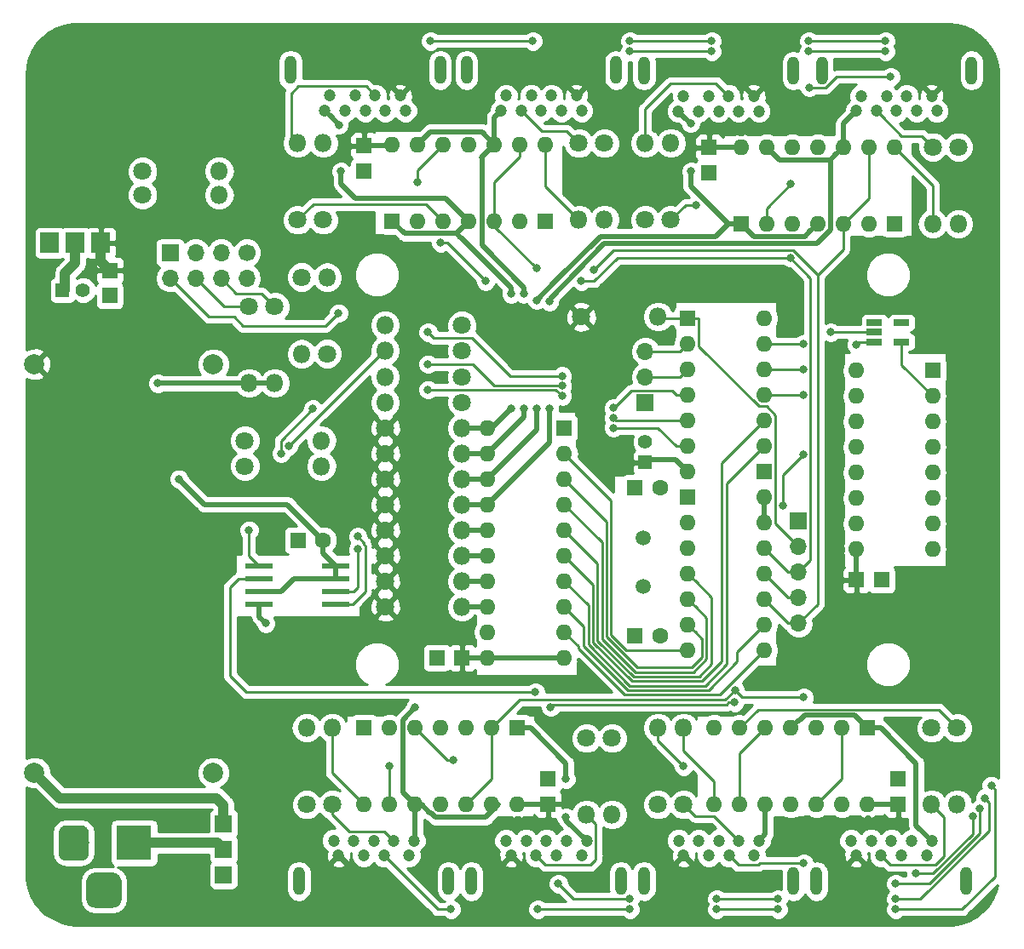
<source format=gbr>
G04 #@! TF.GenerationSoftware,KiCad,Pcbnew,5.0.2-bee76a0~70~ubuntu16.04.1*
G04 #@! TF.CreationDate,2020-01-14T10:26:45-07:00*
G04 #@! TF.ProjectId,Soil_Sensor_Hub,536f696c-5f53-4656-9e73-6f725f487562,rev?*
G04 #@! TF.SameCoordinates,Original*
G04 #@! TF.FileFunction,Copper,L1,Top*
G04 #@! TF.FilePolarity,Positive*
%FSLAX46Y46*%
G04 Gerber Fmt 4.6, Leading zero omitted, Abs format (unit mm)*
G04 Created by KiCad (PCBNEW 5.0.2-bee76a0~70~ubuntu16.04.1) date Tue 14 Jan 2020 10:26:45 AM MST*
%MOMM*%
%LPD*%
G01*
G04 APERTURE LIST*
G04 #@! TA.AperFunction,ComponentPad*
%ADD10C,2.000000*%
G04 #@! TD*
G04 #@! TA.AperFunction,SMDPad,CuDef*
%ADD11R,1.560000X0.650000*%
G04 #@! TD*
G04 #@! TA.AperFunction,ComponentPad*
%ADD12C,1.400000*%
G04 #@! TD*
G04 #@! TA.AperFunction,ComponentPad*
%ADD13R,1.400000X1.400000*%
G04 #@! TD*
G04 #@! TA.AperFunction,ComponentPad*
%ADD14C,1.800000*%
G04 #@! TD*
G04 #@! TA.AperFunction,ComponentPad*
%ADD15O,1.800000X1.800000*%
G04 #@! TD*
G04 #@! TA.AperFunction,ComponentPad*
%ADD16O,1.200000X2.800000*%
G04 #@! TD*
G04 #@! TA.AperFunction,ComponentPad*
%ADD17C,1.200000*%
G04 #@! TD*
G04 #@! TA.AperFunction,SMDPad,CuDef*
%ADD18R,2.750000X0.600000*%
G04 #@! TD*
G04 #@! TA.AperFunction,ComponentPad*
%ADD19R,1.600000X1.600000*%
G04 #@! TD*
G04 #@! TA.AperFunction,ComponentPad*
%ADD20O,1.600000X1.600000*%
G04 #@! TD*
G04 #@! TA.AperFunction,ComponentPad*
%ADD21R,1.905000X2.000000*%
G04 #@! TD*
G04 #@! TA.AperFunction,ComponentPad*
%ADD22C,1.600000*%
G04 #@! TD*
G04 #@! TA.AperFunction,ComponentPad*
%ADD23R,1.700000X1.700000*%
G04 #@! TD*
G04 #@! TA.AperFunction,ComponentPad*
%ADD24O,1.700000X1.700000*%
G04 #@! TD*
G04 #@! TA.AperFunction,ComponentPad*
%ADD25C,1.500000*%
G04 #@! TD*
G04 #@! TA.AperFunction,ComponentPad*
%ADD26R,3.500000X3.500000*%
G04 #@! TD*
G04 #@! TA.AperFunction,Conductor*
%ADD27C,0.100000*%
G04 #@! TD*
G04 #@! TA.AperFunction,ComponentPad*
%ADD28C,3.000000*%
G04 #@! TD*
G04 #@! TA.AperFunction,ComponentPad*
%ADD29C,3.500000*%
G04 #@! TD*
G04 #@! TA.AperFunction,ComponentPad*
%ADD30C,1.700000*%
G04 #@! TD*
G04 #@! TA.AperFunction,ViaPad*
%ADD31C,0.800000*%
G04 #@! TD*
G04 #@! TA.AperFunction,Conductor*
%ADD32C,1.000000*%
G04 #@! TD*
G04 #@! TA.AperFunction,Conductor*
%ADD33C,0.500000*%
G04 #@! TD*
G04 #@! TA.AperFunction,Conductor*
%ADD34C,0.250000*%
G04 #@! TD*
G04 #@! TA.AperFunction,Conductor*
%ADD35C,0.254000*%
G04 #@! TD*
G04 APERTURE END LIST*
D10*
G04 #@! TO.P,L1,4*
G04 #@! TO.N,+5V*
X94234000Y-125095000D03*
G04 #@! TO.P,L1,3*
G04 #@! TO.N,GND*
X112014000Y-125095000D03*
G04 #@! TO.P,L1,2*
G04 #@! TO.N,Net-(L1-Pad2)*
X94234000Y-165735000D03*
G04 #@! TO.P,L1,1*
G04 #@! TO.N,Net-(J2-Pad2)*
X112014000Y-165735000D03*
G04 #@! TD*
D11*
G04 #@! TO.P,U11,5*
G04 #@! TO.N,VCC*
X180420000Y-120970000D03*
G04 #@! TO.P,U11,4*
G04 #@! TO.N,Net-(U10-Pad7)*
X180420000Y-122870000D03*
G04 #@! TO.P,U11,3*
G04 #@! TO.N,GND*
X177720000Y-122870000D03*
G04 #@! TO.P,U11,2*
G04 #@! TO.N,SS_FlashMemory*
X177720000Y-121920000D03*
G04 #@! TO.P,U11,1*
G04 #@! TO.N,N/C*
X177720000Y-120970000D03*
G04 #@! TD*
D12*
G04 #@! TO.P,C5,2*
G04 #@! TO.N,GND*
X99060000Y-117729000D03*
D13*
G04 #@! TO.P,C5,1*
G04 #@! TO.N,+3V3*
X97028000Y-117729000D03*
G04 #@! TD*
G04 #@! TO.P,C1,1*
G04 #@! TO.N,+5V*
X154940000Y-134874000D03*
D12*
G04 #@! TO.P,C1,2*
G04 #@! TO.N,GND*
X154940000Y-132842000D03*
G04 #@! TD*
D14*
G04 #@! TO.P,R29,1*
G04 #@! TO.N,+5V*
X129110164Y-136528623D03*
D15*
G04 #@! TO.P,R29,2*
G04 #@! TO.N,SS1*
X136730164Y-136528623D03*
G04 #@! TD*
G04 #@! TO.P,R28,2*
G04 #@! TO.N,SS2*
X136730164Y-139068623D03*
D14*
G04 #@! TO.P,R28,1*
G04 #@! TO.N,+5V*
X129110164Y-139068623D03*
G04 #@! TD*
G04 #@! TO.P,R27,1*
G04 #@! TO.N,+5V*
X129110164Y-141608623D03*
D15*
G04 #@! TO.P,R27,2*
G04 #@! TO.N,SS7*
X136730164Y-141608623D03*
G04 #@! TD*
G04 #@! TO.P,R26,2*
G04 #@! TO.N,SS8*
X136730164Y-144148623D03*
D14*
G04 #@! TO.P,R26,1*
G04 #@! TO.N,+5V*
X129110164Y-144148623D03*
G04 #@! TD*
G04 #@! TO.P,R25,1*
G04 #@! TO.N,+5V*
X129110164Y-146688623D03*
D15*
G04 #@! TO.P,R25,2*
G04 #@! TO.N,SS5*
X136730164Y-146688623D03*
G04 #@! TD*
G04 #@! TO.P,R24,2*
G04 #@! TO.N,SS6*
X136730164Y-149228623D03*
D14*
G04 #@! TO.P,R24,1*
G04 #@! TO.N,+5V*
X129110164Y-149228623D03*
G04 #@! TD*
G04 #@! TO.P,R23,1*
G04 #@! TO.N,Net-(R23-Pad1)*
X151638000Y-162306000D03*
D15*
G04 #@! TO.P,R23,2*
G04 #@! TO.N,Net-(J8-Pad6)*
X151638000Y-169926000D03*
G04 #@! TD*
G04 #@! TO.P,R6,2*
G04 #@! TO.N,SS_FlashMemory*
X122764960Y-132688887D03*
D14*
G04 #@! TO.P,R6,1*
G04 #@! TO.N,Net-(R6-Pad1)*
X115144960Y-132688887D03*
G04 #@! TD*
G04 #@! TO.P,R13,1*
G04 #@! TO.N,GND*
X136699000Y-123745000D03*
D15*
G04 #@! TO.P,R13,2*
G04 #@! TO.N,Net-(R12-Pad2)*
X129079000Y-123745000D03*
G04 #@! TD*
G04 #@! TO.P,R14,2*
G04 #@! TO.N,Net-(J1-Pad2)*
X154940000Y-103124000D03*
D14*
G04 #@! TO.P,R14,1*
G04 #@! TO.N,Net-(R14-Pad1)*
X154940000Y-110744000D03*
G04 #@! TD*
G04 #@! TO.P,R15,1*
G04 #@! TO.N,Net-(R15-Pad1)*
X157480000Y-110744000D03*
D15*
G04 #@! TO.P,R15,2*
G04 #@! TO.N,Net-(J1-Pad6)*
X157480000Y-103124000D03*
G04 #@! TD*
G04 #@! TO.P,R16,2*
G04 #@! TO.N,Net-(R16-Pad2)*
X186055000Y-111125000D03*
D14*
G04 #@! TO.P,R16,1*
G04 #@! TO.N,Net-(J3-Pad2)*
X186055000Y-103505000D03*
G04 #@! TD*
G04 #@! TO.P,R18,1*
G04 #@! TO.N,Net-(R18-Pad1)*
X120396000Y-110744000D03*
D15*
G04 #@! TO.P,R18,2*
G04 #@! TO.N,Net-(J4-Pad2)*
X120396000Y-103124000D03*
G04 #@! TD*
G04 #@! TO.P,R19,2*
G04 #@! TO.N,Net-(J4-Pad6)*
X122936000Y-103124000D03*
D14*
G04 #@! TO.P,R19,1*
G04 #@! TO.N,Net-(R19-Pad1)*
X122936000Y-110744000D03*
G04 #@! TD*
G04 #@! TO.P,R22,1*
G04 #@! TO.N,Net-(R22-Pad1)*
X149098000Y-162306000D03*
D15*
G04 #@! TO.P,R22,2*
G04 #@! TO.N,Net-(J8-Pad2)*
X149098000Y-169926000D03*
G04 #@! TD*
G04 #@! TO.P,R21,2*
G04 #@! TO.N,Net-(R21-Pad2)*
X148336000Y-110744000D03*
D14*
G04 #@! TO.P,R21,1*
G04 #@! TO.N,Net-(J6-Pad6)*
X148336000Y-103124000D03*
G04 #@! TD*
G04 #@! TO.P,R12,1*
G04 #@! TO.N,MOSI*
X136699000Y-121245000D03*
D15*
G04 #@! TO.P,R12,2*
G04 #@! TO.N,Net-(R12-Pad2)*
X129079000Y-121245000D03*
G04 #@! TD*
G04 #@! TO.P,R20,2*
G04 #@! TO.N,Net-(R20-Pad2)*
X150876000Y-110744000D03*
D14*
G04 #@! TO.P,R20,1*
G04 #@! TO.N,Net-(J6-Pad2)*
X150876000Y-103124000D03*
G04 #@! TD*
G04 #@! TO.P,R30,1*
G04 #@! TO.N,+5V*
X129110164Y-133988623D03*
D15*
G04 #@! TO.P,R30,2*
G04 #@! TO.N,SS4*
X136730164Y-133988623D03*
G04 #@! TD*
G04 #@! TO.P,R17,2*
G04 #@! TO.N,Net-(R17-Pad2)*
X183515000Y-111125000D03*
D14*
G04 #@! TO.P,R17,1*
G04 #@! TO.N,Net-(J3-Pad6)*
X183515000Y-103505000D03*
G04 #@! TD*
D15*
G04 #@! TO.P,R1,2*
G04 #@! TO.N,Net-(J7-Pad4)*
X156210000Y-120396000D03*
D14*
G04 #@! TO.P,R1,1*
G04 #@! TO.N,+5V*
X148590000Y-120396000D03*
G04 #@! TD*
G04 #@! TO.P,R2,1*
G04 #@! TO.N,+3V3*
X104965500Y-108267500D03*
D15*
G04 #@! TO.P,R2,2*
G04 #@! TO.N,Net-(R2-Pad2)*
X112585500Y-108267500D03*
G04 #@! TD*
G04 #@! TO.P,R3,2*
G04 #@! TO.N,GND*
X112585500Y-105918000D03*
D14*
G04 #@! TO.P,R3,1*
G04 #@! TO.N,Net-(R2-Pad2)*
X104965500Y-105918000D03*
G04 #@! TD*
G04 #@! TO.P,R4,1*
G04 #@! TO.N,Net-(R4-Pad1)*
X115570000Y-119380000D03*
D15*
G04 #@! TO.P,R4,2*
G04 #@! TO.N,+3V3*
X115570000Y-127000000D03*
G04 #@! TD*
G04 #@! TO.P,R5,2*
G04 #@! TO.N,+3V3*
X118110000Y-127000000D03*
D14*
G04 #@! TO.P,R5,1*
G04 #@! TO.N,Net-(R5-Pad1)*
X118110000Y-119380000D03*
G04 #@! TD*
G04 #@! TO.P,R11,1*
G04 #@! TO.N,Clock*
X136699000Y-128905000D03*
D15*
G04 #@! TO.P,R11,2*
G04 #@! TO.N,Net-(R10-Pad2)*
X129079000Y-128905000D03*
G04 #@! TD*
G04 #@! TO.P,R7,2*
G04 #@! TO.N,GND*
X122764960Y-135228887D03*
D14*
G04 #@! TO.P,R7,1*
G04 #@! TO.N,Net-(R6-Pad1)*
X115144960Y-135228887D03*
G04 #@! TD*
G04 #@! TO.P,R8,1*
G04 #@! TO.N,ESP01_RX*
X123321719Y-124058868D03*
D15*
G04 #@! TO.P,R8,2*
G04 #@! TO.N,Net-(R8-Pad2)*
X123321719Y-116438868D03*
G04 #@! TD*
G04 #@! TO.P,R31,2*
G04 #@! TO.N,SS3*
X136730164Y-131448623D03*
D14*
G04 #@! TO.P,R31,1*
G04 #@! TO.N,+5V*
X129110164Y-131448623D03*
G04 #@! TD*
G04 #@! TO.P,R10,1*
G04 #@! TO.N,GND*
X136699000Y-126405000D03*
D15*
G04 #@! TO.P,R10,2*
G04 #@! TO.N,Net-(R10-Pad2)*
X129079000Y-126405000D03*
G04 #@! TD*
G04 #@! TO.P,R38,2*
G04 #@! TO.N,Net-(R38-Pad2)*
X158750000Y-161290000D03*
D14*
G04 #@! TO.P,R38,1*
G04 #@! TO.N,Net-(J11-Pad6)*
X158750000Y-168910000D03*
G04 #@! TD*
G04 #@! TO.P,R37,1*
G04 #@! TO.N,Net-(J11-Pad2)*
X156210000Y-168910000D03*
D15*
G04 #@! TO.P,R37,2*
G04 #@! TO.N,Net-(R37-Pad2)*
X156210000Y-161290000D03*
G04 #@! TD*
D14*
G04 #@! TO.P,R35,1*
G04 #@! TO.N,Net-(R35-Pad1)*
X185928000Y-161290000D03*
D15*
G04 #@! TO.P,R35,2*
G04 #@! TO.N,Net-(J10-Pad6)*
X185928000Y-168910000D03*
G04 #@! TD*
G04 #@! TO.P,R34,2*
G04 #@! TO.N,Net-(J10-Pad2)*
X183388000Y-168910000D03*
D14*
G04 #@! TO.P,R34,1*
G04 #@! TO.N,Net-(R34-Pad1)*
X183388000Y-161290000D03*
G04 #@! TD*
G04 #@! TO.P,R33,1*
G04 #@! TO.N,Net-(J9-Pad6)*
X123825000Y-168910000D03*
D15*
G04 #@! TO.P,R33,2*
G04 #@! TO.N,Net-(R33-Pad2)*
X123825000Y-161290000D03*
G04 #@! TD*
G04 #@! TO.P,R32,2*
G04 #@! TO.N,Net-(R32-Pad2)*
X121285000Y-161290000D03*
D14*
G04 #@! TO.P,R32,1*
G04 #@! TO.N,Net-(J9-Pad2)*
X121285000Y-168910000D03*
G04 #@! TD*
G04 #@! TO.P,R9,1*
G04 #@! TO.N,Net-(R8-Pad2)*
X120781719Y-116438868D03*
D15*
G04 #@! TO.P,R9,2*
G04 #@! TO.N,GND*
X120781719Y-124058868D03*
G04 #@! TD*
D16*
G04 #@! TO.P,J3,10*
G04 #@! TO.N,GND*
X187350400Y-95859600D03*
X172491400Y-95859600D03*
D17*
G04 #@! TO.P,J3,9*
G04 #@! TO.N,Net-(J3-Pad9)*
X183913400Y-99899600D03*
G04 #@! TO.P,J3,8*
G04 #@! TO.N,Net-(J3-Pad8)*
X181913400Y-99899600D03*
G04 #@! TO.P,J3,7*
G04 #@! TO.N,GND*
X179913400Y-99899600D03*
G04 #@! TO.P,J3,6*
G04 #@! TO.N,Net-(J3-Pad6)*
X177913400Y-99899600D03*
G04 #@! TO.P,J3,5*
G04 #@! TO.N,SS2*
X175913400Y-99899600D03*
G04 #@! TO.P,J3,4*
G04 #@! TO.N,GND*
X176413400Y-98399600D03*
G04 #@! TO.P,J3,3*
G04 #@! TO.N,MISO2*
X178913400Y-98399600D03*
G04 #@! TO.P,J3,2*
G04 #@! TO.N,Net-(J3-Pad2)*
X180913400Y-98399600D03*
G04 #@! TO.P,J3,1*
G04 #@! TO.N,+5V*
X183413400Y-98399600D03*
G04 #@! TD*
D18*
G04 #@! TO.P,U4,1*
G04 #@! TO.N,Net-(R6-Pad1)*
X116586000Y-145161000D03*
G04 #@! TO.P,U4,2*
G04 #@! TO.N,MISO*
X116586000Y-146456400D03*
G04 #@! TO.P,U4,3*
G04 #@! TO.N,+3V3*
X116586000Y-147701000D03*
G04 #@! TO.P,U4,4*
G04 #@! TO.N,GND*
X116586000Y-148971000D03*
G04 #@! TO.P,U4,5*
G04 #@! TO.N,Net-(R12-Pad2)*
X124206000Y-148996400D03*
G04 #@! TO.P,U4,6*
G04 #@! TO.N,Net-(R10-Pad2)*
X124206000Y-147701000D03*
G04 #@! TO.P,U4,7*
G04 #@! TO.N,+3V3*
X124206000Y-146431000D03*
G04 #@! TO.P,U4,8*
X124206000Y-145161000D03*
G04 #@! TD*
D16*
G04 #@! TO.P,J9,10*
G04 #@! TO.N,GND*
X120523000Y-176530000D03*
X135382000Y-176530000D03*
D17*
G04 #@! TO.P,J9,9*
G04 #@! TO.N,Net-(J9-Pad9)*
X123960000Y-172490000D03*
G04 #@! TO.P,J9,8*
G04 #@! TO.N,Net-(J9-Pad8)*
X125960000Y-172490000D03*
G04 #@! TO.P,J9,7*
G04 #@! TO.N,GND*
X127960000Y-172490000D03*
G04 #@! TO.P,J9,6*
G04 #@! TO.N,Net-(J9-Pad6)*
X129960000Y-172490000D03*
G04 #@! TO.P,J9,5*
G04 #@! TO.N,SS6*
X131960000Y-172490000D03*
G04 #@! TO.P,J9,4*
G04 #@! TO.N,GND*
X131460000Y-173990000D03*
G04 #@! TO.P,J9,3*
G04 #@! TO.N,MISO6*
X128960000Y-173990000D03*
G04 #@! TO.P,J9,2*
G04 #@! TO.N,Net-(J9-Pad2)*
X126960000Y-173990000D03*
G04 #@! TO.P,J9,1*
G04 #@! TO.N,+5V*
X124460000Y-173990000D03*
G04 #@! TD*
G04 #@! TO.P,J1,1*
G04 #@! TO.N,+5V*
X165735000Y-98425000D03*
G04 #@! TO.P,J1,2*
G04 #@! TO.N,Net-(J1-Pad2)*
X163235000Y-98425000D03*
G04 #@! TO.P,J1,3*
G04 #@! TO.N,MISO1*
X161235000Y-98425000D03*
G04 #@! TO.P,J1,4*
G04 #@! TO.N,GND*
X158735000Y-98425000D03*
G04 #@! TO.P,J1,5*
G04 #@! TO.N,SS1*
X158235000Y-99925000D03*
G04 #@! TO.P,J1,6*
G04 #@! TO.N,Net-(J1-Pad6)*
X160235000Y-99925000D03*
G04 #@! TO.P,J1,7*
G04 #@! TO.N,GND*
X162235000Y-99925000D03*
G04 #@! TO.P,J1,8*
G04 #@! TO.N,Net-(J1-Pad8)*
X164235000Y-99925000D03*
G04 #@! TO.P,J1,9*
G04 #@! TO.N,Net-(J1-Pad9)*
X166235000Y-99925000D03*
D16*
G04 #@! TO.P,J1,10*
G04 #@! TO.N,GND*
X154813000Y-95885000D03*
X169672000Y-95885000D03*
G04 #@! TD*
D17*
G04 #@! TO.P,J4,1*
G04 #@! TO.N,+5V*
X130604000Y-98387500D03*
G04 #@! TO.P,J4,2*
G04 #@! TO.N,Net-(J4-Pad2)*
X128104000Y-98387500D03*
G04 #@! TO.P,J4,3*
G04 #@! TO.N,MISO3*
X126104000Y-98387500D03*
G04 #@! TO.P,J4,4*
G04 #@! TO.N,GND*
X123604000Y-98387500D03*
G04 #@! TO.P,J4,5*
G04 #@! TO.N,SS3*
X123104000Y-99887500D03*
G04 #@! TO.P,J4,6*
G04 #@! TO.N,Net-(J4-Pad6)*
X125104000Y-99887500D03*
G04 #@! TO.P,J4,7*
G04 #@! TO.N,GND*
X127104000Y-99887500D03*
G04 #@! TO.P,J4,8*
G04 #@! TO.N,Net-(J4-Pad8)*
X129104000Y-99887500D03*
G04 #@! TO.P,J4,9*
G04 #@! TO.N,Net-(J4-Pad9)*
X131104000Y-99887500D03*
D16*
G04 #@! TO.P,J4,10*
G04 #@! TO.N,GND*
X119682000Y-95847500D03*
X134541000Y-95847500D03*
G04 #@! TD*
G04 #@! TO.P,J11,10*
G04 #@! TO.N,GND*
X154813000Y-176530000D03*
X169672000Y-176530000D03*
D17*
G04 #@! TO.P,J11,9*
G04 #@! TO.N,Net-(J11-Pad9)*
X158250000Y-172490000D03*
G04 #@! TO.P,J11,8*
G04 #@! TO.N,Net-(J11-Pad8)*
X160250000Y-172490000D03*
G04 #@! TO.P,J11,7*
G04 #@! TO.N,GND*
X162250000Y-172490000D03*
G04 #@! TO.P,J11,6*
G04 #@! TO.N,Net-(J11-Pad6)*
X164250000Y-172490000D03*
G04 #@! TO.P,J11,5*
G04 #@! TO.N,SS8*
X166250000Y-172490000D03*
G04 #@! TO.P,J11,4*
G04 #@! TO.N,GND*
X165750000Y-173990000D03*
G04 #@! TO.P,J11,3*
G04 #@! TO.N,MISO8*
X163250000Y-173990000D03*
G04 #@! TO.P,J11,2*
G04 #@! TO.N,Net-(J11-Pad2)*
X161250000Y-173990000D03*
G04 #@! TO.P,J11,1*
G04 #@! TO.N,+5V*
X158750000Y-173990000D03*
G04 #@! TD*
G04 #@! TO.P,J6,1*
G04 #@! TO.N,+5V*
X148104000Y-98387500D03*
G04 #@! TO.P,J6,2*
G04 #@! TO.N,Net-(J6-Pad2)*
X145604000Y-98387500D03*
G04 #@! TO.P,J6,3*
G04 #@! TO.N,MISO4*
X143604000Y-98387500D03*
G04 #@! TO.P,J6,4*
G04 #@! TO.N,GND*
X141104000Y-98387500D03*
G04 #@! TO.P,J6,5*
G04 #@! TO.N,SS4*
X140604000Y-99887500D03*
G04 #@! TO.P,J6,6*
G04 #@! TO.N,Net-(J6-Pad6)*
X142604000Y-99887500D03*
G04 #@! TO.P,J6,7*
G04 #@! TO.N,GND*
X144604000Y-99887500D03*
G04 #@! TO.P,J6,8*
G04 #@! TO.N,Net-(J6-Pad8)*
X146604000Y-99887500D03*
G04 #@! TO.P,J6,9*
G04 #@! TO.N,Net-(J6-Pad9)*
X148604000Y-99887500D03*
D16*
G04 #@! TO.P,J6,10*
G04 #@! TO.N,GND*
X137182000Y-95847500D03*
X152041000Y-95847500D03*
G04 #@! TD*
G04 #@! TO.P,J10,10*
G04 #@! TO.N,GND*
X171958000Y-176530000D03*
X186817000Y-176530000D03*
D17*
G04 #@! TO.P,J10,9*
G04 #@! TO.N,Net-(J10-Pad9)*
X175395000Y-172490000D03*
G04 #@! TO.P,J10,8*
G04 #@! TO.N,Net-(J10-Pad8)*
X177395000Y-172490000D03*
G04 #@! TO.P,J10,7*
G04 #@! TO.N,GND*
X179395000Y-172490000D03*
G04 #@! TO.P,J10,6*
G04 #@! TO.N,Net-(J10-Pad6)*
X181395000Y-172490000D03*
G04 #@! TO.P,J10,5*
G04 #@! TO.N,SS7*
X183395000Y-172490000D03*
G04 #@! TO.P,J10,4*
G04 #@! TO.N,GND*
X182895000Y-173990000D03*
G04 #@! TO.P,J10,3*
G04 #@! TO.N,MISO7*
X180395000Y-173990000D03*
G04 #@! TO.P,J10,2*
G04 #@! TO.N,Net-(J10-Pad2)*
X178395000Y-173990000D03*
G04 #@! TO.P,J10,1*
G04 #@! TO.N,+5V*
X175895000Y-173990000D03*
G04 #@! TD*
G04 #@! TO.P,J8,1*
G04 #@! TO.N,+5V*
X141605000Y-173990000D03*
G04 #@! TO.P,J8,2*
G04 #@! TO.N,Net-(J8-Pad2)*
X144105000Y-173990000D03*
G04 #@! TO.P,J8,3*
G04 #@! TO.N,MISO5*
X146105000Y-173990000D03*
G04 #@! TO.P,J8,4*
G04 #@! TO.N,GND*
X148605000Y-173990000D03*
G04 #@! TO.P,J8,5*
G04 #@! TO.N,SS5*
X149105000Y-172490000D03*
G04 #@! TO.P,J8,6*
G04 #@! TO.N,Net-(J8-Pad6)*
X147105000Y-172490000D03*
G04 #@! TO.P,J8,7*
G04 #@! TO.N,GND*
X145105000Y-172490000D03*
G04 #@! TO.P,J8,8*
G04 #@! TO.N,Net-(J8-Pad8)*
X143105000Y-172490000D03*
G04 #@! TO.P,J8,9*
G04 #@! TO.N,Net-(J8-Pad9)*
X141105000Y-172490000D03*
D16*
G04 #@! TO.P,J8,10*
G04 #@! TO.N,GND*
X152527000Y-176530000D03*
X137668000Y-176530000D03*
G04 #@! TD*
D19*
G04 #@! TO.P,U1,1*
G04 #@! TO.N,Net-(J7-Pad4)*
X159145015Y-120540183D03*
D20*
G04 #@! TO.P,U1,15*
G04 #@! TO.N,SS8A*
X166765015Y-153560183D03*
G04 #@! TO.P,U1,2*
G04 #@! TO.N,Net-(J5-Pad1)*
X159145015Y-123080183D03*
G04 #@! TO.P,U1,16*
G04 #@! TO.N,SS7A*
X166765015Y-151020183D03*
G04 #@! TO.P,U1,3*
G04 #@! TO.N,Net-(J5-Pad2)*
X159145015Y-125620183D03*
G04 #@! TO.P,U1,17*
G04 #@! TO.N,MOSI*
X166765015Y-148480183D03*
G04 #@! TO.P,U1,4*
G04 #@! TO.N,ESP01_TX*
X159145015Y-128160183D03*
G04 #@! TO.P,U1,18*
G04 #@! TO.N,MISO*
X166765015Y-145940183D03*
G04 #@! TO.P,U1,5*
G04 #@! TO.N,ESP01_RX*
X159145015Y-130700183D03*
G04 #@! TO.P,U1,19*
G04 #@! TO.N,Clock*
X166765015Y-143400183D03*
G04 #@! TO.P,U1,6*
G04 #@! TO.N,SS_FlashMemory*
X159145015Y-133240183D03*
G04 #@! TO.P,U1,20*
G04 #@! TO.N,+5V*
X166765015Y-140860183D03*
G04 #@! TO.P,U1,7*
X159145015Y-135780183D03*
G04 #@! TO.P,U1,21*
X166765015Y-138320183D03*
D19*
G04 #@! TO.P,U1,8*
G04 #@! TO.N,GND*
X159145015Y-138320183D03*
G04 #@! TO.P,U1,22*
X166765015Y-135780183D03*
D20*
G04 #@! TO.P,U1,9*
G04 #@! TO.N,Net-(C2-Pad2)*
X159145015Y-140860183D03*
G04 #@! TO.P,U1,23*
G04 #@! TO.N,SS6A*
X166765015Y-133240183D03*
G04 #@! TO.P,U1,10*
G04 #@! TO.N,Net-(C3-Pad2)*
X159145015Y-143400183D03*
G04 #@! TO.P,U1,24*
G04 #@! TO.N,SS5A*
X166765015Y-130700183D03*
G04 #@! TO.P,U1,11*
G04 #@! TO.N,SS4A*
X159145015Y-145940183D03*
G04 #@! TO.P,U1,25*
G04 #@! TO.N,A*
X166765015Y-128160183D03*
G04 #@! TO.P,U1,12*
G04 #@! TO.N,SS3A*
X159145015Y-148480183D03*
G04 #@! TO.P,U1,26*
G04 #@! TO.N,B*
X166765015Y-125620183D03*
G04 #@! TO.P,U1,13*
G04 #@! TO.N,SS2A*
X159145015Y-151020183D03*
G04 #@! TO.P,U1,27*
G04 #@! TO.N,C*
X166765015Y-123080183D03*
G04 #@! TO.P,U1,14*
G04 #@! TO.N,SS1A*
X159145015Y-153560183D03*
G04 #@! TO.P,U1,28*
G04 #@! TO.N,Net-(U1-Pad28)*
X166765015Y-120540183D03*
G04 #@! TD*
D19*
G04 #@! TO.P,C12,2*
G04 #@! TO.N,+5V*
X175935000Y-146558000D03*
G04 #@! TO.P,C12,1*
G04 #@! TO.N,GND*
X178435000Y-146558000D03*
G04 #@! TD*
G04 #@! TO.P,C10,1*
G04 #@! TO.N,GND*
X145288000Y-166370000D03*
G04 #@! TO.P,C10,2*
G04 #@! TO.N,+5V*
X145288000Y-168870000D03*
G04 #@! TD*
G04 #@! TO.P,C9,2*
G04 #@! TO.N,GND*
X134230164Y-154308623D03*
G04 #@! TO.P,C9,1*
G04 #@! TO.N,+5V*
X136730164Y-154308623D03*
G04 #@! TD*
G04 #@! TO.P,C8,1*
G04 #@! TO.N,GND*
X127000000Y-105887500D03*
G04 #@! TO.P,C8,2*
G04 #@! TO.N,+5V*
X127000000Y-103387500D03*
G04 #@! TD*
G04 #@! TO.P,C7,2*
G04 #@! TO.N,+5V*
X161290000Y-103545000D03*
G04 #@! TO.P,C7,1*
G04 #@! TO.N,GND*
X161290000Y-106045000D03*
G04 #@! TD*
G04 #@! TO.P,C11,2*
G04 #@! TO.N,+5V*
X180086000Y-168870000D03*
G04 #@! TO.P,C11,1*
G04 #@! TO.N,GND*
X180086000Y-166370000D03*
G04 #@! TD*
D20*
G04 #@! TO.P,U9,14*
G04 #@! TO.N,+5V*
X177038000Y-168910000D03*
G04 #@! TO.P,U9,7*
G04 #@! TO.N,GND*
X161798000Y-161290000D03*
G04 #@! TO.P,U9,13*
G04 #@! TO.N,SS8*
X174498000Y-168910000D03*
G04 #@! TO.P,U9,6*
G04 #@! TO.N,Net-(R35-Pad1)*
X164338000Y-161290000D03*
G04 #@! TO.P,U9,12*
G04 #@! TO.N,Clock*
X171958000Y-168910000D03*
G04 #@! TO.P,U9,5*
G04 #@! TO.N,MOSI*
X166878000Y-161290000D03*
G04 #@! TO.P,U9,11*
G04 #@! TO.N,Net-(R37-Pad2)*
X169418000Y-168910000D03*
G04 #@! TO.P,U9,4*
G04 #@! TO.N,SS7*
X169418000Y-161290000D03*
G04 #@! TO.P,U9,10*
G04 #@! TO.N,SS8*
X166878000Y-168910000D03*
G04 #@! TO.P,U9,3*
G04 #@! TO.N,Net-(R34-Pad1)*
X171958000Y-161290000D03*
G04 #@! TO.P,U9,9*
G04 #@! TO.N,MOSI*
X164338000Y-168910000D03*
G04 #@! TO.P,U9,2*
G04 #@! TO.N,Clock*
X174498000Y-161290000D03*
G04 #@! TO.P,U9,8*
G04 #@! TO.N,Net-(R38-Pad2)*
X161798000Y-168910000D03*
D19*
G04 #@! TO.P,U9,1*
G04 #@! TO.N,SS7*
X177038000Y-161290000D03*
G04 #@! TD*
G04 #@! TO.P,U8,1*
G04 #@! TO.N,SS5*
X142240000Y-161290000D03*
D20*
G04 #@! TO.P,U8,8*
G04 #@! TO.N,Net-(R33-Pad2)*
X127000000Y-168910000D03*
G04 #@! TO.P,U8,2*
G04 #@! TO.N,Clock*
X139700000Y-161290000D03*
G04 #@! TO.P,U8,9*
G04 #@! TO.N,MOSI*
X129540000Y-168910000D03*
G04 #@! TO.P,U8,3*
G04 #@! TO.N,Net-(R22-Pad1)*
X137160000Y-161290000D03*
G04 #@! TO.P,U8,10*
G04 #@! TO.N,SS6*
X132080000Y-168910000D03*
G04 #@! TO.P,U8,4*
G04 #@! TO.N,SS5*
X134620000Y-161290000D03*
G04 #@! TO.P,U8,11*
G04 #@! TO.N,Net-(R32-Pad2)*
X134620000Y-168910000D03*
G04 #@! TO.P,U8,5*
G04 #@! TO.N,MOSI*
X132080000Y-161290000D03*
G04 #@! TO.P,U8,12*
G04 #@! TO.N,Clock*
X137160000Y-168910000D03*
G04 #@! TO.P,U8,6*
G04 #@! TO.N,Net-(R23-Pad1)*
X129540000Y-161290000D03*
G04 #@! TO.P,U8,13*
G04 #@! TO.N,SS6*
X139700000Y-168910000D03*
D19*
G04 #@! TO.P,U8,7*
G04 #@! TO.N,GND*
X127000000Y-161290000D03*
D20*
G04 #@! TO.P,U8,14*
G04 #@! TO.N,+5V*
X142240000Y-168910000D03*
G04 #@! TD*
G04 #@! TO.P,U6,14*
G04 #@! TO.N,+5V*
X129784000Y-103237500D03*
D19*
G04 #@! TO.P,U6,7*
G04 #@! TO.N,GND*
X145024000Y-110857500D03*
D20*
G04 #@! TO.P,U6,13*
G04 #@! TO.N,SS4*
X132324000Y-103237500D03*
G04 #@! TO.P,U6,6*
G04 #@! TO.N,Net-(R19-Pad1)*
X142484000Y-110857500D03*
G04 #@! TO.P,U6,12*
G04 #@! TO.N,Clock*
X134864000Y-103237500D03*
G04 #@! TO.P,U6,5*
G04 #@! TO.N,MOSI*
X139944000Y-110857500D03*
G04 #@! TO.P,U6,11*
G04 #@! TO.N,Net-(R20-Pad2)*
X137404000Y-103237500D03*
G04 #@! TO.P,U6,4*
G04 #@! TO.N,SS3*
X137404000Y-110857500D03*
G04 #@! TO.P,U6,10*
G04 #@! TO.N,SS4*
X139944000Y-103237500D03*
G04 #@! TO.P,U6,3*
G04 #@! TO.N,Net-(R18-Pad1)*
X134864000Y-110857500D03*
G04 #@! TO.P,U6,9*
G04 #@! TO.N,MOSI*
X142484000Y-103237500D03*
G04 #@! TO.P,U6,2*
G04 #@! TO.N,Clock*
X132324000Y-110857500D03*
G04 #@! TO.P,U6,8*
G04 #@! TO.N,Net-(R21-Pad2)*
X145024000Y-103237500D03*
D19*
G04 #@! TO.P,U6,1*
G04 #@! TO.N,SS3*
X129784000Y-110857500D03*
G04 #@! TD*
G04 #@! TO.P,U5,1*
G04 #@! TO.N,SS1*
X164465000Y-111125000D03*
D20*
G04 #@! TO.P,U5,8*
G04 #@! TO.N,Net-(R17-Pad2)*
X179705000Y-103505000D03*
G04 #@! TO.P,U5,2*
G04 #@! TO.N,Clock*
X167005000Y-111125000D03*
G04 #@! TO.P,U5,9*
G04 #@! TO.N,MOSI*
X177165000Y-103505000D03*
G04 #@! TO.P,U5,3*
G04 #@! TO.N,Net-(R14-Pad1)*
X169545000Y-111125000D03*
G04 #@! TO.P,U5,10*
G04 #@! TO.N,SS2*
X174625000Y-103505000D03*
G04 #@! TO.P,U5,4*
G04 #@! TO.N,SS1*
X172085000Y-111125000D03*
G04 #@! TO.P,U5,11*
G04 #@! TO.N,Net-(R16-Pad2)*
X172085000Y-103505000D03*
G04 #@! TO.P,U5,5*
G04 #@! TO.N,MOSI*
X174625000Y-111125000D03*
G04 #@! TO.P,U5,12*
G04 #@! TO.N,Clock*
X169545000Y-103505000D03*
G04 #@! TO.P,U5,6*
G04 #@! TO.N,Net-(R15-Pad1)*
X177165000Y-111125000D03*
G04 #@! TO.P,U5,13*
G04 #@! TO.N,SS2*
X167005000Y-103505000D03*
D19*
G04 #@! TO.P,U5,7*
G04 #@! TO.N,GND*
X179705000Y-111125000D03*
D20*
G04 #@! TO.P,U5,14*
G04 #@! TO.N,+5V*
X164465000Y-103505000D03*
G04 #@! TD*
G04 #@! TO.P,U10,1*
G04 #@! TO.N,MISO3*
X183515000Y-143510000D03*
G04 #@! TO.P,U10,9*
G04 #@! TO.N,C*
X175895000Y-125730000D03*
G04 #@! TO.P,U10,2*
G04 #@! TO.N,MISO4*
X183515000Y-140970000D03*
G04 #@! TO.P,U10,10*
G04 #@! TO.N,B*
X175895000Y-128270000D03*
G04 #@! TO.P,U10,3*
G04 #@! TO.N,MISO1*
X183515000Y-138430000D03*
G04 #@! TO.P,U10,11*
G04 #@! TO.N,A*
X175895000Y-130810000D03*
G04 #@! TO.P,U10,4*
G04 #@! TO.N,MISO2*
X183515000Y-135890000D03*
G04 #@! TO.P,U10,12*
G04 #@! TO.N,MISO6*
X175895000Y-133350000D03*
G04 #@! TO.P,U10,5*
G04 #@! TO.N,MISO*
X183515000Y-133350000D03*
G04 #@! TO.P,U10,13*
G04 #@! TO.N,MISO5*
X175895000Y-135890000D03*
G04 #@! TO.P,U10,6*
G04 #@! TO.N,Net-(U10-Pad6)*
X183515000Y-130810000D03*
G04 #@! TO.P,U10,14*
G04 #@! TO.N,MISO8*
X175895000Y-138430000D03*
G04 #@! TO.P,U10,7*
G04 #@! TO.N,Net-(U10-Pad7)*
X183515000Y-128270000D03*
G04 #@! TO.P,U10,15*
G04 #@! TO.N,MISO7*
X175895000Y-140970000D03*
D19*
G04 #@! TO.P,U10,8*
G04 #@! TO.N,GND*
X183515000Y-125730000D03*
D20*
G04 #@! TO.P,U10,16*
G04 #@! TO.N,+5V*
X175895000Y-143510000D03*
G04 #@! TD*
G04 #@! TO.P,U7,1*
G04 #@! TO.N,+5V*
X146890164Y-154308623D03*
G04 #@! TO.P,U7,11*
G04 #@! TO.N,SS3*
X139270164Y-131448623D03*
G04 #@! TO.P,U7,2*
G04 #@! TO.N,SS8A*
X146890164Y-151768623D03*
G04 #@! TO.P,U7,12*
G04 #@! TO.N,SS4*
X139270164Y-133988623D03*
G04 #@! TO.P,U7,3*
G04 #@! TO.N,SS7A*
X146890164Y-149228623D03*
G04 #@! TO.P,U7,13*
G04 #@! TO.N,SS1*
X139270164Y-136528623D03*
G04 #@! TO.P,U7,4*
G04 #@! TO.N,SS6A*
X146890164Y-146688623D03*
G04 #@! TO.P,U7,14*
G04 #@! TO.N,SS2*
X139270164Y-139068623D03*
G04 #@! TO.P,U7,5*
G04 #@! TO.N,SS5A*
X146890164Y-144148623D03*
G04 #@! TO.P,U7,15*
G04 #@! TO.N,SS7*
X139270164Y-141608623D03*
G04 #@! TO.P,U7,6*
G04 #@! TO.N,SS4A*
X146890164Y-141608623D03*
G04 #@! TO.P,U7,16*
G04 #@! TO.N,SS8*
X139270164Y-144148623D03*
G04 #@! TO.P,U7,7*
G04 #@! TO.N,SS3A*
X146890164Y-139068623D03*
G04 #@! TO.P,U7,17*
G04 #@! TO.N,SS5*
X139270164Y-146688623D03*
G04 #@! TO.P,U7,8*
G04 #@! TO.N,SS2A*
X146890164Y-136528623D03*
G04 #@! TO.P,U7,18*
G04 #@! TO.N,SS6*
X139270164Y-149228623D03*
G04 #@! TO.P,U7,9*
G04 #@! TO.N,SS1A*
X146890164Y-133988623D03*
G04 #@! TO.P,U7,19*
G04 #@! TO.N,GND*
X139270164Y-151768623D03*
D19*
G04 #@! TO.P,U7,10*
X146890164Y-131448623D03*
D20*
G04 #@! TO.P,U7,20*
G04 #@! TO.N,+5V*
X139270164Y-154308623D03*
G04 #@! TD*
D21*
G04 #@! TO.P,U2,1*
G04 #@! TO.N,Net-(R2-Pad2)*
X95758000Y-113030000D03*
G04 #@! TO.P,U2,3*
G04 #@! TO.N,+3V3*
X98298000Y-113030000D03*
G04 #@! TO.P,U2,2*
G04 #@! TO.N,+5V*
X100838000Y-113030000D03*
G04 #@! TD*
D22*
G04 #@! TO.P,C2,2*
G04 #@! TO.N,Net-(C2-Pad2)*
X156424000Y-137414000D03*
D19*
G04 #@! TO.P,C2,1*
G04 #@! TO.N,GND*
X153924000Y-137414000D03*
G04 #@! TD*
G04 #@! TO.P,C3,1*
G04 #@! TO.N,GND*
X153924000Y-152146000D03*
D22*
G04 #@! TO.P,C3,2*
G04 #@! TO.N,Net-(C3-Pad2)*
X156424000Y-152146000D03*
G04 #@! TD*
D19*
G04 #@! TO.P,C4,2*
G04 #@! TO.N,GND*
X101727000Y-118260500D03*
G04 #@! TO.P,C4,1*
G04 #@! TO.N,+5V*
X101727000Y-115760500D03*
G04 #@! TD*
D22*
G04 #@! TO.P,C6,1*
G04 #@! TO.N,+3V3*
X122936000Y-142621000D03*
D19*
G04 #@! TO.P,C6,2*
G04 #@! TO.N,GND*
X120436000Y-142621000D03*
G04 #@! TD*
D23*
G04 #@! TO.P,SW1,3*
G04 #@! TO.N,Net-(SW1-Pad3)*
X113030000Y-175895000D03*
G04 #@! TO.P,SW1,2*
G04 #@! TO.N,Net-(J2-Pad1)*
X113030000Y-173355000D03*
G04 #@! TO.P,SW1,1*
G04 #@! TO.N,Net-(L1-Pad2)*
X113030000Y-170815000D03*
G04 #@! TD*
D24*
G04 #@! TO.P,J5,1*
G04 #@! TO.N,Net-(J5-Pad1)*
X154940000Y-123825000D03*
G04 #@! TO.P,J5,2*
G04 #@! TO.N,Net-(J5-Pad2)*
X154940000Y-126365000D03*
D23*
G04 #@! TO.P,J5,3*
G04 #@! TO.N,GND*
X154940000Y-128905000D03*
G04 #@! TD*
D24*
G04 #@! TO.P,J7,1*
G04 #@! TO.N,MOSI*
X170180000Y-150876000D03*
G04 #@! TO.P,J7,2*
G04 #@! TO.N,MISO*
X170180000Y-148336000D03*
G04 #@! TO.P,J7,3*
G04 #@! TO.N,Clock*
X170180000Y-145796000D03*
G04 #@! TO.P,J7,4*
G04 #@! TO.N,Net-(J7-Pad4)*
X170180000Y-143256000D03*
D23*
G04 #@! TO.P,J7,5*
G04 #@! TO.N,GND*
X170180000Y-140716000D03*
G04 #@! TD*
D25*
G04 #@! TO.P,Y1,1*
G04 #@! TO.N,Net-(C2-Pad2)*
X154739015Y-142341183D03*
G04 #@! TO.P,Y1,2*
G04 #@! TO.N,Net-(C3-Pad2)*
X154739015Y-147241183D03*
G04 #@! TD*
D26*
G04 #@! TO.P,J2,1*
G04 #@! TO.N,Net-(J2-Pad1)*
X104140000Y-172720000D03*
D27*
G04 #@! TD*
G04 #@! TO.N,Net-(J2-Pad2)*
G04 #@! TO.C,J2*
G36*
X98963513Y-170973611D02*
X99036318Y-170984411D01*
X99107714Y-171002295D01*
X99177013Y-171027090D01*
X99243548Y-171058559D01*
X99306678Y-171096398D01*
X99365795Y-171140242D01*
X99420330Y-171189670D01*
X99469758Y-171244205D01*
X99513602Y-171303322D01*
X99551441Y-171366452D01*
X99582910Y-171432987D01*
X99607705Y-171502286D01*
X99625589Y-171573682D01*
X99636389Y-171646487D01*
X99640000Y-171720000D01*
X99640000Y-173720000D01*
X99636389Y-173793513D01*
X99625589Y-173866318D01*
X99607705Y-173937714D01*
X99582910Y-174007013D01*
X99551441Y-174073548D01*
X99513602Y-174136678D01*
X99469758Y-174195795D01*
X99420330Y-174250330D01*
X99365795Y-174299758D01*
X99306678Y-174343602D01*
X99243548Y-174381441D01*
X99177013Y-174412910D01*
X99107714Y-174437705D01*
X99036318Y-174455589D01*
X98963513Y-174466389D01*
X98890000Y-174470000D01*
X97390000Y-174470000D01*
X97316487Y-174466389D01*
X97243682Y-174455589D01*
X97172286Y-174437705D01*
X97102987Y-174412910D01*
X97036452Y-174381441D01*
X96973322Y-174343602D01*
X96914205Y-174299758D01*
X96859670Y-174250330D01*
X96810242Y-174195795D01*
X96766398Y-174136678D01*
X96728559Y-174073548D01*
X96697090Y-174007013D01*
X96672295Y-173937714D01*
X96654411Y-173866318D01*
X96643611Y-173793513D01*
X96640000Y-173720000D01*
X96640000Y-171720000D01*
X96643611Y-171646487D01*
X96654411Y-171573682D01*
X96672295Y-171502286D01*
X96697090Y-171432987D01*
X96728559Y-171366452D01*
X96766398Y-171303322D01*
X96810242Y-171244205D01*
X96859670Y-171189670D01*
X96914205Y-171140242D01*
X96973322Y-171096398D01*
X97036452Y-171058559D01*
X97102987Y-171027090D01*
X97172286Y-171002295D01*
X97243682Y-170984411D01*
X97316487Y-170973611D01*
X97390000Y-170970000D01*
X98890000Y-170970000D01*
X98963513Y-170973611D01*
X98963513Y-170973611D01*
G37*
D28*
G04 #@! TO.P,J2,2*
G04 #@! TO.N,Net-(J2-Pad2)*
X98140000Y-172720000D03*
D27*
G04 #@! TD*
G04 #@! TO.N,Net-(J2-Pad2)*
G04 #@! TO.C,J2*
G36*
X102100765Y-175674213D02*
X102185704Y-175686813D01*
X102268999Y-175707677D01*
X102349848Y-175736605D01*
X102427472Y-175773319D01*
X102501124Y-175817464D01*
X102570094Y-175868616D01*
X102633718Y-175926282D01*
X102691384Y-175989906D01*
X102742536Y-176058876D01*
X102786681Y-176132528D01*
X102823395Y-176210152D01*
X102852323Y-176291001D01*
X102873187Y-176374296D01*
X102885787Y-176459235D01*
X102890000Y-176545000D01*
X102890000Y-178295000D01*
X102885787Y-178380765D01*
X102873187Y-178465704D01*
X102852323Y-178548999D01*
X102823395Y-178629848D01*
X102786681Y-178707472D01*
X102742536Y-178781124D01*
X102691384Y-178850094D01*
X102633718Y-178913718D01*
X102570094Y-178971384D01*
X102501124Y-179022536D01*
X102427472Y-179066681D01*
X102349848Y-179103395D01*
X102268999Y-179132323D01*
X102185704Y-179153187D01*
X102100765Y-179165787D01*
X102015000Y-179170000D01*
X100265000Y-179170000D01*
X100179235Y-179165787D01*
X100094296Y-179153187D01*
X100011001Y-179132323D01*
X99930152Y-179103395D01*
X99852528Y-179066681D01*
X99778876Y-179022536D01*
X99709906Y-178971384D01*
X99646282Y-178913718D01*
X99588616Y-178850094D01*
X99537464Y-178781124D01*
X99493319Y-178707472D01*
X99456605Y-178629848D01*
X99427677Y-178548999D01*
X99406813Y-178465704D01*
X99394213Y-178380765D01*
X99390000Y-178295000D01*
X99390000Y-176545000D01*
X99394213Y-176459235D01*
X99406813Y-176374296D01*
X99427677Y-176291001D01*
X99456605Y-176210152D01*
X99493319Y-176132528D01*
X99537464Y-176058876D01*
X99588616Y-175989906D01*
X99646282Y-175926282D01*
X99709906Y-175868616D01*
X99778876Y-175817464D01*
X99852528Y-175773319D01*
X99930152Y-175736605D01*
X100011001Y-175707677D01*
X100094296Y-175686813D01*
X100179235Y-175674213D01*
X100265000Y-175670000D01*
X102015000Y-175670000D01*
X102100765Y-175674213D01*
X102100765Y-175674213D01*
G37*
D29*
G04 #@! TO.P,J2,MP*
G04 #@! TO.N,Net-(J2-Pad2)*
X101140000Y-177420000D03*
G04 #@! TD*
D30*
G04 #@! TO.P,U3,4*
G04 #@! TO.N,Net-(R8-Pad2)*
X115328857Y-114011552D03*
D24*
G04 #@! TO.P,U3,5*
G04 #@! TO.N,+3V3*
X115328857Y-116551552D03*
G04 #@! TO.P,U3,3*
G04 #@! TO.N,Net-(U3-Pad3)*
X112788857Y-114011552D03*
G04 #@! TO.P,U3,6*
G04 #@! TO.N,Net-(R5-Pad1)*
X112788857Y-116551552D03*
G04 #@! TO.P,U3,2*
G04 #@! TO.N,Net-(U3-Pad2)*
X110248857Y-114011552D03*
G04 #@! TO.P,U3,7*
G04 #@! TO.N,Net-(R4-Pad1)*
X110248857Y-116551552D03*
D23*
G04 #@! TO.P,U3,1*
G04 #@! TO.N,GND*
X107708857Y-114011552D03*
D24*
G04 #@! TO.P,U3,8*
G04 #@! TO.N,ESP01_TX*
X107708857Y-116551552D03*
G04 #@! TD*
D31*
G04 #@! TO.N,GND*
X117221000Y-150876000D03*
X175895000Y-123190000D03*
G04 #@! TO.N,+3V3*
X106498998Y-127000000D03*
X108585000Y-136525000D03*
G04 #@! TO.N,ESP01_TX*
X151765000Y-129444994D03*
X146683476Y-126257444D03*
X124460000Y-120015000D03*
X133350000Y-121920000D03*
G04 #@! TO.N,Net-(R12-Pad2)*
X119470000Y-133277892D03*
X126365000Y-142240000D03*
G04 #@! TO.N,MOSI*
X135890000Y-164497010D03*
X129540000Y-165100000D03*
X144145000Y-115570000D03*
X149860000Y-115697000D03*
G04 #@! TO.N,Net-(R10-Pad2)*
X118745000Y-133985000D03*
X121920000Y-129540000D03*
X126365000Y-143510000D03*
G04 #@! TO.N,Clock*
X169418000Y-107188000D03*
X132324000Y-107007500D03*
X163850252Y-157500252D03*
X170688000Y-158242000D03*
X169349847Y-114517000D03*
X148590000Y-116840000D03*
X134620000Y-113030000D03*
X139065000Y-116840000D03*
G04 #@! TO.N,ESP01_RX*
X151765000Y-130444997D03*
X146697651Y-127257346D03*
X133350000Y-125095000D03*
G04 #@! TO.N,SS_FlashMemory*
X151765000Y-131445000D03*
X146685000Y-128270000D03*
X133350000Y-127635000D03*
X173355000Y-121920000D03*
G04 #@! TO.N,MISO*
X170630001Y-134112000D03*
X168656000Y-139192000D03*
X163830000Y-158750000D03*
X145542000Y-159221000D03*
X144018000Y-157734000D03*
G04 #@! TO.N,SS5*
X147066000Y-166370000D03*
X147066000Y-170180000D03*
G04 #@! TO.N,SS6*
X132080000Y-159258000D03*
G04 #@! TO.N,SS1*
X159512000Y-105918000D03*
X159444999Y-101134999D03*
X144145000Y-129540000D03*
X144145000Y-118745000D03*
G04 #@! TO.N,SS2*
X145415000Y-129540000D03*
X145415000Y-118872000D03*
G04 #@! TO.N,SS3*
X124714000Y-105918000D03*
X124504001Y-101287501D03*
X141605000Y-129540000D03*
X141605000Y-118110000D03*
G04 #@! TO.N,SS4*
X142875000Y-129540000D03*
X142875000Y-118110000D03*
G04 #@! TO.N,MISO7*
X187461001Y-170043999D03*
X181864000Y-175768000D03*
G04 #@! TO.N,MISO6*
X189320000Y-167005000D03*
X179832000Y-179324000D03*
X168148000Y-179324000D03*
X162052000Y-179324000D03*
X153416000Y-179324000D03*
X144272000Y-179324000D03*
X135636000Y-179324000D03*
G04 #@! TO.N,MISO5*
X188685000Y-168275000D03*
X179832000Y-178308000D03*
X168148000Y-178308000D03*
X162052000Y-178308000D03*
X153416000Y-178308000D03*
X146304000Y-176784000D03*
G04 #@! TO.N,MISO4*
X178816000Y-93980000D03*
X171196000Y-93980000D03*
X161544000Y-93980000D03*
X153416000Y-93980000D03*
G04 #@! TO.N,MISO3*
X178816000Y-92964000D03*
X171196000Y-92964000D03*
X161544000Y-92964000D03*
X153416000Y-92964000D03*
X143764000Y-92964000D03*
X133604000Y-92964000D03*
G04 #@! TO.N,MISO1*
X179324000Y-96520000D03*
X171244610Y-97584610D03*
G04 #@! TO.N,MISO8*
X188186001Y-169336891D03*
X179832000Y-176784000D03*
X170688000Y-174752000D03*
G04 #@! TO.N,Net-(R37-Pad2)*
X158750000Y-165100000D03*
G04 #@! TO.N,Net-(R15-Pad1)*
X160020000Y-109274999D03*
G04 #@! TO.N,A*
X170630001Y-128160183D03*
G04 #@! TO.N,B*
X170630001Y-125620183D03*
G04 #@! TO.N,C*
X170630001Y-123080183D03*
G04 #@! TO.N,Net-(R6-Pad1)*
X115570000Y-141605000D03*
G04 #@! TD*
D32*
G04 #@! TO.N,Net-(L1-Pad2)*
X113030000Y-168965000D02*
X112340000Y-168275000D01*
X113030000Y-170815000D02*
X113030000Y-168965000D01*
X96774000Y-168275000D02*
X94234000Y-165735000D01*
X112340000Y-168275000D02*
X96774000Y-168275000D01*
D33*
G04 #@! TO.N,GND*
X116586000Y-150241000D02*
X117221000Y-150876000D01*
X116586000Y-148971000D02*
X116586000Y-150241000D01*
D34*
X176215000Y-122870000D02*
X175895000Y-123190000D01*
X177720000Y-122870000D02*
X176215000Y-122870000D01*
G04 #@! TO.N,+5V*
X161330000Y-103505000D02*
X161290000Y-103545000D01*
D33*
X166765015Y-138320183D02*
X166765015Y-140860183D01*
X157984832Y-134620000D02*
X159145015Y-135780183D01*
X154940000Y-134620000D02*
X157984832Y-134620000D01*
D34*
X177078000Y-168870000D02*
X177038000Y-168910000D01*
D33*
X175895000Y-146518000D02*
X175935000Y-146558000D01*
X175895000Y-143510000D02*
X175895000Y-146518000D01*
X180046000Y-168910000D02*
X180086000Y-168870000D01*
X177038000Y-168910000D02*
X180046000Y-168910000D01*
X145248000Y-168910000D02*
X145288000Y-168870000D01*
X142240000Y-168910000D02*
X145248000Y-168910000D01*
X136730164Y-154308623D02*
X139270164Y-154308623D01*
X129634000Y-103387500D02*
X129784000Y-103237500D01*
X127000000Y-103387500D02*
X129634000Y-103387500D01*
X164425000Y-103545000D02*
X164465000Y-103505000D01*
X161290000Y-103545000D02*
X164425000Y-103545000D01*
D32*
X100838000Y-114871500D02*
X101727000Y-115760500D01*
X100838000Y-113030000D02*
X100838000Y-114871500D01*
D33*
X139270164Y-154308623D02*
X146890164Y-154308623D01*
G04 #@! TO.N,+3V3*
X123096000Y-142781000D02*
X122936000Y-142621000D01*
D32*
X97282000Y-116129000D02*
X97282000Y-117729000D01*
X97282000Y-116046000D02*
X97282000Y-116129000D01*
X98298000Y-115030000D02*
X97282000Y-116046000D01*
X98298000Y-113030000D02*
X98298000Y-115030000D01*
D33*
X115570000Y-127000000D02*
X118110000Y-127000000D01*
X115570000Y-127000000D02*
X106498998Y-127000000D01*
X108585000Y-136525000D02*
X111125000Y-139065000D01*
X119380000Y-139065000D02*
X122936000Y-142621000D01*
X111125000Y-139065000D02*
X119380000Y-139065000D01*
X116586000Y-147701000D02*
X118745000Y-147701000D01*
X120015000Y-146431000D02*
X124206000Y-146431000D01*
X118745000Y-147701000D02*
X120015000Y-146431000D01*
X124206000Y-145161000D02*
X124206000Y-146431000D01*
X122936000Y-143891000D02*
X124206000Y-145161000D01*
X122936000Y-142621000D02*
X122936000Y-143891000D01*
D34*
G04 #@! TO.N,Net-(R5-Pad1)*
X118110000Y-119380000D02*
X116840000Y-118110000D01*
X116840000Y-118110000D02*
X114300000Y-118110000D01*
X114300000Y-118062695D02*
X112788857Y-116551552D01*
X114300000Y-118110000D02*
X114300000Y-118062695D01*
G04 #@! TO.N,Net-(R4-Pad1)*
X113077305Y-119380000D02*
X115570000Y-119380000D01*
X110248857Y-116551552D02*
X113077305Y-119380000D01*
G04 #@! TO.N,ESP01_TX*
X157583461Y-127729999D02*
X153575001Y-127729999D01*
X158013645Y-128160183D02*
X157583461Y-127729999D01*
X159145015Y-128160183D02*
X158013645Y-128160183D01*
X151860006Y-129444994D02*
X151765000Y-129444994D01*
X153575001Y-127729999D02*
X151860006Y-129444994D01*
X146683476Y-126257444D02*
X141497444Y-126257444D01*
X107708857Y-116551552D02*
X111562306Y-120405001D01*
X137710001Y-122470001D02*
X141497444Y-126257444D01*
X133900001Y-122470001D02*
X137710001Y-122470001D01*
X133350000Y-121920000D02*
X133900001Y-122470001D01*
X111562306Y-120405001D02*
X114055001Y-120405001D01*
X114055001Y-120405001D02*
X114935000Y-121285000D01*
X123190000Y-121285000D02*
X124460000Y-120015000D01*
X114935000Y-121285000D02*
X123190000Y-121285000D01*
D32*
G04 #@! TO.N,Net-(J2-Pad1)*
X112395000Y-172720000D02*
X113030000Y-173355000D01*
X104140000Y-172720000D02*
X112395000Y-172720000D01*
D34*
G04 #@! TO.N,Net-(R12-Pad2)*
X123096000Y-148971000D02*
X123571000Y-148971000D01*
X129002892Y-123745000D02*
X129079000Y-123745000D01*
X119470000Y-133277892D02*
X129002892Y-123745000D01*
X126365000Y-142240000D02*
X127000000Y-142875000D01*
X125831000Y-148996400D02*
X124206000Y-148996400D01*
X127090001Y-147737399D02*
X125831000Y-148996400D01*
X127000000Y-143071998D02*
X127090001Y-143161999D01*
X127090001Y-143161999D02*
X127090001Y-147737399D01*
X127000000Y-142875000D02*
X127000000Y-143071998D01*
G04 #@! TO.N,MOSI*
X142484000Y-103237500D02*
X142484000Y-104467500D01*
X139944000Y-107007500D02*
X139944000Y-110857500D01*
X142484000Y-104467500D02*
X139944000Y-107007500D01*
X169160832Y-150876000D02*
X170180000Y-150876000D01*
X166765015Y-148480183D02*
X169160832Y-150876000D01*
X177165000Y-108585000D02*
X174625000Y-111125000D01*
X177165000Y-103505000D02*
X177165000Y-108585000D01*
X164338000Y-163830000D02*
X166878000Y-161290000D01*
X164338000Y-168910000D02*
X164338000Y-163830000D01*
X135287010Y-164497010D02*
X132080000Y-161290000D01*
X135890000Y-164497010D02*
X135287010Y-164497010D01*
X129540000Y-165100000D02*
X129540000Y-168910000D01*
X139977500Y-110857500D02*
X139944000Y-110857500D01*
X172085000Y-148971000D02*
X172085000Y-116205000D01*
X170180000Y-150876000D02*
X172085000Y-148971000D01*
X172085000Y-116205000D02*
X174625000Y-113665000D01*
X174625000Y-113665000D02*
X174625000Y-111125000D01*
X139944000Y-111369000D02*
X139944000Y-110857500D01*
X144145000Y-115570000D02*
X139944000Y-111369000D01*
X170815000Y-114935000D02*
X172085000Y-116205000D01*
X169672000Y-113792000D02*
X170815000Y-114935000D01*
X151765000Y-113792000D02*
X169672000Y-113792000D01*
X149860000Y-115697000D02*
X151765000Y-113792000D01*
G04 #@! TO.N,Net-(R10-Pad2)*
X123096000Y-147701000D02*
X124121000Y-147701000D01*
X118745000Y-133985000D02*
X118745000Y-132715000D01*
X118745000Y-132715000D02*
X121920000Y-129540000D01*
X126365000Y-143510000D02*
X126365000Y-147320000D01*
X125984000Y-147701000D02*
X124206000Y-147701000D01*
X126365000Y-147320000D02*
X125984000Y-147701000D01*
G04 #@! TO.N,Clock*
X169160832Y-145796000D02*
X170180000Y-145796000D01*
X166765015Y-143400183D02*
X169160832Y-145796000D01*
X167005000Y-109601000D02*
X167005000Y-111125000D01*
X169418000Y-107188000D02*
X167005000Y-109601000D01*
X139700000Y-166370000D02*
X137160000Y-168910000D01*
X139700000Y-161290000D02*
X139700000Y-166370000D01*
X174498000Y-166370000D02*
X171958000Y-168910000D01*
X174498000Y-161290000D02*
X174498000Y-166370000D01*
X132324000Y-105777500D02*
X134864000Y-103237500D01*
X132324000Y-107007500D02*
X132324000Y-105777500D01*
X171355001Y-144620999D02*
X171355001Y-116745001D01*
X170180000Y-145796000D02*
X171355001Y-144620999D01*
X163850252Y-157500252D02*
X164592000Y-158242000D01*
X164592000Y-158242000D02*
X170688000Y-158242000D01*
X142494000Y-158496000D02*
X139700000Y-161290000D01*
X162854504Y-158496000D02*
X142494000Y-158496000D01*
X163850252Y-157500252D02*
X162854504Y-158496000D01*
X171355001Y-116522154D02*
X169349847Y-114517000D01*
X171355001Y-116745001D02*
X171355001Y-116522154D01*
X135255000Y-113030000D02*
X134620000Y-113030000D01*
X139065000Y-116840000D02*
X135255000Y-113030000D01*
X148590000Y-116840000D02*
X149860000Y-116840000D01*
X152183000Y-114517000D02*
X169349847Y-114517000D01*
X149860000Y-116840000D02*
X152183000Y-114517000D01*
G04 #@! TO.N,ESP01_RX*
X152020186Y-130700183D02*
X151765000Y-130444997D01*
X159145015Y-130700183D02*
X152020186Y-130700183D01*
X146625295Y-127184990D02*
X139884990Y-127184990D01*
X146697651Y-127257346D02*
X146625295Y-127184990D01*
X137795000Y-125095000D02*
X134620000Y-125095000D01*
X139884990Y-127184990D02*
X137795000Y-125095000D01*
X134620000Y-125095000D02*
X133350000Y-125095000D01*
G04 #@! TO.N,SS_FlashMemory*
X159145015Y-133240183D02*
X158005183Y-133240183D01*
X158005183Y-133240183D02*
X156210000Y-131445000D01*
X156210000Y-131445000D02*
X151765000Y-131445000D01*
X146050000Y-127635000D02*
X134620000Y-127635000D01*
X146685000Y-128270000D02*
X146050000Y-127635000D01*
X134620000Y-127635000D02*
X133350000Y-127635000D01*
X177720000Y-121920000D02*
X173355000Y-121920000D01*
D32*
G04 #@! TO.N,Net-(R2-Pad2)*
X95758000Y-112982500D02*
X95758000Y-113030000D01*
D34*
G04 #@! TO.N,Net-(J7-Pad4)*
X160195015Y-120540183D02*
X159145015Y-120540183D01*
X160270016Y-120615184D02*
X160195015Y-120540183D01*
X160270016Y-123330186D02*
X160270016Y-120615184D01*
X167015018Y-129285184D02*
X166225014Y-129285184D01*
X166225014Y-129285184D02*
X160270016Y-123330186D01*
X167890016Y-130160182D02*
X167015018Y-129285184D01*
X167890016Y-140966016D02*
X167890016Y-130160182D01*
X170180000Y-143256000D02*
X167890016Y-140966016D01*
X156354183Y-120540183D02*
X156210000Y-120396000D01*
X159145015Y-120540183D02*
X156354183Y-120540183D01*
G04 #@! TO.N,MISO*
X169160832Y-148336000D02*
X170180000Y-148336000D01*
X166765015Y-145940183D02*
X169160832Y-148336000D01*
X170630001Y-134112000D02*
X168656000Y-136086001D01*
X168656000Y-136086001D02*
X168656000Y-139192000D01*
X163236914Y-158750000D02*
X163040904Y-158946010D01*
X163830000Y-158750000D02*
X163236914Y-158750000D01*
X163040904Y-158946010D02*
X145542000Y-158946010D01*
X145542000Y-158946010D02*
X145542000Y-159221000D01*
X116967000Y-146431000D02*
X117696000Y-146431000D01*
X115316000Y-157734000D02*
X119126000Y-157734000D01*
X113665000Y-156083000D02*
X115316000Y-157734000D01*
X144018000Y-157734000D02*
X119126000Y-157734000D01*
X116586000Y-146456400D02*
X114528600Y-146456400D01*
X119126000Y-157734000D02*
X118999000Y-157734000D01*
X113665000Y-147320000D02*
X113665000Y-156083000D01*
X114528600Y-146456400D02*
X113665000Y-147320000D01*
D33*
G04 #@! TO.N,SS5*
X143540000Y-161290000D02*
X147066000Y-164816000D01*
X142240000Y-161290000D02*
X143540000Y-161290000D01*
X147066000Y-164816000D02*
X147066000Y-166370000D01*
X147066000Y-170451000D02*
X149105000Y-172490000D01*
X147066000Y-170180000D02*
X147066000Y-170451000D01*
X139270164Y-146688623D02*
X136730164Y-146688623D01*
D34*
G04 #@! TO.N,Net-(J5-Pad1)*
X158400198Y-123825000D02*
X159145015Y-123080183D01*
X154940000Y-123825000D02*
X158400198Y-123825000D01*
D33*
G04 #@! TO.N,SS6*
X133514999Y-169709999D02*
X133641999Y-169709999D01*
X132715000Y-168910000D02*
X133514999Y-169709999D01*
X139535001Y-169709999D02*
X140335000Y-168910000D01*
X139084999Y-170160001D02*
X139535001Y-169709999D01*
X134092001Y-170160001D02*
X139084999Y-170160001D01*
X133641999Y-169709999D02*
X134092001Y-170160001D01*
X132080000Y-172370000D02*
X131960000Y-172490000D01*
X132080000Y-168910000D02*
X132080000Y-172370000D01*
X139270164Y-149228623D02*
X136730164Y-149228623D01*
X131280001Y-168110001D02*
X132080000Y-168910000D01*
X130829999Y-160508001D02*
X130829999Y-167659999D01*
X130829999Y-167659999D02*
X131280001Y-168110001D01*
X132080000Y-159258000D02*
X130829999Y-160508001D01*
D34*
G04 #@! TO.N,Net-(J5-Pad2)*
X158400198Y-126365000D02*
X159145015Y-125620183D01*
X154940000Y-126365000D02*
X158400198Y-126365000D01*
D33*
G04 #@! TO.N,SS7*
X139270164Y-141608623D02*
X136730164Y-141608623D01*
X181864000Y-170959000D02*
X183395000Y-172490000D01*
X181864000Y-164816000D02*
X181864000Y-170959000D01*
X178338000Y-161290000D02*
X181864000Y-164816000D01*
X177038000Y-161290000D02*
X178338000Y-161290000D01*
X170217999Y-160490001D02*
X170344999Y-160490001D01*
X169418000Y-161290000D02*
X170217999Y-160490001D01*
X170344999Y-160490001D02*
X170815000Y-160020000D01*
X175768000Y-160020000D02*
X177038000Y-161290000D01*
X170815000Y-160020000D02*
X175768000Y-160020000D01*
D34*
G04 #@! TO.N,Net-(C3-Pad2)*
X158580015Y-143400183D02*
X159145015Y-143400183D01*
D33*
G04 #@! TO.N,SS8*
X139270164Y-144148623D02*
X136730164Y-144148623D01*
X166878000Y-171862000D02*
X166250000Y-172490000D01*
X166878000Y-168910000D02*
X166878000Y-171862000D01*
G04 #@! TO.N,SS1*
X171285001Y-111924999D02*
X172085000Y-111125000D01*
X170834999Y-112375001D02*
X171285001Y-111924999D01*
X165715001Y-112375001D02*
X170834999Y-112375001D01*
X164465000Y-111125000D02*
X165715001Y-112375001D01*
X163165000Y-111125000D02*
X164465000Y-111125000D01*
X158834999Y-100524999D02*
X158235000Y-99925000D01*
X159444999Y-101134999D02*
X158834999Y-100524999D01*
X163165000Y-111125000D02*
X159444999Y-107404999D01*
X161914999Y-112375001D02*
X163165000Y-111125000D01*
X150514999Y-112375001D02*
X161914999Y-112375001D01*
X159444999Y-105985001D02*
X159512000Y-105918000D01*
X159444999Y-107404999D02*
X159444999Y-105985001D01*
X139270164Y-136528623D02*
X136730164Y-136528623D01*
X139270164Y-136528623D02*
X144145000Y-131653787D01*
X144145000Y-131653787D02*
X144145000Y-129540000D01*
X150514999Y-112375001D02*
X146050000Y-116840000D01*
X146050000Y-116840000D02*
X144145000Y-118745000D01*
G04 #@! TO.N,SS2*
X171984990Y-113075012D02*
X173335001Y-111725001D01*
X173825001Y-104304999D02*
X174625000Y-103505000D01*
X173335001Y-104794999D02*
X173825001Y-104304999D01*
X173335001Y-111725001D02*
X173335001Y-104794999D01*
X168294999Y-104794999D02*
X167005000Y-103505000D01*
X173335001Y-104794999D02*
X168294999Y-104794999D01*
X174625000Y-101188000D02*
X175913400Y-99899600D01*
X174625000Y-103505000D02*
X174625000Y-101188000D01*
X151719988Y-113075012D02*
X151765000Y-113075012D01*
X151765000Y-113075012D02*
X171984990Y-113075012D01*
X139270164Y-139068623D02*
X136730164Y-139068623D01*
X139270164Y-139068623D02*
X145415000Y-132923787D01*
X145415000Y-132923787D02*
X145415000Y-129540000D01*
X151719988Y-113075012D02*
X151175011Y-113075011D01*
X151175011Y-113075011D02*
X150804951Y-113075011D01*
X150804951Y-113075011D02*
X145521060Y-118571022D01*
X145521060Y-118765940D02*
X145415000Y-118872000D01*
X145521060Y-118571022D02*
X145521060Y-118765940D01*
G04 #@! TO.N,SS3*
X139270164Y-131448623D02*
X136730164Y-131448623D01*
X131034001Y-112107501D02*
X129784000Y-110857500D01*
X136153999Y-112107501D02*
X131034001Y-112107501D01*
X137404000Y-110857500D02*
X136153999Y-112107501D01*
X124504001Y-101287501D02*
X123703999Y-100487499D01*
X123703999Y-100487499D02*
X123104000Y-99887500D01*
X135131500Y-108585000D02*
X127201498Y-108585000D01*
X137404000Y-110857500D02*
X135131500Y-108585000D01*
X136525000Y-112478502D02*
X136153999Y-112107501D01*
X136525000Y-112478502D02*
X136608502Y-112478502D01*
X136608502Y-112478502D02*
X137160000Y-113030000D01*
X127201498Y-108585000D02*
X126111000Y-108585000D01*
X124714000Y-107188000D02*
X124714000Y-105918000D01*
X126111000Y-108585000D02*
X124714000Y-107188000D01*
X139696377Y-131448623D02*
X141605000Y-129540000D01*
X139270164Y-131448623D02*
X139696377Y-131448623D01*
X137160000Y-113030000D02*
X138124009Y-113994009D01*
X138124009Y-113994009D02*
X141605000Y-117475000D01*
X141605000Y-117475000D02*
X141605000Y-118110000D01*
G04 #@! TO.N,SS4*
X139270164Y-133988623D02*
X136730164Y-133988623D01*
X139144001Y-104037499D02*
X139944000Y-103237500D01*
X139944000Y-100547500D02*
X140604000Y-99887500D01*
X139944000Y-103237500D02*
X139944000Y-100547500D01*
X138693999Y-104487501D02*
X139041500Y-104140000D01*
X138693999Y-112835316D02*
X138693999Y-104487501D01*
X139041500Y-104140000D02*
X139144001Y-104037499D01*
X138654001Y-104527499D02*
X139041500Y-104140000D01*
X133123999Y-102437501D02*
X132324000Y-103237500D01*
X133574001Y-101987499D02*
X133123999Y-102437501D01*
X138693999Y-101987499D02*
X133574001Y-101987499D01*
X139944000Y-103237500D02*
X138693999Y-101987499D01*
X142875000Y-130383787D02*
X142875000Y-129540000D01*
X139270164Y-133988623D02*
X142875000Y-130383787D01*
X138693999Y-112835316D02*
X138693999Y-113293999D01*
X138693999Y-113293999D02*
X142875000Y-117475000D01*
X142875000Y-117475000D02*
X142875000Y-118110000D01*
D34*
G04 #@! TO.N,Net-(J10-Pad2)*
X179320001Y-174915001D02*
X183755001Y-174915001D01*
X178395000Y-173990000D02*
X179320001Y-174915001D01*
X183755001Y-174915001D02*
X184595999Y-174074003D01*
X184595999Y-170117999D02*
X183388000Y-168910000D01*
X184595999Y-174074003D02*
X184595999Y-170117999D01*
G04 #@! TO.N,MISO7*
X183538412Y-175768000D02*
X181864000Y-175768000D01*
X187461001Y-171845411D02*
X183538412Y-175768000D01*
X187461001Y-170043999D02*
X187461001Y-171845411D01*
G04 #@! TO.N,Net-(J9-Pad6)*
X129034999Y-171564999D02*
X129360001Y-171890001D01*
X123825000Y-169899949D02*
X125490050Y-171564999D01*
X129360001Y-171890001D02*
X129960000Y-172490000D01*
X125490050Y-171564999D02*
X129034999Y-171564999D01*
X123825000Y-168910000D02*
X123825000Y-169899949D01*
G04 #@! TO.N,MISO6*
X189719999Y-167404999D02*
X189719999Y-176040001D01*
X189320000Y-167005000D02*
X189719999Y-167404999D01*
X186436000Y-179324000D02*
X179832000Y-179324000D01*
X189719999Y-176040001D02*
X186436000Y-179324000D01*
X168148000Y-179324000D02*
X162052000Y-179324000D01*
X153416000Y-179324000D02*
X144272000Y-179324000D01*
X134294000Y-179324000D02*
X128960000Y-173990000D01*
X135636000Y-179324000D02*
X134294000Y-179324000D01*
G04 #@! TO.N,Net-(J8-Pad2)*
X150030001Y-170858001D02*
X149098000Y-169926000D01*
X150000000Y-173964002D02*
X150030001Y-173934001D01*
X150030001Y-173934001D02*
X150030001Y-170858001D01*
X144105000Y-173990000D02*
X145030001Y-174915001D01*
X145030001Y-174915001D02*
X149465001Y-174915001D01*
X149465001Y-174915001D02*
X150000000Y-174380002D01*
X150000000Y-174380002D02*
X150000000Y-173964002D01*
G04 #@! TO.N,MISO5*
X188685000Y-168275000D02*
X189084999Y-168674999D01*
X182271232Y-178308000D02*
X179832000Y-178308000D01*
X189084999Y-168674999D02*
X189084999Y-171494233D01*
X189084999Y-171494233D02*
X182271232Y-178308000D01*
X168148000Y-178308000D02*
X162052000Y-178308000D01*
X147828000Y-178308000D02*
X146304000Y-176784000D01*
X153416000Y-178308000D02*
X147828000Y-178308000D01*
G04 #@! TO.N,Net-(J6-Pad6)*
X144634000Y-101917500D02*
X147134000Y-101917500D01*
X142604000Y-99887500D02*
X144634000Y-101917500D01*
X147134000Y-101922000D02*
X148336000Y-103124000D01*
X147134000Y-101917500D02*
X147134000Y-101922000D01*
G04 #@! TO.N,MISO4*
X178816000Y-93980000D02*
X171196000Y-93980000D01*
X161544000Y-93980000D02*
X153416000Y-93980000D01*
G04 #@! TO.N,Net-(J4-Pad2)*
X119778990Y-102506990D02*
X120396000Y-103124000D01*
X128104000Y-98387500D02*
X127178999Y-97462499D01*
X127178999Y-97462499D02*
X120470840Y-97462499D01*
X120470840Y-97462499D02*
X119778990Y-98154349D01*
X119778990Y-98154349D02*
X119778990Y-102506990D01*
G04 #@! TO.N,MISO3*
X178816000Y-92964000D02*
X171196000Y-92964000D01*
X161544000Y-92964000D02*
X153416000Y-92964000D01*
X143764000Y-92964000D02*
X133604000Y-92964000D01*
G04 #@! TO.N,Net-(J3-Pad6)*
X178513399Y-100499599D02*
X177913400Y-99899600D01*
X180393799Y-102379999D02*
X178513399Y-100499599D01*
X182389999Y-102379999D02*
X180393799Y-102379999D01*
X183515000Y-103505000D02*
X182389999Y-102379999D01*
G04 #@! TO.N,Net-(J1-Pad2)*
X157480000Y-97155000D02*
X154940000Y-99695000D01*
X161965000Y-97155000D02*
X157480000Y-97155000D01*
X154940000Y-99695000D02*
X154940000Y-103124000D01*
X163235000Y-98425000D02*
X161965000Y-97155000D01*
G04 #@! TO.N,MISO1*
X172874551Y-97584610D02*
X171244610Y-97584610D01*
X173939161Y-96520000D02*
X172874551Y-97584610D01*
X179324000Y-96520000D02*
X173939161Y-96520000D01*
G04 #@! TO.N,Net-(J11-Pad6)*
X163650001Y-171890001D02*
X164250000Y-172490000D01*
X161795001Y-170035001D02*
X163650001Y-171890001D01*
X159875001Y-170035001D02*
X161795001Y-170035001D01*
X158750000Y-168910000D02*
X159875001Y-170035001D01*
G04 #@! TO.N,MISO8*
X183158822Y-176784000D02*
X179832000Y-176784000D01*
X188186001Y-171756821D02*
X183158822Y-176784000D01*
X188186001Y-169336891D02*
X188186001Y-171756821D01*
X163849999Y-174589999D02*
X163250000Y-173990000D01*
X164175001Y-174915001D02*
X163849999Y-174589999D01*
X166194001Y-174915001D02*
X164175001Y-174915001D01*
X166357002Y-174752000D02*
X166194001Y-174915001D01*
X170688000Y-174752000D02*
X166357002Y-174752000D01*
G04 #@! TO.N,Net-(R38-Pad2)*
X158750000Y-161290000D02*
X158750000Y-163576000D01*
X161798000Y-166624000D02*
X161798000Y-168910000D01*
X158750000Y-163576000D02*
X161798000Y-166624000D01*
G04 #@! TO.N,Net-(R33-Pad2)*
X123825000Y-165735000D02*
X127000000Y-168910000D01*
X123825000Y-161290000D02*
X123825000Y-165735000D01*
G04 #@! TO.N,Net-(R35-Pad1)*
X164338000Y-161290000D02*
X166183010Y-159444990D01*
X184082990Y-159444990D02*
X185928000Y-161290000D01*
X166183010Y-159444990D02*
X184082990Y-159444990D01*
G04 #@! TO.N,Net-(R37-Pad2)*
X156210000Y-162560000D02*
X158750000Y-165100000D01*
X156210000Y-161290000D02*
X156210000Y-162560000D01*
G04 #@! TO.N,Net-(R21-Pad2)*
X145024000Y-107432000D02*
X148336000Y-110744000D01*
X145024000Y-103237500D02*
X145024000Y-107432000D01*
G04 #@! TO.N,Net-(R18-Pad1)*
X121979989Y-109160011D02*
X120396000Y-110744000D01*
X133166511Y-109160011D02*
X121979989Y-109160011D01*
X134864000Y-110857500D02*
X133166511Y-109160011D01*
G04 #@! TO.N,Net-(R17-Pad2)*
X180504999Y-104304999D02*
X179705000Y-103505000D01*
X183515000Y-107315000D02*
X180504999Y-104304999D01*
X183515000Y-111125000D02*
X183515000Y-107315000D01*
G04 #@! TO.N,Net-(R15-Pad1)*
X158949001Y-109274999D02*
X157480000Y-110744000D01*
X160020000Y-109274999D02*
X158949001Y-109274999D01*
G04 #@! TO.N,SS5A*
X149744022Y-147002481D02*
X149744022Y-152789202D01*
X153592787Y-156637967D02*
X160608033Y-156637967D01*
X162560000Y-134905198D02*
X165965016Y-131500182D01*
X165965016Y-131500182D02*
X166765015Y-130700183D01*
X162560000Y-154686000D02*
X162560000Y-134905198D01*
X149744022Y-152789202D02*
X153592787Y-156637967D01*
X146890164Y-144148623D02*
X149744022Y-147002481D01*
X160608033Y-156637967D02*
X162560000Y-154686000D01*
G04 #@! TO.N,SS6A*
X149294011Y-149092470D02*
X149294011Y-152975601D01*
X165965016Y-134040182D02*
X166765015Y-133240183D01*
X160920022Y-157087978D02*
X163068000Y-154940000D01*
X163068000Y-154940000D02*
X163068000Y-136937198D01*
X163068000Y-136937198D02*
X165965016Y-134040182D01*
X153406388Y-157087978D02*
X160920022Y-157087978D01*
X149294011Y-152975601D02*
X153406388Y-157087978D01*
X146890164Y-146688623D02*
X149294011Y-149092470D01*
G04 #@! TO.N,SS7A*
X148844000Y-153162000D02*
X153219989Y-157537989D01*
X165965016Y-151820182D02*
X166765015Y-151020183D01*
X164084000Y-154686000D02*
X164084000Y-153701198D01*
X146890164Y-149228623D02*
X148844000Y-151182459D01*
X161232011Y-157537989D02*
X164084000Y-154686000D01*
X153219989Y-157537989D02*
X161232011Y-157537989D01*
X148844000Y-151182459D02*
X148844000Y-153162000D01*
X164084000Y-153701198D02*
X165965016Y-151820182D01*
G04 #@! TO.N,SS8A*
X146890164Y-151768623D02*
X148283541Y-153162000D01*
X148283541Y-153162000D02*
X148283541Y-153363541D01*
X148283541Y-153363541D02*
X152908000Y-157988000D01*
X162337198Y-157988000D02*
X166765015Y-153560183D01*
X152908000Y-157988000D02*
X162337198Y-157988000D01*
G04 #@! TO.N,SS1A*
X158013645Y-153560183D02*
X159145015Y-153560183D01*
X146890164Y-133988623D02*
X151544066Y-138642525D01*
X153060643Y-153560183D02*
X158013645Y-153560183D01*
X151544066Y-138642525D02*
X151544066Y-152043606D01*
X151544066Y-152043606D02*
X153060643Y-153560183D01*
G04 #@! TO.N,A*
X170630001Y-128160183D02*
X166765015Y-128160183D01*
G04 #@! TO.N,SS2A*
X147193455Y-136528623D02*
X146890164Y-136528623D01*
X146890164Y-136528623D02*
X151094055Y-140732514D01*
X160585989Y-154245601D02*
X160585989Y-152461157D01*
X151094055Y-152230005D02*
X154151984Y-155287934D01*
X160585989Y-152461157D02*
X159945014Y-151820182D01*
X159945014Y-151820182D02*
X159145015Y-151020183D01*
X151094055Y-140732514D02*
X151094055Y-152230005D01*
X159543656Y-155287934D02*
X160585989Y-154245601D01*
X154151984Y-155287934D02*
X159543656Y-155287934D01*
G04 #@! TO.N,B*
X170630001Y-125620183D02*
X166765015Y-125620183D01*
G04 #@! TO.N,SS3A*
X159730055Y-155737945D02*
X161036000Y-154432000D01*
X150644044Y-152416404D02*
X153965585Y-155737945D01*
X146890164Y-139068623D02*
X150644044Y-142822503D01*
X161036000Y-150371168D02*
X159945014Y-149280182D01*
X161036000Y-154432000D02*
X161036000Y-150371168D01*
X159945014Y-149280182D02*
X159145015Y-148480183D01*
X153965585Y-155737945D02*
X159730055Y-155737945D01*
X150644044Y-142822503D02*
X150644044Y-152416404D01*
G04 #@! TO.N,C*
X170630001Y-123080183D02*
X166765015Y-123080183D01*
G04 #@! TO.N,SS4A*
X161544000Y-154940000D02*
X161544000Y-148339168D01*
X150194033Y-152602803D02*
X153779186Y-156187956D01*
X153779186Y-156187956D02*
X160296044Y-156187956D01*
X160296044Y-156187956D02*
X161544000Y-154940000D01*
X150194033Y-144912492D02*
X150194033Y-152602803D01*
X159945014Y-146740182D02*
X159145015Y-145940183D01*
X161544000Y-148339168D02*
X159945014Y-146740182D01*
X146890164Y-141608623D02*
X150194033Y-144912492D01*
G04 #@! TO.N,Net-(R6-Pad1)*
X115350473Y-132483374D02*
X115144960Y-132688887D01*
X115570000Y-144145000D02*
X116586000Y-145161000D01*
X115570000Y-141605000D02*
X115570000Y-144145000D01*
G04 #@! TO.N,Net-(U10-Pad7)*
X180420000Y-125175000D02*
X183515000Y-128270000D01*
X180420000Y-122870000D02*
X180420000Y-125175000D01*
G04 #@! TD*
D35*
G04 #@! TO.N,+5V*
G36*
X185856060Y-91330570D02*
X186651164Y-91530287D01*
X187402982Y-91857186D01*
X188091315Y-92302488D01*
X188697674Y-92854233D01*
X189205777Y-93497603D01*
X189601976Y-94215317D01*
X189875636Y-94988107D01*
X190021588Y-95807477D01*
X190044000Y-96282735D01*
X190044001Y-166265290D01*
X189906280Y-166127569D01*
X189525874Y-165970000D01*
X189114126Y-165970000D01*
X188733720Y-166127569D01*
X188442569Y-166418720D01*
X188285000Y-166799126D01*
X188285000Y-167210874D01*
X188323727Y-167304368D01*
X188098720Y-167397569D01*
X187807569Y-167688720D01*
X187650000Y-168069126D01*
X187650000Y-168438634D01*
X187599721Y-168459460D01*
X187436017Y-168623164D01*
X187373938Y-168311073D01*
X187034673Y-167803327D01*
X186526927Y-167464062D01*
X186079182Y-167375000D01*
X185776818Y-167375000D01*
X185329073Y-167464062D01*
X184821327Y-167803327D01*
X184658000Y-168047763D01*
X184494673Y-167803327D01*
X183986927Y-167464062D01*
X183539182Y-167375000D01*
X183236818Y-167375000D01*
X182789073Y-167464062D01*
X182749000Y-167490838D01*
X182749000Y-164903160D01*
X182766337Y-164815999D01*
X182749000Y-164728836D01*
X182749000Y-164728835D01*
X182697652Y-164470690D01*
X182664002Y-164420329D01*
X182551424Y-164251845D01*
X182551423Y-164251844D01*
X182502049Y-164177951D01*
X182428156Y-164128577D01*
X179025424Y-160725846D01*
X178976049Y-160651951D01*
X178689000Y-160460150D01*
X178689000Y-160204990D01*
X182302193Y-160204990D01*
X182086690Y-160420493D01*
X181853000Y-160984670D01*
X181853000Y-161595330D01*
X182086690Y-162159507D01*
X182518493Y-162591310D01*
X183082670Y-162825000D01*
X183693330Y-162825000D01*
X184257507Y-162591310D01*
X184658000Y-162190817D01*
X185058493Y-162591310D01*
X185622670Y-162825000D01*
X186233330Y-162825000D01*
X186797507Y-162591310D01*
X187229310Y-162159507D01*
X187463000Y-161595330D01*
X187463000Y-160984670D01*
X187229310Y-160420493D01*
X186797507Y-159988690D01*
X186233330Y-159755000D01*
X185622670Y-159755000D01*
X185513161Y-159800360D01*
X184673321Y-158960520D01*
X184630919Y-158897061D01*
X184379527Y-158729086D01*
X184157842Y-158684990D01*
X184157837Y-158684990D01*
X184082990Y-158670102D01*
X184008143Y-158684990D01*
X171624784Y-158684990D01*
X171723000Y-158447874D01*
X171723000Y-158036126D01*
X171565431Y-157655720D01*
X171274280Y-157364569D01*
X170893874Y-157207000D01*
X170482126Y-157207000D01*
X170101720Y-157364569D01*
X169984289Y-157482000D01*
X164906802Y-157482000D01*
X164885252Y-157460450D01*
X164885252Y-157294378D01*
X164727683Y-156913972D01*
X164606855Y-156793144D01*
X166206000Y-155194000D01*
X167894000Y-155194000D01*
X167942601Y-155184333D01*
X167983803Y-155156803D01*
X168011333Y-155115601D01*
X168021000Y-155067000D01*
X168021000Y-154495431D01*
X176835000Y-154495431D01*
X176835000Y-155384569D01*
X177175259Y-156206026D01*
X177803974Y-156834741D01*
X178625431Y-157175000D01*
X179514569Y-157175000D01*
X180336026Y-156834741D01*
X180964741Y-156206026D01*
X181305000Y-155384569D01*
X181305000Y-154495431D01*
X180964741Y-153673974D01*
X180336026Y-153045259D01*
X179514569Y-152705000D01*
X178625431Y-152705000D01*
X177803974Y-153045259D01*
X177175259Y-153673974D01*
X176835000Y-154495431D01*
X168021000Y-154495431D01*
X168021000Y-154263399D01*
X168116755Y-154120092D01*
X168228128Y-153560183D01*
X168116755Y-153000274D01*
X168021000Y-152856967D01*
X168021000Y-151723399D01*
X168116755Y-151580092D01*
X168228128Y-151020183D01*
X168227610Y-151017580D01*
X168570503Y-151360473D01*
X168612903Y-151423929D01*
X168864295Y-151591904D01*
X168873594Y-151593754D01*
X169109375Y-151946625D01*
X169600582Y-152274839D01*
X170033744Y-152361000D01*
X170326256Y-152361000D01*
X170759418Y-152274839D01*
X171250625Y-151946625D01*
X171578839Y-151455418D01*
X171694092Y-150876000D01*
X171621209Y-150509592D01*
X172569473Y-149561329D01*
X172632929Y-149518929D01*
X172753379Y-149338663D01*
X172800904Y-149267538D01*
X172831433Y-149114056D01*
X172845000Y-149045852D01*
X172845000Y-149045848D01*
X172859888Y-148971000D01*
X172845000Y-148896152D01*
X172845000Y-146843750D01*
X174500000Y-146843750D01*
X174500000Y-147484310D01*
X174596673Y-147717699D01*
X174775302Y-147896327D01*
X175008691Y-147993000D01*
X175649250Y-147993000D01*
X175808000Y-147834250D01*
X175808000Y-146685000D01*
X174658750Y-146685000D01*
X174500000Y-146843750D01*
X172845000Y-146843750D01*
X172845000Y-122829027D01*
X173149126Y-122955000D01*
X173560874Y-122955000D01*
X173941280Y-122797431D01*
X174058711Y-122680000D01*
X174985973Y-122680000D01*
X174860000Y-122984126D01*
X174860000Y-123395874D01*
X175017569Y-123776280D01*
X175193289Y-123952000D01*
X174752000Y-123952000D01*
X174703399Y-123961667D01*
X174662197Y-123989197D01*
X174634667Y-124030399D01*
X174625000Y-124079000D01*
X174625000Y-125047758D01*
X174543260Y-125170091D01*
X174431887Y-125730000D01*
X174543260Y-126289909D01*
X174625000Y-126412242D01*
X174625000Y-127587758D01*
X174543260Y-127710091D01*
X174431887Y-128270000D01*
X174543260Y-128829909D01*
X174625000Y-128952242D01*
X174625000Y-130127758D01*
X174543260Y-130250091D01*
X174431887Y-130810000D01*
X174543260Y-131369909D01*
X174625000Y-131492242D01*
X174625000Y-132667758D01*
X174543260Y-132790091D01*
X174431887Y-133350000D01*
X174543260Y-133909909D01*
X174625000Y-134032242D01*
X174625000Y-135207758D01*
X174543260Y-135330091D01*
X174431887Y-135890000D01*
X174543260Y-136449909D01*
X174625000Y-136572242D01*
X174625000Y-137747758D01*
X174543260Y-137870091D01*
X174431887Y-138430000D01*
X174543260Y-138989909D01*
X174625000Y-139112242D01*
X174625000Y-140287758D01*
X174543260Y-140410091D01*
X174431887Y-140970000D01*
X174543260Y-141529909D01*
X174625000Y-141652242D01*
X174625000Y-142866639D01*
X174503096Y-143160961D01*
X174625000Y-143382845D01*
X174625000Y-143637155D01*
X174503096Y-143859039D01*
X174625000Y-144153361D01*
X174625000Y-145161000D01*
X174634667Y-145209601D01*
X174662197Y-145250803D01*
X174703399Y-145278333D01*
X174714445Y-145280530D01*
X174596673Y-145398301D01*
X174500000Y-145631690D01*
X174500000Y-146272250D01*
X174658750Y-146431000D01*
X175808000Y-146431000D01*
X175808000Y-146411000D01*
X176062000Y-146411000D01*
X176062000Y-146431000D01*
X176082000Y-146431000D01*
X176082000Y-146685000D01*
X176062000Y-146685000D01*
X176062000Y-147834250D01*
X176220750Y-147993000D01*
X176861309Y-147993000D01*
X177094698Y-147896327D01*
X177176400Y-147814625D01*
X177177191Y-147815809D01*
X177387235Y-147956157D01*
X177635000Y-148005440D01*
X179235000Y-148005440D01*
X179482765Y-147956157D01*
X179692809Y-147815809D01*
X179833157Y-147605765D01*
X179882440Y-147358000D01*
X179882440Y-145758000D01*
X179833157Y-145510235D01*
X179692809Y-145300191D01*
X179674564Y-145288000D01*
X184785000Y-145288000D01*
X184833601Y-145278333D01*
X184874803Y-145250803D01*
X184902333Y-145209601D01*
X184912000Y-145161000D01*
X184912000Y-143842372D01*
X184978113Y-143510000D01*
X184912000Y-143177628D01*
X184912000Y-141302372D01*
X184978113Y-140970000D01*
X184912000Y-140637628D01*
X184912000Y-138762372D01*
X184978113Y-138430000D01*
X184912000Y-138097628D01*
X184912000Y-136222372D01*
X184978113Y-135890000D01*
X184912000Y-135557628D01*
X184912000Y-133682372D01*
X184978113Y-133350000D01*
X184912000Y-133017628D01*
X184912000Y-131142372D01*
X184978113Y-130810000D01*
X184912000Y-130477628D01*
X184912000Y-128602372D01*
X184978113Y-128270000D01*
X184912000Y-127937628D01*
X184912000Y-126779497D01*
X184913157Y-126777765D01*
X184962440Y-126530000D01*
X184962440Y-124930000D01*
X184913157Y-124682235D01*
X184912000Y-124680503D01*
X184912000Y-124079000D01*
X184902333Y-124030399D01*
X184874803Y-123989197D01*
X184833601Y-123961667D01*
X184785000Y-123952000D01*
X181180000Y-123952000D01*
X181180000Y-123842440D01*
X181200000Y-123842440D01*
X181447765Y-123793157D01*
X181657809Y-123652809D01*
X181798157Y-123442765D01*
X181847440Y-123195000D01*
X181847440Y-122545000D01*
X181798157Y-122297235D01*
X181657809Y-122087191D01*
X181447765Y-121946843D01*
X181312815Y-121920000D01*
X181447765Y-121893157D01*
X181657809Y-121752809D01*
X181798157Y-121542765D01*
X181847440Y-121295000D01*
X181847440Y-120645000D01*
X181798157Y-120397235D01*
X181657809Y-120187191D01*
X181447765Y-120046843D01*
X181200000Y-119997560D01*
X179640000Y-119997560D01*
X179392235Y-120046843D01*
X179182191Y-120187191D01*
X179070000Y-120355095D01*
X178957809Y-120187191D01*
X178747765Y-120046843D01*
X178500000Y-119997560D01*
X176940000Y-119997560D01*
X176692235Y-120046843D01*
X176482191Y-120187191D01*
X176341843Y-120397235D01*
X176292560Y-120645000D01*
X176292560Y-121160000D01*
X174058711Y-121160000D01*
X173941280Y-121042569D01*
X173560874Y-120885000D01*
X173149126Y-120885000D01*
X172845000Y-121010973D01*
X172845000Y-116519801D01*
X173604370Y-115760431D01*
X176835000Y-115760431D01*
X176835000Y-116649569D01*
X177175259Y-117471026D01*
X177803974Y-118099741D01*
X178625431Y-118440000D01*
X179514569Y-118440000D01*
X180336026Y-118099741D01*
X180964741Y-117471026D01*
X181305000Y-116649569D01*
X181305000Y-115760431D01*
X180964741Y-114938974D01*
X180336026Y-114310259D01*
X179514569Y-113970000D01*
X178625431Y-113970000D01*
X177803974Y-114310259D01*
X177175259Y-114938974D01*
X176835000Y-115760431D01*
X173604370Y-115760431D01*
X175109476Y-114255327D01*
X175172929Y-114212929D01*
X175215327Y-114149476D01*
X175215329Y-114149474D01*
X175319207Y-113994009D01*
X175340904Y-113961537D01*
X175385000Y-113739852D01*
X175385000Y-113739848D01*
X175399888Y-113665001D01*
X175385000Y-113590154D01*
X175385000Y-112395000D01*
X176482758Y-112395000D01*
X176605091Y-112476740D01*
X177023667Y-112560000D01*
X177306333Y-112560000D01*
X177724909Y-112476740D01*
X177847242Y-112395000D01*
X178465436Y-112395000D01*
X178657235Y-112523157D01*
X178905000Y-112572440D01*
X180505000Y-112572440D01*
X180752765Y-112523157D01*
X180944564Y-112395000D01*
X181356000Y-112395000D01*
X181404601Y-112385333D01*
X181445803Y-112357803D01*
X181473333Y-112316601D01*
X181483000Y-112268000D01*
X181483000Y-106357802D01*
X182755001Y-107629803D01*
X182755000Y-109786687D01*
X182408327Y-110018327D01*
X182069062Y-110526073D01*
X181949928Y-111125000D01*
X182069062Y-111723927D01*
X182408327Y-112231673D01*
X182916073Y-112570938D01*
X183363818Y-112660000D01*
X183666182Y-112660000D01*
X184113927Y-112570938D01*
X184621673Y-112231673D01*
X184785000Y-111987237D01*
X184948327Y-112231673D01*
X185456073Y-112570938D01*
X185903818Y-112660000D01*
X186206182Y-112660000D01*
X186653927Y-112570938D01*
X187161673Y-112231673D01*
X187500938Y-111723927D01*
X187620072Y-111125000D01*
X187500938Y-110526073D01*
X187161673Y-110018327D01*
X186653927Y-109679062D01*
X186206182Y-109590000D01*
X185903818Y-109590000D01*
X185456073Y-109679062D01*
X184948327Y-110018327D01*
X184785000Y-110262763D01*
X184621673Y-110018327D01*
X184275000Y-109786688D01*
X184275000Y-107389846D01*
X184289888Y-107314999D01*
X184275000Y-107240152D01*
X184275000Y-107240148D01*
X184230904Y-107018463D01*
X184062929Y-106767071D01*
X183999473Y-106724671D01*
X181483000Y-104208199D01*
X181483000Y-103139999D01*
X182004717Y-103139999D01*
X181980000Y-103199670D01*
X181980000Y-103810330D01*
X182213690Y-104374507D01*
X182645493Y-104806310D01*
X183209670Y-105040000D01*
X183820330Y-105040000D01*
X184384507Y-104806310D01*
X184785000Y-104405817D01*
X185185493Y-104806310D01*
X185749670Y-105040000D01*
X186360330Y-105040000D01*
X186924507Y-104806310D01*
X187356310Y-104374507D01*
X187590000Y-103810330D01*
X187590000Y-103199670D01*
X187356310Y-102635493D01*
X186924507Y-102203690D01*
X186360330Y-101970000D01*
X185749670Y-101970000D01*
X185185493Y-102203690D01*
X184785000Y-102604183D01*
X184384507Y-102203690D01*
X183820330Y-101970000D01*
X183209670Y-101970000D01*
X183100161Y-102015360D01*
X182980330Y-101895529D01*
X182937928Y-101832070D01*
X182686536Y-101664095D01*
X182464851Y-101619999D01*
X182464846Y-101619999D01*
X182389999Y-101605111D01*
X182315152Y-101619999D01*
X180708601Y-101619999D01*
X180204414Y-101115812D01*
X180612971Y-100946582D01*
X180913400Y-100646153D01*
X181213829Y-100946582D01*
X181667743Y-101134600D01*
X182159057Y-101134600D01*
X182612971Y-100946582D01*
X182913400Y-100646153D01*
X183213829Y-100946582D01*
X183667743Y-101134600D01*
X184159057Y-101134600D01*
X184612971Y-100946582D01*
X184960382Y-100599171D01*
X185148400Y-100145257D01*
X185148400Y-99653943D01*
X184960382Y-99200029D01*
X184612971Y-98852618D01*
X184569762Y-98834720D01*
X184661207Y-98568564D01*
X184630882Y-98078187D01*
X184501564Y-97765983D01*
X184276135Y-97716470D01*
X183593005Y-98399600D01*
X183607148Y-98413743D01*
X183427543Y-98593348D01*
X183413400Y-98579205D01*
X183399258Y-98593348D01*
X183219653Y-98413743D01*
X183233795Y-98399600D01*
X182550665Y-97716470D01*
X182325236Y-97765983D01*
X182165593Y-98230636D01*
X182193307Y-98678787D01*
X182159057Y-98664600D01*
X182140388Y-98664600D01*
X182148400Y-98645257D01*
X182148400Y-98153943D01*
X181960382Y-97700029D01*
X181797218Y-97536865D01*
X182730270Y-97536865D01*
X183413400Y-98219995D01*
X184096530Y-97536865D01*
X184047017Y-97311436D01*
X183582364Y-97151793D01*
X183091987Y-97182118D01*
X182779783Y-97311436D01*
X182730270Y-97536865D01*
X181797218Y-97536865D01*
X181612971Y-97352618D01*
X181159057Y-97164600D01*
X180667743Y-97164600D01*
X180213829Y-97352618D01*
X179913400Y-97653047D01*
X179731738Y-97471385D01*
X179910280Y-97397431D01*
X180201431Y-97106280D01*
X180359000Y-96725874D01*
X180359000Y-96314126D01*
X180201431Y-95933720D01*
X179910280Y-95642569D01*
X179529874Y-95485000D01*
X179118126Y-95485000D01*
X178737720Y-95642569D01*
X178620289Y-95760000D01*
X174014008Y-95760000D01*
X173939161Y-95745112D01*
X173864314Y-95760000D01*
X173864309Y-95760000D01*
X173726400Y-95787432D01*
X173726400Y-94937964D01*
X173687022Y-94740000D01*
X178112289Y-94740000D01*
X178229720Y-94857431D01*
X178610126Y-95015000D01*
X179021874Y-95015000D01*
X179207855Y-94937964D01*
X186115400Y-94937964D01*
X186115400Y-96781235D01*
X186187056Y-97141472D01*
X186460015Y-97549985D01*
X186868527Y-97822944D01*
X187350400Y-97918795D01*
X187832272Y-97822944D01*
X188240785Y-97549985D01*
X188513744Y-97141473D01*
X188585400Y-96781236D01*
X188585400Y-94937964D01*
X188513744Y-94577727D01*
X188240785Y-94169215D01*
X187832273Y-93896256D01*
X187350400Y-93800405D01*
X186868528Y-93896256D01*
X186460016Y-94169215D01*
X186187057Y-94577727D01*
X186115400Y-94937964D01*
X179207855Y-94937964D01*
X179402280Y-94857431D01*
X179693431Y-94566280D01*
X179851000Y-94185874D01*
X179851000Y-93774126D01*
X179725856Y-93472000D01*
X179851000Y-93169874D01*
X179851000Y-92758126D01*
X179693431Y-92377720D01*
X179402280Y-92086569D01*
X179021874Y-91929000D01*
X178610126Y-91929000D01*
X178229720Y-92086569D01*
X178112289Y-92204000D01*
X171899711Y-92204000D01*
X171782280Y-92086569D01*
X171401874Y-91929000D01*
X170990126Y-91929000D01*
X170609720Y-92086569D01*
X170318569Y-92377720D01*
X170161000Y-92758126D01*
X170161000Y-93169874D01*
X170286144Y-93472000D01*
X170161000Y-93774126D01*
X170161000Y-93926418D01*
X170153873Y-93921656D01*
X169672000Y-93825805D01*
X169190128Y-93921656D01*
X168781616Y-94194615D01*
X168508657Y-94603127D01*
X168437000Y-94963364D01*
X168437000Y-96806635D01*
X168508656Y-97166872D01*
X168781615Y-97575385D01*
X169190127Y-97848344D01*
X169672000Y-97944195D01*
X170153872Y-97848344D01*
X170216299Y-97806632D01*
X170367179Y-98170890D01*
X170658330Y-98462041D01*
X171038736Y-98619610D01*
X171450484Y-98619610D01*
X171830890Y-98462041D01*
X171948321Y-98344610D01*
X172799704Y-98344610D01*
X172874551Y-98359498D01*
X172949398Y-98344610D01*
X172949403Y-98344610D01*
X173171088Y-98300514D01*
X173422480Y-98132539D01*
X173464882Y-98069080D01*
X174253963Y-97280000D01*
X175889144Y-97280000D01*
X175713829Y-97352618D01*
X175366418Y-97700029D01*
X175178400Y-98153943D01*
X175178400Y-98645257D01*
X175256902Y-98834777D01*
X175213829Y-98852618D01*
X174866418Y-99200029D01*
X174678400Y-99653943D01*
X174678400Y-99883021D01*
X174060845Y-100500577D01*
X173986952Y-100549951D01*
X173937578Y-100623844D01*
X173937576Y-100623846D01*
X173791348Y-100842691D01*
X173722663Y-101188000D01*
X173740001Y-101275165D01*
X173740001Y-102235000D01*
X172767242Y-102235000D01*
X172644909Y-102153260D01*
X172226333Y-102070000D01*
X171943667Y-102070000D01*
X171525091Y-102153260D01*
X171402758Y-102235000D01*
X170227242Y-102235000D01*
X170104909Y-102153260D01*
X169686333Y-102070000D01*
X169403667Y-102070000D01*
X168985091Y-102153260D01*
X168862758Y-102235000D01*
X167687242Y-102235000D01*
X167564909Y-102153260D01*
X167146333Y-102070000D01*
X166863667Y-102070000D01*
X166445091Y-102153260D01*
X166322758Y-102235000D01*
X165108361Y-102235000D01*
X164814039Y-102113096D01*
X164592155Y-102235000D01*
X164337845Y-102235000D01*
X164115961Y-102113096D01*
X163821639Y-102235000D01*
X162814000Y-102235000D01*
X162765399Y-102244667D01*
X162724197Y-102272197D01*
X162696667Y-102313399D01*
X162687000Y-102362000D01*
X162687000Y-102526951D01*
X162628327Y-102385302D01*
X162449699Y-102206673D01*
X162216310Y-102110000D01*
X161575750Y-102110000D01*
X161417000Y-102268750D01*
X161417000Y-103418000D01*
X161437000Y-103418000D01*
X161437000Y-103672000D01*
X161417000Y-103672000D01*
X161417000Y-103692000D01*
X161163000Y-103692000D01*
X161163000Y-103672000D01*
X160013750Y-103672000D01*
X159855000Y-103830750D01*
X159855000Y-104471309D01*
X159951673Y-104704698D01*
X160033375Y-104786400D01*
X160032191Y-104787191D01*
X159913915Y-104964203D01*
X159717874Y-104883000D01*
X159306126Y-104883000D01*
X158925720Y-105040569D01*
X158634569Y-105331720D01*
X158477000Y-105712126D01*
X158477000Y-106123874D01*
X158560000Y-106324253D01*
X158559999Y-107317838D01*
X158542662Y-107404999D01*
X158559999Y-107492160D01*
X158559999Y-107492163D01*
X158611347Y-107750308D01*
X158806950Y-108043048D01*
X158880846Y-108092424D01*
X159303421Y-108514999D01*
X159023847Y-108514999D01*
X158949000Y-108500111D01*
X158874153Y-108514999D01*
X158874149Y-108514999D01*
X158652464Y-108559095D01*
X158401072Y-108727070D01*
X158358672Y-108790526D01*
X157894838Y-109254360D01*
X157785330Y-109209000D01*
X157174670Y-109209000D01*
X156610493Y-109442690D01*
X156210000Y-109843183D01*
X155809507Y-109442690D01*
X155245330Y-109209000D01*
X154634670Y-109209000D01*
X154070493Y-109442690D01*
X153638690Y-109874493D01*
X153405000Y-110438670D01*
X153405000Y-111049330D01*
X153587532Y-111490001D01*
X152223666Y-111490001D01*
X152321938Y-111342927D01*
X152441072Y-110744000D01*
X152321938Y-110145073D01*
X151982673Y-109637327D01*
X151474927Y-109298062D01*
X151027182Y-109209000D01*
X150724818Y-109209000D01*
X150277073Y-109298062D01*
X149769327Y-109637327D01*
X149606000Y-109881763D01*
X149442673Y-109637327D01*
X148934927Y-109298062D01*
X148487182Y-109209000D01*
X148184818Y-109209000D01*
X147927071Y-109260269D01*
X146812000Y-108145198D01*
X146812000Y-103455886D01*
X147034690Y-103993507D01*
X147466493Y-104425310D01*
X148030670Y-104659000D01*
X148641330Y-104659000D01*
X149205507Y-104425310D01*
X149606000Y-104024817D01*
X150006493Y-104425310D01*
X150570670Y-104659000D01*
X151181330Y-104659000D01*
X151745507Y-104425310D01*
X152177310Y-103993507D01*
X152411000Y-103429330D01*
X152411000Y-103124000D01*
X153374928Y-103124000D01*
X153494062Y-103722927D01*
X153833327Y-104230673D01*
X154341073Y-104569938D01*
X154788818Y-104659000D01*
X155091182Y-104659000D01*
X155538927Y-104569938D01*
X156046673Y-104230673D01*
X156210000Y-103986237D01*
X156373327Y-104230673D01*
X156881073Y-104569938D01*
X157328818Y-104659000D01*
X157631182Y-104659000D01*
X158078927Y-104569938D01*
X158586673Y-104230673D01*
X158925938Y-103722927D01*
X159045072Y-103124000D01*
X158944560Y-102618691D01*
X159855000Y-102618691D01*
X159855000Y-103259250D01*
X160013750Y-103418000D01*
X161163000Y-103418000D01*
X161163000Y-102268750D01*
X161004250Y-102110000D01*
X160363690Y-102110000D01*
X160130301Y-102206673D01*
X159951673Y-102385302D01*
X159855000Y-102618691D01*
X158944560Y-102618691D01*
X158925938Y-102525073D01*
X158586673Y-102017327D01*
X158078927Y-101678062D01*
X157631182Y-101589000D01*
X157328818Y-101589000D01*
X156881073Y-101678062D01*
X156373327Y-102017327D01*
X156210000Y-102261763D01*
X156046673Y-102017327D01*
X155700000Y-101785688D01*
X155700000Y-100009801D01*
X157500000Y-98209803D01*
X157500000Y-98670657D01*
X157578502Y-98860177D01*
X157535429Y-98878018D01*
X157188018Y-99225429D01*
X157000000Y-99679343D01*
X157000000Y-100170657D01*
X157188018Y-100624571D01*
X157535429Y-100971982D01*
X157989343Y-101160000D01*
X158218421Y-101160000D01*
X158270844Y-101212423D01*
X158270847Y-101212425D01*
X158417568Y-101359146D01*
X158567568Y-101721279D01*
X158858719Y-102012430D01*
X159239125Y-102169999D01*
X159650873Y-102169999D01*
X160031279Y-102012430D01*
X160322430Y-101721279D01*
X160479999Y-101340873D01*
X160479999Y-101160000D01*
X160480657Y-101160000D01*
X160934571Y-100971982D01*
X161235000Y-100671553D01*
X161535429Y-100971982D01*
X161989343Y-101160000D01*
X162480657Y-101160000D01*
X162934571Y-100971982D01*
X163235000Y-100671553D01*
X163535429Y-100971982D01*
X163989343Y-101160000D01*
X164480657Y-101160000D01*
X164934571Y-100971982D01*
X165235000Y-100671553D01*
X165535429Y-100971982D01*
X165989343Y-101160000D01*
X166480657Y-101160000D01*
X166934571Y-100971982D01*
X167281982Y-100624571D01*
X167470000Y-100170657D01*
X167470000Y-99679343D01*
X167281982Y-99225429D01*
X166934571Y-98878018D01*
X166891362Y-98860120D01*
X166982807Y-98593964D01*
X166952482Y-98103587D01*
X166823164Y-97791383D01*
X166597735Y-97741870D01*
X165914605Y-98425000D01*
X165928748Y-98439143D01*
X165749143Y-98618748D01*
X165735000Y-98604605D01*
X165720858Y-98618748D01*
X165541253Y-98439143D01*
X165555395Y-98425000D01*
X164872265Y-97741870D01*
X164646836Y-97791383D01*
X164487193Y-98256036D01*
X164514907Y-98704187D01*
X164480657Y-98690000D01*
X164461988Y-98690000D01*
X164470000Y-98670657D01*
X164470000Y-98179343D01*
X164281982Y-97725429D01*
X164118818Y-97562265D01*
X165051870Y-97562265D01*
X165735000Y-98245395D01*
X166418130Y-97562265D01*
X166368617Y-97336836D01*
X165903964Y-97177193D01*
X165413587Y-97207518D01*
X165101383Y-97336836D01*
X165051870Y-97562265D01*
X164118818Y-97562265D01*
X163934571Y-97378018D01*
X163480657Y-97190000D01*
X163074801Y-97190000D01*
X162555331Y-96670530D01*
X162512929Y-96607071D01*
X162261537Y-96439096D01*
X162039852Y-96395000D01*
X162039847Y-96395000D01*
X161965000Y-96380112D01*
X161890153Y-96395000D01*
X157554846Y-96395000D01*
X157479999Y-96380112D01*
X157405152Y-96395000D01*
X157405148Y-96395000D01*
X157183463Y-96439096D01*
X157183461Y-96439097D01*
X157183462Y-96439097D01*
X156995526Y-96564671D01*
X156995524Y-96564673D01*
X156932071Y-96607071D01*
X156889673Y-96670524D01*
X154455530Y-99104669D01*
X154392071Y-99147071D01*
X154224096Y-99398464D01*
X154180000Y-99620149D01*
X154180000Y-99620153D01*
X154165112Y-99695000D01*
X154180000Y-99769847D01*
X154180001Y-101785687D01*
X153833327Y-102017327D01*
X153494062Y-102525073D01*
X153374928Y-103124000D01*
X152411000Y-103124000D01*
X152411000Y-102818670D01*
X152177310Y-102254493D01*
X151745507Y-101822690D01*
X151181330Y-101589000D01*
X150570670Y-101589000D01*
X150006493Y-101822690D01*
X149606000Y-102223183D01*
X149205507Y-101822690D01*
X148641330Y-101589000D01*
X148030670Y-101589000D01*
X147921161Y-101634360D01*
X147733392Y-101446591D01*
X147681929Y-101369571D01*
X147430537Y-101201596D01*
X147208852Y-101157500D01*
X147134000Y-101142611D01*
X147059148Y-101157500D01*
X144948802Y-101157500D01*
X144895014Y-101103712D01*
X145303571Y-100934482D01*
X145604000Y-100634053D01*
X145904429Y-100934482D01*
X146358343Y-101122500D01*
X146849657Y-101122500D01*
X147303571Y-100934482D01*
X147604000Y-100634053D01*
X147904429Y-100934482D01*
X148358343Y-101122500D01*
X148849657Y-101122500D01*
X149303571Y-100934482D01*
X149650982Y-100587071D01*
X149839000Y-100133157D01*
X149839000Y-99641843D01*
X149650982Y-99187929D01*
X149303571Y-98840518D01*
X149260362Y-98822620D01*
X149351807Y-98556464D01*
X149321482Y-98066087D01*
X149192164Y-97753883D01*
X148966735Y-97704370D01*
X148283605Y-98387500D01*
X148297748Y-98401643D01*
X148118143Y-98581248D01*
X148104000Y-98567105D01*
X148089858Y-98581248D01*
X147910253Y-98401643D01*
X147924395Y-98387500D01*
X147241265Y-97704370D01*
X147015836Y-97753883D01*
X146856193Y-98218536D01*
X146883907Y-98666687D01*
X146849657Y-98652500D01*
X146830988Y-98652500D01*
X146839000Y-98633157D01*
X146839000Y-98141843D01*
X146650982Y-97687929D01*
X146487818Y-97524765D01*
X147420870Y-97524765D01*
X148104000Y-98207895D01*
X148787130Y-97524765D01*
X148737617Y-97299336D01*
X148272964Y-97139693D01*
X147782587Y-97170018D01*
X147470383Y-97299336D01*
X147420870Y-97524765D01*
X146487818Y-97524765D01*
X146303571Y-97340518D01*
X145849657Y-97152500D01*
X145358343Y-97152500D01*
X144904429Y-97340518D01*
X144604000Y-97640947D01*
X144303571Y-97340518D01*
X143849657Y-97152500D01*
X143358343Y-97152500D01*
X142904429Y-97340518D01*
X142557018Y-97687929D01*
X142369000Y-98141843D01*
X142369000Y-98633157D01*
X142377012Y-98652500D01*
X142358343Y-98652500D01*
X142325322Y-98666178D01*
X142339000Y-98633157D01*
X142339000Y-98141843D01*
X142150982Y-97687929D01*
X141803571Y-97340518D01*
X141349657Y-97152500D01*
X140858343Y-97152500D01*
X140404429Y-97340518D01*
X140057018Y-97687929D01*
X139869000Y-98141843D01*
X139869000Y-98633157D01*
X139947502Y-98822677D01*
X139904429Y-98840518D01*
X139557018Y-99187929D01*
X139369000Y-99641843D01*
X139369000Y-99867323D01*
X139305952Y-99909451D01*
X139256578Y-99983344D01*
X139256576Y-99983346D01*
X139110348Y-100202191D01*
X139041663Y-100547500D01*
X139059001Y-100634665D01*
X139059001Y-101167005D01*
X139039309Y-101153847D01*
X138781164Y-101102499D01*
X138781160Y-101102499D01*
X138693999Y-101085162D01*
X138606838Y-101102499D01*
X133661162Y-101102499D01*
X133574001Y-101085162D01*
X133486840Y-101102499D01*
X133486836Y-101102499D01*
X133228691Y-101153847D01*
X132935952Y-101349450D01*
X132886576Y-101423346D01*
X132559847Y-101750075D01*
X132559844Y-101750077D01*
X132500438Y-101809483D01*
X132465333Y-101802500D01*
X132182667Y-101802500D01*
X131923759Y-101854000D01*
X130153329Y-101854000D01*
X130133039Y-101845596D01*
X130117742Y-101854000D01*
X129450258Y-101854000D01*
X129434961Y-101845596D01*
X129414671Y-101854000D01*
X128143000Y-101854000D01*
X128094399Y-101863667D01*
X128053197Y-101891197D01*
X128025667Y-101932399D01*
X128016000Y-101981000D01*
X128016000Y-101989651D01*
X127926310Y-101952500D01*
X127285750Y-101952500D01*
X127127000Y-102111250D01*
X127127000Y-103260500D01*
X127147000Y-103260500D01*
X127147000Y-103514500D01*
X127127000Y-103514500D01*
X127127000Y-103534500D01*
X126873000Y-103534500D01*
X126873000Y-103514500D01*
X125723750Y-103514500D01*
X125565000Y-103673250D01*
X125565000Y-104313809D01*
X125661673Y-104547198D01*
X125743375Y-104628900D01*
X125742191Y-104629691D01*
X125601843Y-104839735D01*
X125552560Y-105087500D01*
X125552560Y-105292849D01*
X125300280Y-105040569D01*
X124919874Y-104883000D01*
X124508126Y-104883000D01*
X124127720Y-105040569D01*
X123836569Y-105331720D01*
X123679000Y-105712126D01*
X123679000Y-106123874D01*
X123829001Y-106486008D01*
X123829000Y-107100839D01*
X123811663Y-107188000D01*
X123829000Y-107275161D01*
X123829000Y-107275164D01*
X123880348Y-107533309D01*
X124075951Y-107826049D01*
X124149847Y-107875425D01*
X124674433Y-108400011D01*
X122054837Y-108400011D01*
X121979989Y-108385123D01*
X121905141Y-108400011D01*
X121905137Y-108400011D01*
X121731594Y-108434531D01*
X121683451Y-108444107D01*
X121511359Y-108559096D01*
X121432060Y-108612082D01*
X121389660Y-108675538D01*
X120810838Y-109254360D01*
X120701330Y-109209000D01*
X120090670Y-109209000D01*
X119526493Y-109442690D01*
X119094690Y-109874493D01*
X118861000Y-110438670D01*
X118861000Y-111049330D01*
X119094690Y-111613507D01*
X119526493Y-112045310D01*
X120090670Y-112279000D01*
X120701330Y-112279000D01*
X121265507Y-112045310D01*
X121666000Y-111644817D01*
X122066493Y-112045310D01*
X122630670Y-112279000D01*
X123241330Y-112279000D01*
X123805507Y-112045310D01*
X124237310Y-111613507D01*
X124471000Y-111049330D01*
X124471000Y-110438670D01*
X124256164Y-109920011D01*
X128016000Y-109920011D01*
X128016000Y-112141000D01*
X128025667Y-112189601D01*
X128053197Y-112230803D01*
X128094399Y-112258333D01*
X128143000Y-112268000D01*
X128798288Y-112268000D01*
X128984000Y-112304940D01*
X129979861Y-112304940D01*
X130346578Y-112671657D01*
X130395952Y-112745550D01*
X130469845Y-112794924D01*
X130469846Y-112794925D01*
X130580881Y-112869116D01*
X130688691Y-112941153D01*
X130946836Y-112992501D01*
X130946840Y-112992501D01*
X131034000Y-113009838D01*
X131121160Y-112992501D01*
X133585000Y-112992501D01*
X133585000Y-113235874D01*
X133742569Y-113616280D01*
X134033720Y-113907431D01*
X134414126Y-114065000D01*
X134825874Y-114065000D01*
X135101168Y-113950970D01*
X138030000Y-116879802D01*
X138030000Y-117045874D01*
X138187569Y-117426280D01*
X138478720Y-117717431D01*
X138859126Y-117875000D01*
X139270874Y-117875000D01*
X139651280Y-117717431D01*
X139942431Y-117426280D01*
X140048537Y-117170116D01*
X140632254Y-117753832D01*
X140570000Y-117904126D01*
X140570000Y-118315874D01*
X140727569Y-118696280D01*
X141018720Y-118987431D01*
X141399126Y-119145000D01*
X141810874Y-119145000D01*
X142191280Y-118987431D01*
X142240000Y-118938711D01*
X142288720Y-118987431D01*
X142669126Y-119145000D01*
X143080874Y-119145000D01*
X143174368Y-119106273D01*
X143267569Y-119331280D01*
X143558720Y-119622431D01*
X143939126Y-119780000D01*
X144350874Y-119780000D01*
X144710378Y-119631089D01*
X144828720Y-119749431D01*
X145209126Y-119907000D01*
X145620874Y-119907000D01*
X146001280Y-119749431D01*
X146292431Y-119458280D01*
X146351431Y-119315841D01*
X147689446Y-119315841D01*
X148590000Y-120216395D01*
X149490554Y-119315841D01*
X149404148Y-119059357D01*
X148830664Y-118849542D01*
X148220540Y-118875161D01*
X147775852Y-119059357D01*
X147689446Y-119315841D01*
X146351431Y-119315841D01*
X146450000Y-119077874D01*
X146450000Y-118881737D01*
X147782272Y-117495983D01*
X148003720Y-117717431D01*
X148384126Y-117875000D01*
X148795874Y-117875000D01*
X149176280Y-117717431D01*
X149293711Y-117600000D01*
X149785153Y-117600000D01*
X149860000Y-117614888D01*
X149934847Y-117600000D01*
X149934852Y-117600000D01*
X150156537Y-117555904D01*
X150407929Y-117387929D01*
X150450331Y-117324470D01*
X152497802Y-115277000D01*
X168646136Y-115277000D01*
X168763567Y-115394431D01*
X169143973Y-115552000D01*
X169310046Y-115552000D01*
X170595002Y-116836957D01*
X170595002Y-122045183D01*
X170424127Y-122045183D01*
X170043721Y-122202752D01*
X169926290Y-122320183D01*
X168021000Y-122320183D01*
X168021000Y-121243399D01*
X168116755Y-121100092D01*
X168228128Y-120540183D01*
X168116755Y-119980274D01*
X168021000Y-119836967D01*
X168021000Y-118999000D01*
X168011333Y-118950399D01*
X167983803Y-118909197D01*
X167942601Y-118881667D01*
X167894000Y-118872000D01*
X157988000Y-118872000D01*
X157939399Y-118881667D01*
X157898197Y-118909197D01*
X157870667Y-118950399D01*
X157861000Y-118999000D01*
X157861000Y-119321594D01*
X157746858Y-119492418D01*
X157697575Y-119740183D01*
X157697575Y-119780183D01*
X157644652Y-119780183D01*
X157316673Y-119289327D01*
X156808927Y-118950062D01*
X156361182Y-118861000D01*
X156058818Y-118861000D01*
X155611073Y-118950062D01*
X155103327Y-119289327D01*
X154764062Y-119797073D01*
X154644928Y-120396000D01*
X154764062Y-120994927D01*
X155103327Y-121502673D01*
X155611073Y-121841938D01*
X156058818Y-121931000D01*
X156361182Y-121931000D01*
X156808927Y-121841938D01*
X157316673Y-121502673D01*
X157451972Y-121300183D01*
X157697575Y-121300183D01*
X157697575Y-121340183D01*
X157746858Y-121587948D01*
X157861000Y-121758772D01*
X157861000Y-122418916D01*
X157793275Y-122520274D01*
X157684922Y-123065000D01*
X156218178Y-123065000D01*
X156010625Y-122754375D01*
X155519418Y-122426161D01*
X155086256Y-122340000D01*
X154793744Y-122340000D01*
X154360582Y-122426161D01*
X153869375Y-122754375D01*
X153541161Y-123245582D01*
X153425908Y-123825000D01*
X153541161Y-124404418D01*
X153869375Y-124895625D01*
X154167761Y-125095000D01*
X153869375Y-125294375D01*
X153541161Y-125785582D01*
X153425908Y-126365000D01*
X153541161Y-126944418D01*
X153551438Y-126959798D01*
X153500153Y-126969999D01*
X153500149Y-126969999D01*
X153278464Y-127014095D01*
X153027072Y-127182070D01*
X152984672Y-127245526D01*
X151820205Y-128409994D01*
X151559126Y-128409994D01*
X151178720Y-128567563D01*
X150887569Y-128858714D01*
X150730000Y-129239120D01*
X150730000Y-129650868D01*
X150851831Y-129944995D01*
X150730000Y-130239123D01*
X150730000Y-130650871D01*
X150851831Y-130944999D01*
X150730000Y-131239126D01*
X150730000Y-131650874D01*
X150887569Y-132031280D01*
X151178720Y-132322431D01*
X151559126Y-132480000D01*
X151970874Y-132480000D01*
X152351280Y-132322431D01*
X152468711Y-132205000D01*
X153758861Y-132205000D01*
X153605000Y-132576452D01*
X153605000Y-133107548D01*
X153808242Y-133598217D01*
X153863000Y-133652975D01*
X153701673Y-133814302D01*
X153605000Y-134047691D01*
X153605000Y-134588250D01*
X153763750Y-134747000D01*
X154813000Y-134747000D01*
X154813000Y-134727000D01*
X155067000Y-134727000D01*
X155067000Y-134747000D01*
X155087000Y-134747000D01*
X155087000Y-135001000D01*
X155067000Y-135001000D01*
X155067000Y-135021000D01*
X154813000Y-135021000D01*
X154813000Y-135001000D01*
X153763750Y-135001000D01*
X153605000Y-135159750D01*
X153605000Y-135700309D01*
X153701673Y-135933698D01*
X153734535Y-135966560D01*
X153124000Y-135966560D01*
X152876235Y-136015843D01*
X152684436Y-136144000D01*
X151892000Y-136144000D01*
X151843399Y-136153667D01*
X151802197Y-136181197D01*
X151774667Y-136222399D01*
X151765000Y-136271000D01*
X151765000Y-137788656D01*
X148288852Y-134312509D01*
X148353277Y-133988623D01*
X148241904Y-133428714D01*
X148098062Y-133213439D01*
X148095759Y-132741321D01*
X148147973Y-132706432D01*
X148288321Y-132496388D01*
X148337604Y-132248623D01*
X148337604Y-130648623D01*
X148288321Y-130400858D01*
X148147973Y-130190814D01*
X148083106Y-130147471D01*
X148081998Y-129920380D01*
X148072333Y-129872399D01*
X148044803Y-129831197D01*
X148003601Y-129803667D01*
X147955000Y-129794000D01*
X146430066Y-129794000D01*
X146450000Y-129745874D01*
X146450000Y-129334126D01*
X146429405Y-129284405D01*
X146479126Y-129305000D01*
X146890874Y-129305000D01*
X147271280Y-129147431D01*
X147562431Y-128856280D01*
X147720000Y-128475874D01*
X147720000Y-128064126D01*
X147601874Y-127778944D01*
X147732651Y-127463220D01*
X147732651Y-127051472D01*
X147603753Y-126740284D01*
X147718476Y-126463318D01*
X147718476Y-126051570D01*
X147560907Y-125671164D01*
X147269756Y-125380013D01*
X146889350Y-125222444D01*
X146477602Y-125222444D01*
X146097196Y-125380013D01*
X145979765Y-125497444D01*
X141812246Y-125497444D01*
X138300332Y-121985531D01*
X138257930Y-121922072D01*
X138118586Y-121828965D01*
X138234000Y-121550330D01*
X138234000Y-121476159D01*
X147689446Y-121476159D01*
X147775852Y-121732643D01*
X148349336Y-121942458D01*
X148959460Y-121916839D01*
X149404148Y-121732643D01*
X149490554Y-121476159D01*
X148590000Y-120575605D01*
X147689446Y-121476159D01*
X138234000Y-121476159D01*
X138234000Y-120939670D01*
X138000310Y-120375493D01*
X137780153Y-120155336D01*
X147043542Y-120155336D01*
X147069161Y-120765460D01*
X147253357Y-121210148D01*
X147509841Y-121296554D01*
X148410395Y-120396000D01*
X148769605Y-120396000D01*
X149670159Y-121296554D01*
X149926643Y-121210148D01*
X150136458Y-120636664D01*
X150110839Y-120026540D01*
X149926643Y-119581852D01*
X149670159Y-119495446D01*
X148769605Y-120396000D01*
X148410395Y-120396000D01*
X147509841Y-119495446D01*
X147253357Y-119581852D01*
X147043542Y-120155336D01*
X137780153Y-120155336D01*
X137568507Y-119943690D01*
X137004330Y-119710000D01*
X136393670Y-119710000D01*
X135829493Y-119943690D01*
X135397690Y-120375493D01*
X135164000Y-120939670D01*
X135164000Y-121550330D01*
X135230138Y-121710001D01*
X134383291Y-121710001D01*
X134227431Y-121333720D01*
X133936280Y-121042569D01*
X133555874Y-120885000D01*
X133144126Y-120885000D01*
X132763720Y-121042569D01*
X132472569Y-121333720D01*
X132315000Y-121714126D01*
X132315000Y-122125874D01*
X132472569Y-122506280D01*
X132763720Y-122797431D01*
X133144126Y-122955000D01*
X133310023Y-122955000D01*
X133352072Y-123017930D01*
X133603464Y-123185905D01*
X133825149Y-123230001D01*
X133825154Y-123230001D01*
X133900001Y-123244889D01*
X133974848Y-123230001D01*
X135250848Y-123230001D01*
X135164000Y-123439670D01*
X135164000Y-124050330D01*
X135281914Y-124335000D01*
X134053711Y-124335000D01*
X133936280Y-124217569D01*
X133555874Y-124060000D01*
X133144126Y-124060000D01*
X132763720Y-124217569D01*
X132472569Y-124508720D01*
X132315000Y-124889126D01*
X132315000Y-125300874D01*
X132472569Y-125681280D01*
X132763720Y-125972431D01*
X133144126Y-126130000D01*
X133555874Y-126130000D01*
X133936280Y-125972431D01*
X134053711Y-125855000D01*
X135265346Y-125855000D01*
X135164000Y-126099670D01*
X135164000Y-126710330D01*
X135232209Y-126875000D01*
X134053711Y-126875000D01*
X133936280Y-126757569D01*
X133555874Y-126600000D01*
X133144126Y-126600000D01*
X132763720Y-126757569D01*
X132472569Y-127048720D01*
X132315000Y-127429126D01*
X132315000Y-127840874D01*
X132472569Y-128221280D01*
X132763720Y-128512431D01*
X133144126Y-128670000D01*
X133555874Y-128670000D01*
X133936280Y-128512431D01*
X134053711Y-128395000D01*
X135248777Y-128395000D01*
X135164000Y-128599670D01*
X135164000Y-129210330D01*
X135397690Y-129774507D01*
X135828290Y-130205107D01*
X135623491Y-130341950D01*
X135284226Y-130849696D01*
X135165092Y-131448623D01*
X135284226Y-132047550D01*
X135623491Y-132555296D01*
X135867927Y-132718623D01*
X135623491Y-132881950D01*
X135284226Y-133389696D01*
X135165092Y-133988623D01*
X135284226Y-134587550D01*
X135623491Y-135095296D01*
X135867927Y-135258623D01*
X135623491Y-135421950D01*
X135284226Y-135929696D01*
X135165092Y-136528623D01*
X135284226Y-137127550D01*
X135623491Y-137635296D01*
X135867927Y-137798623D01*
X135623491Y-137961950D01*
X135284226Y-138469696D01*
X135165092Y-139068623D01*
X135284226Y-139667550D01*
X135623491Y-140175296D01*
X135867927Y-140338623D01*
X135623491Y-140501950D01*
X135284226Y-141009696D01*
X135165092Y-141608623D01*
X135284226Y-142207550D01*
X135623491Y-142715296D01*
X135867927Y-142878623D01*
X135623491Y-143041950D01*
X135284226Y-143549696D01*
X135165092Y-144148623D01*
X135284226Y-144747550D01*
X135623491Y-145255296D01*
X135867927Y-145418623D01*
X135623491Y-145581950D01*
X135284226Y-146089696D01*
X135165092Y-146688623D01*
X135284226Y-147287550D01*
X135623491Y-147795296D01*
X135867927Y-147958623D01*
X135623491Y-148121950D01*
X135284226Y-148629696D01*
X135165092Y-149228623D01*
X135284226Y-149827550D01*
X135623491Y-150335296D01*
X136131237Y-150674561D01*
X136578982Y-150763623D01*
X136881346Y-150763623D01*
X137329091Y-150674561D01*
X137836837Y-150335296D01*
X137984954Y-150113623D01*
X138049000Y-150113623D01*
X138049000Y-151013293D01*
X137918424Y-151208714D01*
X137807051Y-151768623D01*
X137918424Y-152328532D01*
X138049000Y-152523953D01*
X138049000Y-153129433D01*
X137889862Y-152970296D01*
X137656473Y-152873623D01*
X137015914Y-152873623D01*
X136857164Y-153032373D01*
X136857164Y-154181623D01*
X136877164Y-154181623D01*
X136877164Y-154435623D01*
X136857164Y-154435623D01*
X136857164Y-155584873D01*
X137015914Y-155743623D01*
X137656473Y-155743623D01*
X137889862Y-155646950D01*
X138049000Y-155487813D01*
X138049000Y-155956000D01*
X138058667Y-156004601D01*
X138086197Y-156045803D01*
X138127399Y-156073333D01*
X138176000Y-156083000D01*
X148082000Y-156083000D01*
X148131173Y-156073094D01*
X148172240Y-156045363D01*
X148199568Y-156004028D01*
X148208998Y-155955380D01*
X148203592Y-154847133D01*
X148282068Y-154657662D01*
X148201956Y-154511846D01*
X148201584Y-154435625D01*
X148280824Y-154435625D01*
X151581198Y-157736000D01*
X145053000Y-157736000D01*
X145053000Y-157528126D01*
X144895431Y-157147720D01*
X144604280Y-156856569D01*
X144223874Y-156699000D01*
X143812126Y-156699000D01*
X143431720Y-156856569D01*
X143314289Y-156974000D01*
X129199825Y-156974000D01*
X129536026Y-156834741D01*
X130164741Y-156206026D01*
X130505000Y-155384569D01*
X130505000Y-154495431D01*
X130164741Y-153673974D01*
X129999390Y-153508623D01*
X132782724Y-153508623D01*
X132782724Y-155108623D01*
X132832007Y-155356388D01*
X132972355Y-155566432D01*
X133182399Y-155706780D01*
X133430164Y-155756063D01*
X135030164Y-155756063D01*
X135277929Y-155706780D01*
X135487973Y-155566432D01*
X135488764Y-155565248D01*
X135570466Y-155646950D01*
X135803855Y-155743623D01*
X136444414Y-155743623D01*
X136603164Y-155584873D01*
X136603164Y-154435623D01*
X136583164Y-154435623D01*
X136583164Y-154181623D01*
X136603164Y-154181623D01*
X136603164Y-153032373D01*
X136444414Y-152873623D01*
X135803855Y-152873623D01*
X135570466Y-152970296D01*
X135488764Y-153051998D01*
X135487973Y-153050814D01*
X135277929Y-152910466D01*
X135030164Y-152861183D01*
X133430164Y-152861183D01*
X133182399Y-152910466D01*
X132972355Y-153050814D01*
X132832007Y-153260858D01*
X132782724Y-153508623D01*
X129999390Y-153508623D01*
X129536026Y-153045259D01*
X128714569Y-152705000D01*
X127825431Y-152705000D01*
X127003974Y-153045259D01*
X126375259Y-153673974D01*
X126035000Y-154495431D01*
X126035000Y-155384569D01*
X126375259Y-156206026D01*
X127003974Y-156834741D01*
X127340175Y-156974000D01*
X115630802Y-156974000D01*
X114425000Y-155768199D01*
X114425000Y-150241000D01*
X115683663Y-150241000D01*
X115752348Y-150586309D01*
X115898576Y-150805154D01*
X115898578Y-150805156D01*
X115947952Y-150879049D01*
X116021844Y-150928423D01*
X116193569Y-151100148D01*
X116343569Y-151462280D01*
X116634720Y-151753431D01*
X117015126Y-151911000D01*
X117426874Y-151911000D01*
X117807280Y-151753431D01*
X118098431Y-151462280D01*
X118256000Y-151081874D01*
X118256000Y-150670126D01*
X118106327Y-150308782D01*
X128209610Y-150308782D01*
X128296016Y-150565266D01*
X128869500Y-150775081D01*
X129479624Y-150749462D01*
X129924312Y-150565266D01*
X130010718Y-150308782D01*
X129110164Y-149408228D01*
X128209610Y-150308782D01*
X118106327Y-150308782D01*
X118098431Y-150289720D01*
X118049711Y-150241000D01*
X126492000Y-150241000D01*
X126540601Y-150231333D01*
X126581803Y-150203803D01*
X126609333Y-150162601D01*
X126619000Y-150114000D01*
X126619000Y-149283201D01*
X126914242Y-148987959D01*
X127563706Y-148987959D01*
X127589325Y-149598083D01*
X127773521Y-150042771D01*
X128030005Y-150129177D01*
X128930559Y-149228623D01*
X129289769Y-149228623D01*
X130190323Y-150129177D01*
X130446807Y-150042771D01*
X130656622Y-149469287D01*
X130631003Y-148859163D01*
X130446807Y-148414475D01*
X130190323Y-148328069D01*
X129289769Y-149228623D01*
X128930559Y-149228623D01*
X128030005Y-148328069D01*
X127773521Y-148414475D01*
X127563706Y-148987959D01*
X126914242Y-148987959D01*
X127574477Y-148327726D01*
X127637930Y-148285328D01*
X127680328Y-148221875D01*
X127680330Y-148221873D01*
X127797637Y-148046310D01*
X127805905Y-148033936D01*
X127850001Y-147812251D01*
X127850001Y-147812247D01*
X127858646Y-147768782D01*
X128209610Y-147768782D01*
X128273565Y-147958623D01*
X128209610Y-148148464D01*
X129110164Y-149049018D01*
X130010718Y-148148464D01*
X129946763Y-147958623D01*
X130010718Y-147768782D01*
X129110164Y-146868228D01*
X128209610Y-147768782D01*
X127858646Y-147768782D01*
X127864889Y-147737400D01*
X127850001Y-147662553D01*
X127850001Y-147528536D01*
X128030005Y-147589177D01*
X128930559Y-146688623D01*
X129289769Y-146688623D01*
X130190323Y-147589177D01*
X130446807Y-147502771D01*
X130656622Y-146929287D01*
X130631003Y-146319163D01*
X130446807Y-145874475D01*
X130190323Y-145788069D01*
X129289769Y-146688623D01*
X128930559Y-146688623D01*
X128030005Y-145788069D01*
X127850001Y-145848710D01*
X127850001Y-145228782D01*
X128209610Y-145228782D01*
X128273565Y-145418623D01*
X128209610Y-145608464D01*
X129110164Y-146509018D01*
X130010718Y-145608464D01*
X129946763Y-145418623D01*
X130010718Y-145228782D01*
X129110164Y-144328228D01*
X128209610Y-145228782D01*
X127850001Y-145228782D01*
X127850001Y-144988536D01*
X128030005Y-145049177D01*
X128930559Y-144148623D01*
X129289769Y-144148623D01*
X130190323Y-145049177D01*
X130446807Y-144962771D01*
X130656622Y-144389287D01*
X130631003Y-143779163D01*
X130446807Y-143334475D01*
X130190323Y-143248069D01*
X129289769Y-144148623D01*
X128930559Y-144148623D01*
X128030005Y-143248069D01*
X127850001Y-143308710D01*
X127850001Y-143236847D01*
X127864889Y-143161999D01*
X127850001Y-143087151D01*
X127850001Y-143087147D01*
X127805905Y-142865462D01*
X127759041Y-142795324D01*
X127737849Y-142688782D01*
X128209610Y-142688782D01*
X128273565Y-142878623D01*
X128209610Y-143068464D01*
X129110164Y-143969018D01*
X130010718Y-143068464D01*
X129946763Y-142878623D01*
X130010718Y-142688782D01*
X129110164Y-141788228D01*
X128209610Y-142688782D01*
X127737849Y-142688782D01*
X127715904Y-142578463D01*
X127547929Y-142327071D01*
X127484473Y-142284671D01*
X127400000Y-142200198D01*
X127400000Y-142034126D01*
X127242431Y-141653720D01*
X126956670Y-141367959D01*
X127563706Y-141367959D01*
X127589325Y-141978083D01*
X127773521Y-142422771D01*
X128030005Y-142509177D01*
X128930559Y-141608623D01*
X129289769Y-141608623D01*
X130190323Y-142509177D01*
X130446807Y-142422771D01*
X130656622Y-141849287D01*
X130631003Y-141239163D01*
X130446807Y-140794475D01*
X130190323Y-140708069D01*
X129289769Y-141608623D01*
X128930559Y-141608623D01*
X128030005Y-140708069D01*
X127773521Y-140794475D01*
X127563706Y-141367959D01*
X126956670Y-141367959D01*
X126951280Y-141362569D01*
X126570874Y-141205000D01*
X126159126Y-141205000D01*
X125778720Y-141362569D01*
X125487569Y-141653720D01*
X125330000Y-142034126D01*
X125330000Y-142445874D01*
X125487569Y-142826280D01*
X125536289Y-142875000D01*
X125487569Y-142923720D01*
X125330000Y-143304126D01*
X125330000Y-143715874D01*
X125455144Y-144018000D01*
X124314579Y-144018000D01*
X123941487Y-143644909D01*
X124152534Y-143433862D01*
X124371000Y-142906439D01*
X124371000Y-142335561D01*
X124152534Y-141808138D01*
X123748862Y-141404466D01*
X123221439Y-141186000D01*
X122752579Y-141186000D01*
X121715361Y-140148782D01*
X128209610Y-140148782D01*
X128273565Y-140338623D01*
X128209610Y-140528464D01*
X129110164Y-141429018D01*
X130010718Y-140528464D01*
X129946763Y-140338623D01*
X130010718Y-140148782D01*
X129110164Y-139248228D01*
X128209610Y-140148782D01*
X121715361Y-140148782D01*
X120394538Y-138827959D01*
X127563706Y-138827959D01*
X127589325Y-139438083D01*
X127773521Y-139882771D01*
X128030005Y-139969177D01*
X128930559Y-139068623D01*
X129289769Y-139068623D01*
X130190323Y-139969177D01*
X130446807Y-139882771D01*
X130656622Y-139309287D01*
X130631003Y-138699163D01*
X130446807Y-138254475D01*
X130190323Y-138168069D01*
X129289769Y-139068623D01*
X128930559Y-139068623D01*
X128030005Y-138168069D01*
X127773521Y-138254475D01*
X127563706Y-138827959D01*
X120394538Y-138827959D01*
X120067425Y-138500847D01*
X120018049Y-138426951D01*
X119725310Y-138231348D01*
X119467165Y-138180000D01*
X119467161Y-138180000D01*
X119380000Y-138162663D01*
X119292839Y-138180000D01*
X111491579Y-138180000D01*
X110920361Y-137608782D01*
X128209610Y-137608782D01*
X128273565Y-137798623D01*
X128209610Y-137988464D01*
X129110164Y-138889018D01*
X130010718Y-137988464D01*
X129946763Y-137798623D01*
X130010718Y-137608782D01*
X129110164Y-136708228D01*
X128209610Y-137608782D01*
X110920361Y-137608782D01*
X109612431Y-136300853D01*
X109462431Y-135938720D01*
X109171280Y-135647569D01*
X108790874Y-135490000D01*
X108379126Y-135490000D01*
X107998720Y-135647569D01*
X107707569Y-135938720D01*
X107550000Y-136319126D01*
X107550000Y-136730874D01*
X107707569Y-137111280D01*
X107998720Y-137402431D01*
X108360853Y-137552431D01*
X110437577Y-139629156D01*
X110486951Y-139703049D01*
X110560844Y-139752423D01*
X110560845Y-139752424D01*
X110670370Y-139825606D01*
X110779690Y-139898652D01*
X111037835Y-139950000D01*
X111037839Y-139950000D01*
X111124999Y-139967337D01*
X111212159Y-139950000D01*
X119013422Y-139950000D01*
X120236982Y-141173560D01*
X119636000Y-141173560D01*
X119388235Y-141222843D01*
X119178191Y-141363191D01*
X119037843Y-141573235D01*
X118988560Y-141821000D01*
X118988560Y-143421000D01*
X119037843Y-143668765D01*
X119178191Y-143878809D01*
X119386503Y-144018000D01*
X116517801Y-144018000D01*
X116330000Y-143830199D01*
X116330000Y-142308711D01*
X116447431Y-142191280D01*
X116605000Y-141810874D01*
X116605000Y-141399126D01*
X116447431Y-141018720D01*
X116156280Y-140727569D01*
X115775874Y-140570000D01*
X115364126Y-140570000D01*
X114983720Y-140727569D01*
X114692569Y-141018720D01*
X114535000Y-141399126D01*
X114535000Y-141810874D01*
X114692569Y-142191280D01*
X114810000Y-142308711D01*
X114810001Y-144018000D01*
X114300000Y-144018000D01*
X114251399Y-144027667D01*
X114210197Y-144055197D01*
X114182667Y-144096399D01*
X114173000Y-144145000D01*
X114173000Y-145779960D01*
X114060739Y-145854971D01*
X113980671Y-145908471D01*
X113938271Y-145971927D01*
X113180530Y-146729669D01*
X113117071Y-146772071D01*
X112949096Y-147023464D01*
X112905000Y-147245149D01*
X112905000Y-147245153D01*
X112890112Y-147320000D01*
X112905000Y-147394847D01*
X112905001Y-156008148D01*
X112890112Y-156083000D01*
X112949097Y-156379537D01*
X113038163Y-156512833D01*
X113117072Y-156630929D01*
X113180528Y-156673329D01*
X114725671Y-158218473D01*
X114768071Y-158281929D01*
X115019463Y-158449904D01*
X115241148Y-158494000D01*
X115241152Y-158494000D01*
X115316000Y-158508888D01*
X115390848Y-158494000D01*
X131380289Y-158494000D01*
X131202569Y-158671720D01*
X131052569Y-159033852D01*
X130265846Y-159820576D01*
X130191950Y-159869952D01*
X130131987Y-159959694D01*
X130099909Y-159938260D01*
X129681333Y-159855000D01*
X129398667Y-159855000D01*
X128980091Y-159938260D01*
X128857758Y-160020000D01*
X128239564Y-160020000D01*
X128047765Y-159891843D01*
X127800000Y-159842560D01*
X126200000Y-159842560D01*
X125952235Y-159891843D01*
X125760436Y-160020000D01*
X125349000Y-160020000D01*
X125300399Y-160029667D01*
X125259197Y-160057197D01*
X125231667Y-160098399D01*
X125222000Y-160147000D01*
X125222000Y-160617832D01*
X124931673Y-160183327D01*
X124423927Y-159844062D01*
X123976182Y-159755000D01*
X123673818Y-159755000D01*
X123226073Y-159844062D01*
X122718327Y-160183327D01*
X122555000Y-160427763D01*
X122391673Y-160183327D01*
X121883927Y-159844062D01*
X121436182Y-159755000D01*
X121133818Y-159755000D01*
X120686073Y-159844062D01*
X120178327Y-160183327D01*
X119839062Y-160691073D01*
X119719928Y-161290000D01*
X119839062Y-161888927D01*
X120178327Y-162396673D01*
X120686073Y-162735938D01*
X121133818Y-162825000D01*
X121436182Y-162825000D01*
X121883927Y-162735938D01*
X122391673Y-162396673D01*
X122555000Y-162152237D01*
X122718327Y-162396673D01*
X123065000Y-162628313D01*
X123065001Y-165660148D01*
X123050112Y-165735000D01*
X123065001Y-165809852D01*
X123098335Y-165977431D01*
X123109097Y-166031537D01*
X123173264Y-166127569D01*
X123277072Y-166282929D01*
X123340528Y-166325329D01*
X124573954Y-167558755D01*
X124130330Y-167375000D01*
X123519670Y-167375000D01*
X122955493Y-167608690D01*
X122555000Y-168009183D01*
X122154507Y-167608690D01*
X121590330Y-167375000D01*
X120979670Y-167375000D01*
X120415493Y-167608690D01*
X119983690Y-168040493D01*
X119750000Y-168604670D01*
X119750000Y-169215330D01*
X119983690Y-169779507D01*
X120415493Y-170211310D01*
X120979670Y-170445000D01*
X121590330Y-170445000D01*
X122154507Y-170211310D01*
X122555000Y-169810817D01*
X122955493Y-170211310D01*
X123181574Y-170304956D01*
X123215640Y-170355938D01*
X123277072Y-170447878D01*
X123340528Y-170490278D01*
X124105249Y-171255000D01*
X123714343Y-171255000D01*
X123260429Y-171443018D01*
X122913018Y-171790429D01*
X122725000Y-172244343D01*
X122725000Y-172735657D01*
X122913018Y-173189571D01*
X123260429Y-173536982D01*
X123303638Y-173554880D01*
X123212193Y-173821036D01*
X123242518Y-174311413D01*
X123371836Y-174623617D01*
X123597265Y-174673130D01*
X124280395Y-173990000D01*
X124266253Y-173975858D01*
X124445858Y-173796253D01*
X124460000Y-173810395D01*
X124474143Y-173796253D01*
X124653748Y-173975858D01*
X124639605Y-173990000D01*
X125322735Y-174673130D01*
X125548164Y-174623617D01*
X125707807Y-174158964D01*
X125680093Y-173710813D01*
X125714343Y-173725000D01*
X125733012Y-173725000D01*
X125725000Y-173744343D01*
X125725000Y-174235657D01*
X125913018Y-174689571D01*
X126260429Y-175036982D01*
X126714343Y-175225000D01*
X127205657Y-175225000D01*
X127659571Y-175036982D01*
X127960000Y-174736553D01*
X128260429Y-175036982D01*
X128714343Y-175225000D01*
X129120199Y-175225000D01*
X133703671Y-179808473D01*
X133746071Y-179871929D01*
X133997463Y-180039904D01*
X134219148Y-180084000D01*
X134219152Y-180084000D01*
X134293999Y-180098888D01*
X134368846Y-180084000D01*
X134932289Y-180084000D01*
X135049720Y-180201431D01*
X135430126Y-180359000D01*
X135841874Y-180359000D01*
X136222280Y-180201431D01*
X136513431Y-179910280D01*
X136671000Y-179529874D01*
X136671000Y-179118126D01*
X143237000Y-179118126D01*
X143237000Y-179529874D01*
X143394569Y-179910280D01*
X143685720Y-180201431D01*
X144066126Y-180359000D01*
X144477874Y-180359000D01*
X144858280Y-180201431D01*
X144975711Y-180084000D01*
X152712289Y-180084000D01*
X152829720Y-180201431D01*
X153210126Y-180359000D01*
X153621874Y-180359000D01*
X154002280Y-180201431D01*
X154293431Y-179910280D01*
X154451000Y-179529874D01*
X154451000Y-179118126D01*
X154325856Y-178816000D01*
X154449732Y-178516936D01*
X154813000Y-178589195D01*
X155294873Y-178493344D01*
X155703385Y-178220385D01*
X155976344Y-177811873D01*
X156048000Y-177451636D01*
X156048000Y-175608364D01*
X155976344Y-175248127D01*
X155712152Y-174852735D01*
X158066870Y-174852735D01*
X158116383Y-175078164D01*
X158581036Y-175237807D01*
X159071413Y-175207482D01*
X159383617Y-175078164D01*
X159433130Y-174852735D01*
X158750000Y-174169605D01*
X158066870Y-174852735D01*
X155712152Y-174852735D01*
X155703385Y-174839615D01*
X155294872Y-174566656D01*
X154813000Y-174470805D01*
X154331127Y-174566656D01*
X153922615Y-174839615D01*
X153670000Y-175217681D01*
X153417385Y-174839615D01*
X153008872Y-174566656D01*
X152527000Y-174470805D01*
X152045127Y-174566656D01*
X151636615Y-174839615D01*
X151363656Y-175248128D01*
X151292000Y-175608365D01*
X151292000Y-177451636D01*
X151311168Y-177548000D01*
X148142803Y-177548000D01*
X147339000Y-176744198D01*
X147339000Y-176578126D01*
X147181431Y-176197720D01*
X146890280Y-175906569D01*
X146509874Y-175749000D01*
X146098126Y-175749000D01*
X145717720Y-175906569D01*
X145426569Y-176197720D01*
X145269000Y-176578126D01*
X145269000Y-176989874D01*
X145426569Y-177370280D01*
X145717720Y-177661431D01*
X146098126Y-177819000D01*
X146264198Y-177819000D01*
X147009197Y-178564000D01*
X144975711Y-178564000D01*
X144858280Y-178446569D01*
X144477874Y-178289000D01*
X144066126Y-178289000D01*
X143685720Y-178446569D01*
X143394569Y-178737720D01*
X143237000Y-179118126D01*
X136671000Y-179118126D01*
X136513431Y-178737720D01*
X136222280Y-178446569D01*
X136044244Y-178372824D01*
X136272385Y-178220385D01*
X136525001Y-177842319D01*
X136777616Y-178220385D01*
X137186128Y-178493344D01*
X137668000Y-178589195D01*
X138149873Y-178493344D01*
X138558385Y-178220385D01*
X138831344Y-177811873D01*
X138903000Y-177451636D01*
X138903000Y-175608364D01*
X138831344Y-175248127D01*
X138567152Y-174852735D01*
X140921870Y-174852735D01*
X140971383Y-175078164D01*
X141436036Y-175237807D01*
X141926413Y-175207482D01*
X142238617Y-175078164D01*
X142288130Y-174852735D01*
X141605000Y-174169605D01*
X140921870Y-174852735D01*
X138567152Y-174852735D01*
X138558385Y-174839615D01*
X138149872Y-174566656D01*
X137668000Y-174470805D01*
X137186127Y-174566656D01*
X136777615Y-174839615D01*
X136525000Y-175217681D01*
X136272385Y-174839615D01*
X135863872Y-174566656D01*
X135382000Y-174470805D01*
X134900127Y-174566656D01*
X134491615Y-174839615D01*
X134218656Y-175248128D01*
X134147000Y-175608365D01*
X134147000Y-177451636D01*
X134218657Y-177811873D01*
X134491616Y-178220385D01*
X134900128Y-178493344D01*
X134985886Y-178510403D01*
X134932289Y-178564000D01*
X134608802Y-178564000D01*
X131269801Y-175225000D01*
X131705657Y-175225000D01*
X132159571Y-175036982D01*
X132506982Y-174689571D01*
X132695000Y-174235657D01*
X132695000Y-173744343D01*
X132616498Y-173554823D01*
X132659571Y-173536982D01*
X133006982Y-173189571D01*
X133195000Y-172735657D01*
X133195000Y-172244343D01*
X139870000Y-172244343D01*
X139870000Y-172735657D01*
X140058018Y-173189571D01*
X140405429Y-173536982D01*
X140448638Y-173554880D01*
X140357193Y-173821036D01*
X140387518Y-174311413D01*
X140516836Y-174623617D01*
X140742265Y-174673130D01*
X141425395Y-173990000D01*
X141411253Y-173975858D01*
X141590858Y-173796253D01*
X141605000Y-173810395D01*
X141619143Y-173796253D01*
X141798748Y-173975858D01*
X141784605Y-173990000D01*
X142467735Y-174673130D01*
X142693164Y-174623617D01*
X142852807Y-174158964D01*
X142825093Y-173710813D01*
X142859343Y-173725000D01*
X142878012Y-173725000D01*
X142870000Y-173744343D01*
X142870000Y-174235657D01*
X143058018Y-174689571D01*
X143405429Y-175036982D01*
X143859343Y-175225000D01*
X144265198Y-175225000D01*
X144439672Y-175399474D01*
X144482072Y-175462930D01*
X144733464Y-175630905D01*
X144955149Y-175675001D01*
X144955154Y-175675001D01*
X145030001Y-175689889D01*
X145104848Y-175675001D01*
X149390154Y-175675001D01*
X149465001Y-175689889D01*
X149539848Y-175675001D01*
X149539853Y-175675001D01*
X149761538Y-175630905D01*
X150012930Y-175462930D01*
X150055332Y-175399471D01*
X150484473Y-174970331D01*
X150547929Y-174927931D01*
X150606940Y-174839615D01*
X150715904Y-174676540D01*
X150739388Y-174558476D01*
X150760000Y-174454854D01*
X150760000Y-174454850D01*
X150774888Y-174380002D01*
X150760000Y-174305154D01*
X150760000Y-174159678D01*
X150790001Y-174008853D01*
X150790001Y-174008849D01*
X150804889Y-173934001D01*
X150790001Y-173859153D01*
X150790001Y-171205513D01*
X151039073Y-171371938D01*
X151486818Y-171461000D01*
X151789182Y-171461000D01*
X152236927Y-171371938D01*
X152744673Y-171032673D01*
X153083938Y-170524927D01*
X153203072Y-169926000D01*
X153083938Y-169327073D01*
X152744673Y-168819327D01*
X152236927Y-168480062D01*
X151789182Y-168391000D01*
X151486818Y-168391000D01*
X151039073Y-168480062D01*
X150531327Y-168819327D01*
X150368000Y-169063763D01*
X150204673Y-168819327D01*
X149696927Y-168480062D01*
X149249182Y-168391000D01*
X148946818Y-168391000D01*
X148499073Y-168480062D01*
X147991327Y-168819327D01*
X147661964Y-169312253D01*
X147652280Y-169302569D01*
X147271874Y-169145000D01*
X146860126Y-169145000D01*
X146723000Y-169201799D01*
X146723000Y-169155750D01*
X146564250Y-168997000D01*
X145415000Y-168997000D01*
X145415000Y-170146250D01*
X145573750Y-170305000D01*
X146031000Y-170305000D01*
X146031000Y-170385874D01*
X146188569Y-170766280D01*
X146260034Y-170837745D01*
X146427951Y-171089049D01*
X146501846Y-171138424D01*
X146688986Y-171325564D01*
X146405429Y-171443018D01*
X146105000Y-171743447D01*
X145804571Y-171443018D01*
X145350657Y-171255000D01*
X144859343Y-171255000D01*
X144405429Y-171443018D01*
X144105000Y-171743447D01*
X143804571Y-171443018D01*
X143350657Y-171255000D01*
X142859343Y-171255000D01*
X142405429Y-171443018D01*
X142105000Y-171743447D01*
X141804571Y-171443018D01*
X141350657Y-171255000D01*
X140859343Y-171255000D01*
X140405429Y-171443018D01*
X140058018Y-171790429D01*
X139870000Y-172244343D01*
X133195000Y-172244343D01*
X133006982Y-171790429D01*
X132965000Y-171748447D01*
X132965000Y-170406882D01*
X132998004Y-170428934D01*
X133169689Y-170543651D01*
X133237577Y-170557155D01*
X133404576Y-170724154D01*
X133453952Y-170798050D01*
X133746691Y-170993653D01*
X134004836Y-171045001D01*
X134004840Y-171045001D01*
X134092001Y-171062338D01*
X134179162Y-171045001D01*
X138997838Y-171045001D01*
X139084999Y-171062338D01*
X139172160Y-171045001D01*
X139172164Y-171045001D01*
X139430309Y-170993653D01*
X139723048Y-170798050D01*
X139772424Y-170724154D01*
X140228613Y-170267965D01*
X140259909Y-170261740D01*
X140382242Y-170180000D01*
X141596639Y-170180000D01*
X141890961Y-170301904D01*
X142112845Y-170180000D01*
X142367155Y-170180000D01*
X142589039Y-170301904D01*
X142883361Y-170180000D01*
X143764000Y-170180000D01*
X143811093Y-170170946D01*
X143852644Y-170143946D01*
X143880700Y-170103101D01*
X143890990Y-170054628D01*
X143893062Y-169893027D01*
X143949673Y-170029698D01*
X144128301Y-170208327D01*
X144361690Y-170305000D01*
X145002250Y-170305000D01*
X145161000Y-170146250D01*
X145161000Y-168997000D01*
X145141000Y-168997000D01*
X145141000Y-168743000D01*
X145161000Y-168743000D01*
X145161000Y-168723000D01*
X145415000Y-168723000D01*
X145415000Y-168743000D01*
X146564250Y-168743000D01*
X146723000Y-168584250D01*
X146723000Y-167943691D01*
X146626327Y-167710302D01*
X146544625Y-167628600D01*
X146545809Y-167627809D01*
X146686157Y-167417765D01*
X146701745Y-167339397D01*
X146860126Y-167405000D01*
X147271874Y-167405000D01*
X147652280Y-167247431D01*
X147943431Y-166956280D01*
X148101000Y-166575874D01*
X148101000Y-166164126D01*
X147951000Y-165801993D01*
X147951000Y-164903160D01*
X147968337Y-164815999D01*
X147951000Y-164728836D01*
X147951000Y-164728835D01*
X147899652Y-164470690D01*
X147866002Y-164420329D01*
X147753424Y-164251845D01*
X147753423Y-164251844D01*
X147704049Y-164177951D01*
X147630156Y-164128577D01*
X145502249Y-162000670D01*
X147563000Y-162000670D01*
X147563000Y-162611330D01*
X147796690Y-163175507D01*
X148228493Y-163607310D01*
X148792670Y-163841000D01*
X149403330Y-163841000D01*
X149967507Y-163607310D01*
X150368000Y-163206817D01*
X150768493Y-163607310D01*
X151332670Y-163841000D01*
X151943330Y-163841000D01*
X152507507Y-163607310D01*
X152939310Y-163175507D01*
X153173000Y-162611330D01*
X153173000Y-162000670D01*
X152939310Y-161436493D01*
X152507507Y-161004690D01*
X151943330Y-160771000D01*
X151332670Y-160771000D01*
X150768493Y-161004690D01*
X150368000Y-161405183D01*
X149967507Y-161004690D01*
X149403330Y-160771000D01*
X148792670Y-160771000D01*
X148228493Y-161004690D01*
X147796690Y-161436493D01*
X147563000Y-162000670D01*
X145502249Y-162000670D01*
X144227424Y-160725846D01*
X144178049Y-160651951D01*
X144012951Y-160541636D01*
X144017990Y-160148628D01*
X144008333Y-160098399D01*
X143980803Y-160057197D01*
X143939601Y-160029667D01*
X143891000Y-160020000D01*
X143479564Y-160020000D01*
X143287765Y-159891843D01*
X143040000Y-159842560D01*
X142222242Y-159842560D01*
X142808802Y-159256000D01*
X144507000Y-159256000D01*
X144507000Y-159426874D01*
X144664569Y-159807280D01*
X144955720Y-160098431D01*
X145336126Y-160256000D01*
X145747874Y-160256000D01*
X146128280Y-160098431D01*
X146419431Y-159807280D01*
X146461378Y-159706010D01*
X162966057Y-159706010D01*
X163040904Y-159720898D01*
X163115751Y-159706010D01*
X163115756Y-159706010D01*
X163330367Y-159663321D01*
X163624126Y-159785000D01*
X164035874Y-159785000D01*
X164416280Y-159627431D01*
X164707431Y-159336280D01*
X164845894Y-159002000D01*
X165551198Y-159002000D01*
X164661886Y-159891312D01*
X164479333Y-159855000D01*
X164196667Y-159855000D01*
X163778091Y-159938260D01*
X163655758Y-160020000D01*
X162480242Y-160020000D01*
X162357909Y-159938260D01*
X161939333Y-159855000D01*
X161656667Y-159855000D01*
X161238091Y-159938260D01*
X161115758Y-160020000D01*
X160147000Y-160020000D01*
X160098399Y-160029667D01*
X160057197Y-160057197D01*
X160029667Y-160098399D01*
X160020000Y-160147000D01*
X160020000Y-160427763D01*
X159856673Y-160183327D01*
X159348927Y-159844062D01*
X158901182Y-159755000D01*
X158598818Y-159755000D01*
X158151073Y-159844062D01*
X157643327Y-160183327D01*
X157480000Y-160427763D01*
X157316673Y-160183327D01*
X156808927Y-159844062D01*
X156361182Y-159755000D01*
X156058818Y-159755000D01*
X155611073Y-159844062D01*
X155103327Y-160183327D01*
X154764062Y-160691073D01*
X154644928Y-161290000D01*
X154764062Y-161888927D01*
X155103327Y-162396673D01*
X155448501Y-162627311D01*
X155494097Y-162856537D01*
X155608713Y-163028071D01*
X155662072Y-163107929D01*
X155725528Y-163150329D01*
X157715000Y-165139803D01*
X157715000Y-165305874D01*
X157872569Y-165686280D01*
X158163720Y-165977431D01*
X158544126Y-166135000D01*
X158955874Y-166135000D01*
X159336280Y-165977431D01*
X159627431Y-165686280D01*
X159673722Y-165574523D01*
X160020000Y-165920802D01*
X160020000Y-168009183D01*
X159619507Y-167608690D01*
X159055330Y-167375000D01*
X158444670Y-167375000D01*
X157880493Y-167608690D01*
X157480000Y-168009183D01*
X157079507Y-167608690D01*
X156515330Y-167375000D01*
X155904670Y-167375000D01*
X155340493Y-167608690D01*
X154908690Y-168040493D01*
X154675000Y-168604670D01*
X154675000Y-169215330D01*
X154908690Y-169779507D01*
X155340493Y-170211310D01*
X155904670Y-170445000D01*
X156515330Y-170445000D01*
X157079507Y-170211310D01*
X157480000Y-169810817D01*
X157880493Y-170211310D01*
X158444670Y-170445000D01*
X159055330Y-170445000D01*
X159164838Y-170399640D01*
X159284671Y-170519473D01*
X159327072Y-170582930D01*
X159390528Y-170625330D01*
X159578463Y-170750905D01*
X159626606Y-170760481D01*
X159800149Y-170795001D01*
X159800153Y-170795001D01*
X159875001Y-170809889D01*
X159949849Y-170795001D01*
X161480200Y-170795001D01*
X161958986Y-171273788D01*
X161550429Y-171443018D01*
X161250000Y-171743447D01*
X160949571Y-171443018D01*
X160495657Y-171255000D01*
X160004343Y-171255000D01*
X159550429Y-171443018D01*
X159250000Y-171743447D01*
X158949571Y-171443018D01*
X158495657Y-171255000D01*
X158004343Y-171255000D01*
X157550429Y-171443018D01*
X157203018Y-171790429D01*
X157015000Y-172244343D01*
X157015000Y-172735657D01*
X157203018Y-173189571D01*
X157550429Y-173536982D01*
X157593638Y-173554880D01*
X157502193Y-173821036D01*
X157532518Y-174311413D01*
X157661836Y-174623617D01*
X157887265Y-174673130D01*
X158570395Y-173990000D01*
X158556253Y-173975858D01*
X158735858Y-173796253D01*
X158750000Y-173810395D01*
X158764143Y-173796253D01*
X158943748Y-173975858D01*
X158929605Y-173990000D01*
X159612735Y-174673130D01*
X159838164Y-174623617D01*
X159997807Y-174158964D01*
X159970093Y-173710813D01*
X160004343Y-173725000D01*
X160023012Y-173725000D01*
X160015000Y-173744343D01*
X160015000Y-174235657D01*
X160203018Y-174689571D01*
X160550429Y-175036982D01*
X161004343Y-175225000D01*
X161495657Y-175225000D01*
X161949571Y-175036982D01*
X162250000Y-174736553D01*
X162550429Y-175036982D01*
X163004343Y-175225000D01*
X163410199Y-175225000D01*
X163584670Y-175399471D01*
X163627072Y-175462930D01*
X163878464Y-175630905D01*
X164100149Y-175675001D01*
X164100153Y-175675001D01*
X164175000Y-175689889D01*
X164249847Y-175675001D01*
X166119154Y-175675001D01*
X166194001Y-175689889D01*
X166268848Y-175675001D01*
X166268853Y-175675001D01*
X166490538Y-175630905D01*
X166668492Y-175512000D01*
X168456168Y-175512000D01*
X168437000Y-175608365D01*
X168437000Y-177307432D01*
X168353874Y-177273000D01*
X167942126Y-177273000D01*
X167561720Y-177430569D01*
X167444289Y-177548000D01*
X162755711Y-177548000D01*
X162638280Y-177430569D01*
X162257874Y-177273000D01*
X161846126Y-177273000D01*
X161465720Y-177430569D01*
X161174569Y-177721720D01*
X161017000Y-178102126D01*
X161017000Y-178513874D01*
X161142144Y-178816000D01*
X161017000Y-179118126D01*
X161017000Y-179529874D01*
X161174569Y-179910280D01*
X161465720Y-180201431D01*
X161846126Y-180359000D01*
X162257874Y-180359000D01*
X162638280Y-180201431D01*
X162755711Y-180084000D01*
X167444289Y-180084000D01*
X167561720Y-180201431D01*
X167942126Y-180359000D01*
X168353874Y-180359000D01*
X168734280Y-180201431D01*
X169025431Y-179910280D01*
X169183000Y-179529874D01*
X169183000Y-179118126D01*
X169057856Y-178816000D01*
X169183000Y-178513874D01*
X169183000Y-178488581D01*
X169190128Y-178493344D01*
X169672000Y-178589195D01*
X170153873Y-178493344D01*
X170562385Y-178220385D01*
X170815001Y-177842319D01*
X171067616Y-178220385D01*
X171476128Y-178493344D01*
X171958000Y-178589195D01*
X172439873Y-178493344D01*
X172848385Y-178220385D01*
X173121344Y-177811873D01*
X173193000Y-177451636D01*
X173193000Y-175608364D01*
X173121344Y-175248127D01*
X172857152Y-174852735D01*
X175211870Y-174852735D01*
X175261383Y-175078164D01*
X175726036Y-175237807D01*
X176216413Y-175207482D01*
X176528617Y-175078164D01*
X176578130Y-174852735D01*
X175895000Y-174169605D01*
X175211870Y-174852735D01*
X172857152Y-174852735D01*
X172848385Y-174839615D01*
X172439872Y-174566656D01*
X171958000Y-174470805D01*
X171712064Y-174519725D01*
X171565431Y-174165720D01*
X171274280Y-173874569D01*
X170893874Y-173717000D01*
X170482126Y-173717000D01*
X170101720Y-173874569D01*
X169984289Y-173992000D01*
X166985000Y-173992000D01*
X166985000Y-173744343D01*
X166906498Y-173554823D01*
X166949571Y-173536982D01*
X167296982Y-173189571D01*
X167485000Y-172735657D01*
X167485000Y-172520795D01*
X167516049Y-172500049D01*
X167602946Y-172370000D01*
X167711651Y-172207311D01*
X167711652Y-172207310D01*
X167763000Y-171949165D01*
X167763000Y-171949161D01*
X167780337Y-171862001D01*
X167763000Y-171774841D01*
X167763000Y-170127479D01*
X168648020Y-170121375D01*
X168858091Y-170261740D01*
X169276667Y-170345000D01*
X169559333Y-170345000D01*
X169977909Y-170261740D01*
X170204040Y-170110644D01*
X171162072Y-170104037D01*
X171398091Y-170261740D01*
X171816667Y-170345000D01*
X172099333Y-170345000D01*
X172517909Y-170261740D01*
X172770530Y-170092944D01*
X173676123Y-170086699D01*
X173938091Y-170261740D01*
X174356667Y-170345000D01*
X174639333Y-170345000D01*
X175057909Y-170261740D01*
X175337020Y-170075244D01*
X176221212Y-170069146D01*
X176300577Y-170141041D01*
X176688961Y-170301904D01*
X176911000Y-170179915D01*
X176911000Y-170064389D01*
X177165000Y-170062638D01*
X177165000Y-170179915D01*
X177387039Y-170301904D01*
X177775423Y-170141041D01*
X177867320Y-170057794D01*
X178562876Y-170052997D01*
X178610601Y-170043333D01*
X178651803Y-170015803D01*
X178679333Y-169974601D01*
X178689000Y-169926000D01*
X178689000Y-169888049D01*
X178747673Y-170029698D01*
X178926301Y-170208327D01*
X179159690Y-170305000D01*
X179800250Y-170305000D01*
X179959000Y-170146250D01*
X179959000Y-168997000D01*
X179939000Y-168997000D01*
X179939000Y-168743000D01*
X179959000Y-168743000D01*
X179959000Y-168723000D01*
X180213000Y-168723000D01*
X180213000Y-168743000D01*
X180233000Y-168743000D01*
X180233000Y-168997000D01*
X180213000Y-168997000D01*
X180213000Y-170146250D01*
X180371750Y-170305000D01*
X180979001Y-170305000D01*
X180979001Y-170871835D01*
X180961663Y-170959000D01*
X181030344Y-171304291D01*
X180695429Y-171443018D01*
X180395000Y-171743447D01*
X180094571Y-171443018D01*
X179640657Y-171255000D01*
X179149343Y-171255000D01*
X178695429Y-171443018D01*
X178395000Y-171743447D01*
X178094571Y-171443018D01*
X177640657Y-171255000D01*
X177149343Y-171255000D01*
X176695429Y-171443018D01*
X176395000Y-171743447D01*
X176094571Y-171443018D01*
X175640657Y-171255000D01*
X175149343Y-171255000D01*
X174695429Y-171443018D01*
X174348018Y-171790429D01*
X174160000Y-172244343D01*
X174160000Y-172735657D01*
X174348018Y-173189571D01*
X174695429Y-173536982D01*
X174738638Y-173554880D01*
X174647193Y-173821036D01*
X174677518Y-174311413D01*
X174806836Y-174623617D01*
X175032265Y-174673130D01*
X175715395Y-173990000D01*
X175701253Y-173975858D01*
X175880858Y-173796253D01*
X175895000Y-173810395D01*
X175909143Y-173796253D01*
X176088748Y-173975858D01*
X176074605Y-173990000D01*
X176757735Y-174673130D01*
X176983164Y-174623617D01*
X177142807Y-174158964D01*
X177115093Y-173710813D01*
X177149343Y-173725000D01*
X177168012Y-173725000D01*
X177160000Y-173744343D01*
X177160000Y-174235657D01*
X177348018Y-174689571D01*
X177695429Y-175036982D01*
X178149343Y-175225000D01*
X178555198Y-175225000D01*
X178729672Y-175399474D01*
X178772072Y-175462930D01*
X179023464Y-175630905D01*
X179245149Y-175675001D01*
X179245154Y-175675001D01*
X179320001Y-175689889D01*
X179394848Y-175675001D01*
X180829000Y-175675001D01*
X180829000Y-175973874D01*
X180849763Y-176024000D01*
X180535711Y-176024000D01*
X180418280Y-175906569D01*
X180037874Y-175749000D01*
X179626126Y-175749000D01*
X179245720Y-175906569D01*
X178954569Y-176197720D01*
X178797000Y-176578126D01*
X178797000Y-176989874D01*
X178954569Y-177370280D01*
X179130289Y-177546000D01*
X178954569Y-177721720D01*
X178797000Y-178102126D01*
X178797000Y-178513874D01*
X178922144Y-178816000D01*
X178797000Y-179118126D01*
X178797000Y-179529874D01*
X178954569Y-179910280D01*
X179245720Y-180201431D01*
X179626126Y-180359000D01*
X180037874Y-180359000D01*
X180418280Y-180201431D01*
X180535711Y-180084000D01*
X186361153Y-180084000D01*
X186436000Y-180098888D01*
X186510847Y-180084000D01*
X186510852Y-180084000D01*
X186732537Y-180039904D01*
X186983929Y-179871929D01*
X187026331Y-179808470D01*
X189924680Y-176910122D01*
X189774714Y-177507164D01*
X189447811Y-178258987D01*
X189002512Y-178947315D01*
X188450767Y-179553674D01*
X187807400Y-180061775D01*
X187089681Y-180457977D01*
X186316893Y-180731636D01*
X185497525Y-180877588D01*
X185022265Y-180900000D01*
X98454142Y-180900000D01*
X97607942Y-180830430D01*
X97023691Y-180683677D01*
X95308464Y-179800075D01*
X94766326Y-179306767D01*
X94258225Y-178663400D01*
X93862023Y-177945681D01*
X93588364Y-177172893D01*
X93442412Y-176353525D01*
X93420000Y-175878265D01*
X93420000Y-171720000D01*
X95992560Y-171720000D01*
X95992560Y-173720000D01*
X96098934Y-174254777D01*
X96401861Y-174708139D01*
X96855223Y-175011066D01*
X97390000Y-175117440D01*
X98890000Y-175117440D01*
X99424777Y-175011066D01*
X99878139Y-174708139D01*
X100181066Y-174254777D01*
X100287440Y-173720000D01*
X100287440Y-171720000D01*
X100181066Y-171185223D01*
X99878139Y-170731861D01*
X99424777Y-170428934D01*
X98890000Y-170322560D01*
X97390000Y-170322560D01*
X96855223Y-170428934D01*
X96401861Y-170731861D01*
X96098934Y-171185223D01*
X95992560Y-171720000D01*
X93420000Y-171720000D01*
X93420000Y-167167541D01*
X93908778Y-167370000D01*
X94263869Y-167370000D01*
X95892389Y-168998521D01*
X95955711Y-169093289D01*
X96331145Y-169344146D01*
X96662217Y-169410000D01*
X96773999Y-169432235D01*
X96885781Y-169410000D01*
X111867646Y-169410000D01*
X111722191Y-169507191D01*
X111581843Y-169717235D01*
X111532560Y-169965000D01*
X111532560Y-171585000D01*
X106537440Y-171585000D01*
X106537440Y-170970000D01*
X106488157Y-170722235D01*
X106347809Y-170512191D01*
X106137765Y-170371843D01*
X105890000Y-170322560D01*
X102390000Y-170322560D01*
X102142235Y-170371843D01*
X101932191Y-170512191D01*
X101791843Y-170722235D01*
X101742560Y-170970000D01*
X101742560Y-174470000D01*
X101791843Y-174717765D01*
X101932191Y-174927809D01*
X102099001Y-175039269D01*
X102015000Y-175022560D01*
X100265000Y-175022560D01*
X99682387Y-175138449D01*
X99188472Y-175468472D01*
X98858449Y-175962387D01*
X98742560Y-176545000D01*
X98742560Y-178295000D01*
X98858449Y-178877613D01*
X99188472Y-179371528D01*
X99682387Y-179701551D01*
X100265000Y-179817440D01*
X102015000Y-179817440D01*
X102597613Y-179701551D01*
X103091528Y-179371528D01*
X103421551Y-178877613D01*
X103537440Y-178295000D01*
X103537440Y-176545000D01*
X103421551Y-175962387D01*
X103091528Y-175468472D01*
X102597613Y-175138449D01*
X102491994Y-175117440D01*
X105890000Y-175117440D01*
X106137765Y-175068157D01*
X106347809Y-174927809D01*
X106488157Y-174717765D01*
X106537440Y-174470000D01*
X106537440Y-173855000D01*
X111532560Y-173855000D01*
X111532560Y-174205000D01*
X111581843Y-174452765D01*
X111696928Y-174625000D01*
X111581843Y-174797235D01*
X111532560Y-175045000D01*
X111532560Y-176745000D01*
X111581843Y-176992765D01*
X111722191Y-177202809D01*
X111932235Y-177343157D01*
X112180000Y-177392440D01*
X113880000Y-177392440D01*
X114127765Y-177343157D01*
X114337809Y-177202809D01*
X114478157Y-176992765D01*
X114527440Y-176745000D01*
X114527440Y-175608365D01*
X119288000Y-175608365D01*
X119288000Y-177451636D01*
X119359657Y-177811873D01*
X119632616Y-178220385D01*
X120041128Y-178493344D01*
X120523000Y-178589195D01*
X121004873Y-178493344D01*
X121413385Y-178220385D01*
X121686344Y-177811873D01*
X121758000Y-177451636D01*
X121758000Y-175608364D01*
X121686344Y-175248127D01*
X121422152Y-174852735D01*
X123776870Y-174852735D01*
X123826383Y-175078164D01*
X124291036Y-175237807D01*
X124781413Y-175207482D01*
X125093617Y-175078164D01*
X125143130Y-174852735D01*
X124460000Y-174169605D01*
X123776870Y-174852735D01*
X121422152Y-174852735D01*
X121413385Y-174839615D01*
X121004872Y-174566656D01*
X120523000Y-174470805D01*
X120041127Y-174566656D01*
X119632615Y-174839615D01*
X119359656Y-175248128D01*
X119288000Y-175608365D01*
X114527440Y-175608365D01*
X114527440Y-175045000D01*
X114478157Y-174797235D01*
X114363072Y-174625000D01*
X114478157Y-174452765D01*
X114527440Y-174205000D01*
X114527440Y-172505000D01*
X114478157Y-172257235D01*
X114363072Y-172085000D01*
X114478157Y-171912765D01*
X114527440Y-171665000D01*
X114527440Y-169965000D01*
X114478157Y-169717235D01*
X114337809Y-169507191D01*
X114165000Y-169391723D01*
X114165000Y-169076781D01*
X114187235Y-168964999D01*
X114158259Y-168819327D01*
X114099146Y-168522145D01*
X113848289Y-168146711D01*
X113753518Y-168083387D01*
X113221613Y-167551482D01*
X113158289Y-167456711D01*
X112782855Y-167205854D01*
X112750866Y-167199491D01*
X112940153Y-167121086D01*
X113400086Y-166661153D01*
X113649000Y-166060222D01*
X113649000Y-165409778D01*
X113400086Y-164808847D01*
X112940153Y-164348914D01*
X112339222Y-164100000D01*
X111688778Y-164100000D01*
X111087847Y-164348914D01*
X110627914Y-164808847D01*
X110379000Y-165409778D01*
X110379000Y-166060222D01*
X110627914Y-166661153D01*
X111087847Y-167121086D01*
X111133509Y-167140000D01*
X97244132Y-167140000D01*
X95869000Y-165764869D01*
X95869000Y-165409778D01*
X95620086Y-164808847D01*
X95160153Y-164348914D01*
X94559222Y-164100000D01*
X93908778Y-164100000D01*
X93420000Y-164302459D01*
X93420000Y-132383557D01*
X113609960Y-132383557D01*
X113609960Y-132994217D01*
X113843650Y-133558394D01*
X114244143Y-133958887D01*
X113843650Y-134359380D01*
X113609960Y-134923557D01*
X113609960Y-135534217D01*
X113843650Y-136098394D01*
X114275453Y-136530197D01*
X114839630Y-136763887D01*
X115450290Y-136763887D01*
X116014467Y-136530197D01*
X116446270Y-136098394D01*
X116679960Y-135534217D01*
X116679960Y-134923557D01*
X116446270Y-134359380D01*
X116045777Y-133958887D01*
X116225538Y-133779126D01*
X117710000Y-133779126D01*
X117710000Y-134190874D01*
X117867569Y-134571280D01*
X118158720Y-134862431D01*
X118539126Y-135020000D01*
X118950874Y-135020000D01*
X119331280Y-134862431D01*
X119622431Y-134571280D01*
X119740556Y-134286100D01*
X120056280Y-134155323D01*
X120347431Y-133864172D01*
X120505000Y-133483766D01*
X120505000Y-133317693D01*
X121216296Y-132606397D01*
X121199888Y-132688887D01*
X121319022Y-133287814D01*
X121658287Y-133795560D01*
X121902723Y-133958887D01*
X121658287Y-134122214D01*
X121319022Y-134629960D01*
X121199888Y-135228887D01*
X121319022Y-135827814D01*
X121658287Y-136335560D01*
X122166033Y-136674825D01*
X122613778Y-136763887D01*
X122916142Y-136763887D01*
X123363887Y-136674825D01*
X123871633Y-136335560D01*
X123903438Y-136287959D01*
X127563706Y-136287959D01*
X127589325Y-136898083D01*
X127773521Y-137342771D01*
X128030005Y-137429177D01*
X128930559Y-136528623D01*
X129289769Y-136528623D01*
X130190323Y-137429177D01*
X130446807Y-137342771D01*
X130656622Y-136769287D01*
X130631003Y-136159163D01*
X130446807Y-135714475D01*
X130190323Y-135628069D01*
X129289769Y-136528623D01*
X128930559Y-136528623D01*
X128030005Y-135628069D01*
X127773521Y-135714475D01*
X127563706Y-136287959D01*
X123903438Y-136287959D01*
X124210898Y-135827814D01*
X124330032Y-135228887D01*
X124298186Y-135068782D01*
X128209610Y-135068782D01*
X128273565Y-135258623D01*
X128209610Y-135448464D01*
X129110164Y-136349018D01*
X130010718Y-135448464D01*
X129946763Y-135258623D01*
X130010718Y-135068782D01*
X129110164Y-134168228D01*
X128209610Y-135068782D01*
X124298186Y-135068782D01*
X124210898Y-134629960D01*
X123871633Y-134122214D01*
X123627197Y-133958887D01*
X123871633Y-133795560D01*
X123903438Y-133747959D01*
X127563706Y-133747959D01*
X127589325Y-134358083D01*
X127773521Y-134802771D01*
X128030005Y-134889177D01*
X128930559Y-133988623D01*
X129289769Y-133988623D01*
X130190323Y-134889177D01*
X130446807Y-134802771D01*
X130656622Y-134229287D01*
X130631003Y-133619163D01*
X130446807Y-133174475D01*
X130190323Y-133088069D01*
X129289769Y-133988623D01*
X128930559Y-133988623D01*
X128030005Y-133088069D01*
X127773521Y-133174475D01*
X127563706Y-133747959D01*
X123903438Y-133747959D01*
X124210898Y-133287814D01*
X124330032Y-132688887D01*
X124298186Y-132528782D01*
X128209610Y-132528782D01*
X128273565Y-132718623D01*
X128209610Y-132908464D01*
X129110164Y-133809018D01*
X130010718Y-132908464D01*
X129946763Y-132718623D01*
X130010718Y-132528782D01*
X129110164Y-131628228D01*
X128209610Y-132528782D01*
X124298186Y-132528782D01*
X124210898Y-132089960D01*
X123871633Y-131582214D01*
X123363887Y-131242949D01*
X123187981Y-131207959D01*
X127563706Y-131207959D01*
X127589325Y-131818083D01*
X127773521Y-132262771D01*
X128030005Y-132349177D01*
X128930559Y-131448623D01*
X129289769Y-131448623D01*
X130190323Y-132349177D01*
X130446807Y-132262771D01*
X130656622Y-131689287D01*
X130631003Y-131079163D01*
X130446807Y-130634475D01*
X130190323Y-130548069D01*
X129289769Y-131448623D01*
X128930559Y-131448623D01*
X128030005Y-130548069D01*
X127773521Y-130634475D01*
X127563706Y-131207959D01*
X123187981Y-131207959D01*
X122916142Y-131153887D01*
X122668806Y-131153887D01*
X127537823Y-126284871D01*
X127513928Y-126405000D01*
X127633062Y-127003927D01*
X127972327Y-127511673D01*
X128186831Y-127655000D01*
X127972327Y-127798327D01*
X127633062Y-128306073D01*
X127513928Y-128905000D01*
X127633062Y-129503927D01*
X127972327Y-130011673D01*
X128264124Y-130206646D01*
X128209610Y-130368464D01*
X129110164Y-131269018D01*
X130010718Y-130368464D01*
X129944751Y-130172652D01*
X130185673Y-130011673D01*
X130524938Y-129503927D01*
X130644072Y-128905000D01*
X130524938Y-128306073D01*
X130185673Y-127798327D01*
X129971169Y-127655000D01*
X130185673Y-127511673D01*
X130524938Y-127003927D01*
X130644072Y-126405000D01*
X130524938Y-125806073D01*
X130185673Y-125298327D01*
X129851440Y-125075000D01*
X130185673Y-124851673D01*
X130524938Y-124343927D01*
X130644072Y-123745000D01*
X130524938Y-123146073D01*
X130185673Y-122638327D01*
X129971169Y-122495000D01*
X130185673Y-122351673D01*
X130524938Y-121843927D01*
X130644072Y-121245000D01*
X130524938Y-120646073D01*
X130185673Y-120138327D01*
X129677927Y-119799062D01*
X129230182Y-119710000D01*
X128927818Y-119710000D01*
X128480073Y-119799062D01*
X127972327Y-120138327D01*
X127633062Y-120646073D01*
X127513928Y-121245000D01*
X127633062Y-121843927D01*
X127972327Y-122351673D01*
X128186831Y-122495000D01*
X127972327Y-122638327D01*
X127633062Y-123146073D01*
X127513928Y-123745000D01*
X127582642Y-124090448D01*
X122758401Y-128914690D01*
X122506280Y-128662569D01*
X122125874Y-128505000D01*
X121714126Y-128505000D01*
X121333720Y-128662569D01*
X121042569Y-128953720D01*
X120885000Y-129334126D01*
X120885000Y-129500198D01*
X118260528Y-132124671D01*
X118197072Y-132167071D01*
X118154672Y-132230527D01*
X118154671Y-132230528D01*
X118085785Y-132333623D01*
X118029097Y-132418463D01*
X118016857Y-132480000D01*
X117970112Y-132715000D01*
X117985001Y-132789851D01*
X117985001Y-133281288D01*
X117867569Y-133398720D01*
X117710000Y-133779126D01*
X116225538Y-133779126D01*
X116446270Y-133558394D01*
X116679960Y-132994217D01*
X116679960Y-132383557D01*
X116446270Y-131819380D01*
X116014467Y-131387577D01*
X115450290Y-131153887D01*
X114839630Y-131153887D01*
X114275453Y-131387577D01*
X113843650Y-131819380D01*
X113609960Y-132383557D01*
X93420000Y-132383557D01*
X93420000Y-126794126D01*
X105463998Y-126794126D01*
X105463998Y-127205874D01*
X105621567Y-127586280D01*
X105912718Y-127877431D01*
X106293124Y-128035000D01*
X106704872Y-128035000D01*
X107067005Y-127885000D01*
X114315210Y-127885000D01*
X114463327Y-128106673D01*
X114971073Y-128445938D01*
X115418818Y-128535000D01*
X115721182Y-128535000D01*
X116168927Y-128445938D01*
X116676673Y-128106673D01*
X116824790Y-127885000D01*
X116855210Y-127885000D01*
X117003327Y-128106673D01*
X117511073Y-128445938D01*
X117958818Y-128535000D01*
X118261182Y-128535000D01*
X118708927Y-128445938D01*
X119216673Y-128106673D01*
X119555938Y-127598927D01*
X119675072Y-127000000D01*
X119555938Y-126401073D01*
X119216673Y-125893327D01*
X118708927Y-125554062D01*
X118261182Y-125465000D01*
X117958818Y-125465000D01*
X117511073Y-125554062D01*
X117003327Y-125893327D01*
X116855210Y-126115000D01*
X116824790Y-126115000D01*
X116676673Y-125893327D01*
X116168927Y-125554062D01*
X115721182Y-125465000D01*
X115418818Y-125465000D01*
X114971073Y-125554062D01*
X114463327Y-125893327D01*
X114315210Y-126115000D01*
X113306239Y-126115000D01*
X113400086Y-126021153D01*
X113649000Y-125420222D01*
X113649000Y-124769778D01*
X113400086Y-124168847D01*
X113290107Y-124058868D01*
X119216647Y-124058868D01*
X119335781Y-124657795D01*
X119675046Y-125165541D01*
X120182792Y-125504806D01*
X120630537Y-125593868D01*
X120932901Y-125593868D01*
X121380646Y-125504806D01*
X121888392Y-125165541D01*
X122036266Y-124944232D01*
X122452212Y-125360178D01*
X123016389Y-125593868D01*
X123627049Y-125593868D01*
X124191226Y-125360178D01*
X124623029Y-124928375D01*
X124856719Y-124364198D01*
X124856719Y-123753538D01*
X124623029Y-123189361D01*
X124191226Y-122757558D01*
X123627049Y-122523868D01*
X123016389Y-122523868D01*
X122452212Y-122757558D01*
X122036266Y-123173504D01*
X121888392Y-122952195D01*
X121380646Y-122612930D01*
X120932901Y-122523868D01*
X120630537Y-122523868D01*
X120182792Y-122612930D01*
X119675046Y-122952195D01*
X119335781Y-123459941D01*
X119216647Y-124058868D01*
X113290107Y-124058868D01*
X112940153Y-123708914D01*
X112339222Y-123460000D01*
X111688778Y-123460000D01*
X111087847Y-123708914D01*
X110627914Y-124168847D01*
X110379000Y-124769778D01*
X110379000Y-125420222D01*
X110627914Y-126021153D01*
X110721761Y-126115000D01*
X107067005Y-126115000D01*
X106704872Y-125965000D01*
X106293124Y-125965000D01*
X105912718Y-126122569D01*
X105621567Y-126413720D01*
X105463998Y-126794126D01*
X93420000Y-126794126D01*
X93420000Y-126536776D01*
X93969461Y-126740908D01*
X94619460Y-126716856D01*
X95108264Y-126514387D01*
X95206927Y-126247532D01*
X94234000Y-125274605D01*
X94219858Y-125288748D01*
X94040253Y-125109143D01*
X94054395Y-125095000D01*
X94413605Y-125095000D01*
X95386532Y-126067927D01*
X95653387Y-125969264D01*
X95879908Y-125359539D01*
X95855856Y-124709540D01*
X95653387Y-124220736D01*
X95386532Y-124122073D01*
X94413605Y-125095000D01*
X94054395Y-125095000D01*
X94040253Y-125080858D01*
X94219858Y-124901253D01*
X94234000Y-124915395D01*
X95206927Y-123942468D01*
X95108264Y-123675613D01*
X94498539Y-123449092D01*
X93848540Y-123473144D01*
X93420000Y-123650651D01*
X93420000Y-112030000D01*
X94158060Y-112030000D01*
X94158060Y-114030000D01*
X94207343Y-114277765D01*
X94347691Y-114487809D01*
X94557735Y-114628157D01*
X94805500Y-114677440D01*
X96710500Y-114677440D01*
X96958265Y-114628157D01*
X97028000Y-114581561D01*
X97095922Y-114626946D01*
X96558481Y-115164387D01*
X96463711Y-115227711D01*
X96235002Y-115569999D01*
X96212854Y-115603146D01*
X96124765Y-116046000D01*
X96147000Y-116157783D01*
X96147000Y-116417563D01*
X96080235Y-116430843D01*
X95870191Y-116571191D01*
X95729843Y-116781235D01*
X95680560Y-117029000D01*
X95680560Y-118429000D01*
X95729843Y-118676765D01*
X95870191Y-118886809D01*
X96080235Y-119027157D01*
X96328000Y-119076440D01*
X97728000Y-119076440D01*
X97975765Y-119027157D01*
X98185809Y-118886809D01*
X98243498Y-118800473D01*
X98303783Y-118860758D01*
X98794452Y-119064000D01*
X99325548Y-119064000D01*
X99816217Y-118860758D01*
X100191758Y-118485217D01*
X100279560Y-118273244D01*
X100279560Y-119060500D01*
X100328843Y-119308265D01*
X100469191Y-119518309D01*
X100679235Y-119658657D01*
X100927000Y-119707940D01*
X102527000Y-119707940D01*
X102774765Y-119658657D01*
X102984809Y-119518309D01*
X103125157Y-119308265D01*
X103174440Y-119060500D01*
X103174440Y-117460500D01*
X103125157Y-117212735D01*
X102984809Y-117002691D01*
X102983625Y-117001900D01*
X103065327Y-116920198D01*
X103162000Y-116686809D01*
X103162000Y-116551552D01*
X106194765Y-116551552D01*
X106310018Y-117130970D01*
X106638232Y-117622177D01*
X107129439Y-117950391D01*
X107562601Y-118036552D01*
X107855113Y-118036552D01*
X108075265Y-117992761D01*
X110971976Y-120889473D01*
X111014377Y-120952930D01*
X111077833Y-120995330D01*
X111265768Y-121120905D01*
X111313911Y-121130481D01*
X111487454Y-121165001D01*
X111487458Y-121165001D01*
X111562306Y-121179889D01*
X111637154Y-121165001D01*
X113740200Y-121165001D01*
X114344671Y-121769473D01*
X114387071Y-121832929D01*
X114638463Y-122000904D01*
X114860148Y-122045000D01*
X114860152Y-122045000D01*
X114935000Y-122059888D01*
X115009848Y-122045000D01*
X123115153Y-122045000D01*
X123190000Y-122059888D01*
X123264847Y-122045000D01*
X123264852Y-122045000D01*
X123486537Y-122000904D01*
X123737929Y-121832929D01*
X123780331Y-121769470D01*
X124499802Y-121050000D01*
X124665874Y-121050000D01*
X125046280Y-120892431D01*
X125337431Y-120601280D01*
X125495000Y-120220874D01*
X125495000Y-119809126D01*
X125337431Y-119428720D01*
X125046280Y-119137569D01*
X124665874Y-118980000D01*
X124254126Y-118980000D01*
X123873720Y-119137569D01*
X123582569Y-119428720D01*
X123425000Y-119809126D01*
X123425000Y-119975198D01*
X122875199Y-120525000D01*
X119135817Y-120525000D01*
X119411310Y-120249507D01*
X119645000Y-119685330D01*
X119645000Y-119074670D01*
X119411310Y-118510493D01*
X118979507Y-118078690D01*
X118415330Y-117845000D01*
X117804670Y-117845000D01*
X117695161Y-117890360D01*
X117430331Y-117625530D01*
X117387929Y-117562071D01*
X117136537Y-117394096D01*
X116914852Y-117350000D01*
X116914847Y-117350000D01*
X116840000Y-117335112D01*
X116765153Y-117350000D01*
X116581345Y-117350000D01*
X116727696Y-117130970D01*
X116842949Y-116551552D01*
X116759802Y-116133538D01*
X119246719Y-116133538D01*
X119246719Y-116744198D01*
X119480409Y-117308375D01*
X119912212Y-117740178D01*
X120476389Y-117973868D01*
X121087049Y-117973868D01*
X121651226Y-117740178D01*
X122067172Y-117324232D01*
X122215046Y-117545541D01*
X122722792Y-117884806D01*
X123170537Y-117973868D01*
X123472901Y-117973868D01*
X123920646Y-117884806D01*
X124428392Y-117545541D01*
X124767657Y-117037795D01*
X124886791Y-116438868D01*
X124767657Y-115839941D01*
X124714531Y-115760431D01*
X126035000Y-115760431D01*
X126035000Y-116649569D01*
X126375259Y-117471026D01*
X127003974Y-118099741D01*
X127825431Y-118440000D01*
X128714569Y-118440000D01*
X129536026Y-118099741D01*
X130164741Y-117471026D01*
X130505000Y-116649569D01*
X130505000Y-115760431D01*
X130164741Y-114938974D01*
X129536026Y-114310259D01*
X128714569Y-113970000D01*
X127825431Y-113970000D01*
X127003974Y-114310259D01*
X126375259Y-114938974D01*
X126035000Y-115760431D01*
X124714531Y-115760431D01*
X124428392Y-115332195D01*
X123920646Y-114992930D01*
X123472901Y-114903868D01*
X123170537Y-114903868D01*
X122722792Y-114992930D01*
X122215046Y-115332195D01*
X122067172Y-115553504D01*
X121651226Y-115137558D01*
X121087049Y-114903868D01*
X120476389Y-114903868D01*
X119912212Y-115137558D01*
X119480409Y-115569361D01*
X119246719Y-116133538D01*
X116759802Y-116133538D01*
X116727696Y-115972134D01*
X116399482Y-115480927D01*
X116117246Y-115292343D01*
X116170042Y-115270474D01*
X116587779Y-114852737D01*
X116813857Y-114306937D01*
X116813857Y-113716167D01*
X116587779Y-113170367D01*
X116170042Y-112752630D01*
X115624242Y-112526552D01*
X115033472Y-112526552D01*
X114487672Y-112752630D01*
X114069935Y-113170367D01*
X114048066Y-113223163D01*
X113859482Y-112940927D01*
X113368275Y-112612713D01*
X112935113Y-112526552D01*
X112642601Y-112526552D01*
X112209439Y-112612713D01*
X111718232Y-112940927D01*
X111518857Y-113239313D01*
X111319482Y-112940927D01*
X110828275Y-112612713D01*
X110395113Y-112526552D01*
X110102601Y-112526552D01*
X109669439Y-112612713D01*
X109178232Y-112940927D01*
X109166041Y-112959171D01*
X109157014Y-112913787D01*
X109016666Y-112703743D01*
X108806622Y-112563395D01*
X108558857Y-112514112D01*
X106858857Y-112514112D01*
X106611092Y-112563395D01*
X106401048Y-112703743D01*
X106260700Y-112913787D01*
X106211417Y-113161552D01*
X106211417Y-114861552D01*
X106260700Y-115109317D01*
X106401048Y-115319361D01*
X106611092Y-115459709D01*
X106656476Y-115468736D01*
X106638232Y-115480927D01*
X106310018Y-115972134D01*
X106194765Y-116551552D01*
X103162000Y-116551552D01*
X103162000Y-116046250D01*
X103003250Y-115887500D01*
X101854000Y-115887500D01*
X101854000Y-115907500D01*
X101600000Y-115907500D01*
X101600000Y-115887500D01*
X100450750Y-115887500D01*
X100292000Y-116046250D01*
X100292000Y-116686809D01*
X100388673Y-116920198D01*
X100470375Y-117001900D01*
X100469191Y-117002691D01*
X100328843Y-117212735D01*
X100316614Y-117274213D01*
X100191758Y-116972783D01*
X99816217Y-116597242D01*
X99325548Y-116394000D01*
X98794452Y-116394000D01*
X98417000Y-116550346D01*
X98417000Y-116516131D01*
X99021521Y-115911611D01*
X99116289Y-115848289D01*
X99367146Y-115472855D01*
X99433000Y-115141783D01*
X99455235Y-115030000D01*
X99433000Y-114918217D01*
X99433000Y-114641139D01*
X99498265Y-114628157D01*
X99564078Y-114584182D01*
X99759191Y-114665000D01*
X100362081Y-114665000D01*
X100292000Y-114834191D01*
X100292000Y-115474750D01*
X100450750Y-115633500D01*
X101600000Y-115633500D01*
X101600000Y-115613500D01*
X101854000Y-115613500D01*
X101854000Y-115633500D01*
X103003250Y-115633500D01*
X103162000Y-115474750D01*
X103162000Y-114834191D01*
X103065327Y-114600802D01*
X102886699Y-114422173D01*
X102653310Y-114325500D01*
X102355419Y-114325500D01*
X102425500Y-114156310D01*
X102425500Y-113315750D01*
X102266750Y-113157000D01*
X100965000Y-113157000D01*
X100965000Y-113177000D01*
X100711000Y-113177000D01*
X100711000Y-113157000D01*
X100691000Y-113157000D01*
X100691000Y-112903000D01*
X100711000Y-112903000D01*
X100711000Y-111553750D01*
X100965000Y-111553750D01*
X100965000Y-112903000D01*
X102266750Y-112903000D01*
X102425500Y-112744250D01*
X102425500Y-111903690D01*
X102328827Y-111670301D01*
X102150198Y-111491673D01*
X101916809Y-111395000D01*
X101123750Y-111395000D01*
X100965000Y-111553750D01*
X100711000Y-111553750D01*
X100552250Y-111395000D01*
X99759191Y-111395000D01*
X99564078Y-111475818D01*
X99498265Y-111431843D01*
X99250500Y-111382560D01*
X97345500Y-111382560D01*
X97097735Y-111431843D01*
X97028000Y-111478439D01*
X96958265Y-111431843D01*
X96710500Y-111382560D01*
X94805500Y-111382560D01*
X94557735Y-111431843D01*
X94347691Y-111572191D01*
X94207343Y-111782235D01*
X94158060Y-112030000D01*
X93420000Y-112030000D01*
X93420000Y-105612670D01*
X103430500Y-105612670D01*
X103430500Y-106223330D01*
X103664190Y-106787507D01*
X103969433Y-107092750D01*
X103664190Y-107397993D01*
X103430500Y-107962170D01*
X103430500Y-108572830D01*
X103664190Y-109137007D01*
X104095993Y-109568810D01*
X104660170Y-109802500D01*
X105270830Y-109802500D01*
X105835007Y-109568810D01*
X106266810Y-109137007D01*
X106500500Y-108572830D01*
X106500500Y-107962170D01*
X106266810Y-107397993D01*
X105961567Y-107092750D01*
X106266810Y-106787507D01*
X106500500Y-106223330D01*
X106500500Y-105918000D01*
X111020428Y-105918000D01*
X111139562Y-106516927D01*
X111478827Y-107024673D01*
X111580711Y-107092750D01*
X111478827Y-107160827D01*
X111139562Y-107668573D01*
X111020428Y-108267500D01*
X111139562Y-108866427D01*
X111478827Y-109374173D01*
X111986573Y-109713438D01*
X112434318Y-109802500D01*
X112736682Y-109802500D01*
X113184427Y-109713438D01*
X113692173Y-109374173D01*
X114031438Y-108866427D01*
X114150572Y-108267500D01*
X114031438Y-107668573D01*
X113692173Y-107160827D01*
X113590289Y-107092750D01*
X113692173Y-107024673D01*
X114031438Y-106516927D01*
X114150572Y-105918000D01*
X114031438Y-105319073D01*
X113692173Y-104811327D01*
X113184427Y-104472062D01*
X112736682Y-104383000D01*
X112434318Y-104383000D01*
X111986573Y-104472062D01*
X111478827Y-104811327D01*
X111139562Y-105319073D01*
X111020428Y-105918000D01*
X106500500Y-105918000D01*
X106500500Y-105612670D01*
X106266810Y-105048493D01*
X105835007Y-104616690D01*
X105270830Y-104383000D01*
X104660170Y-104383000D01*
X104095993Y-104616690D01*
X103664190Y-105048493D01*
X103430500Y-105612670D01*
X93420000Y-105612670D01*
X93420000Y-96295142D01*
X93489570Y-95448940D01*
X93620958Y-94925864D01*
X118447000Y-94925864D01*
X118447000Y-96769135D01*
X118518656Y-97129372D01*
X118791615Y-97537885D01*
X119127082Y-97762037D01*
X119063086Y-97857813D01*
X119018990Y-98079498D01*
X119018990Y-98079502D01*
X119004102Y-98154349D01*
X119018990Y-98229196D01*
X119018991Y-102421914D01*
X118950062Y-102525073D01*
X118830928Y-103124000D01*
X118950062Y-103722927D01*
X119289327Y-104230673D01*
X119797073Y-104569938D01*
X120244818Y-104659000D01*
X120547182Y-104659000D01*
X120994927Y-104569938D01*
X121502673Y-104230673D01*
X121666000Y-103986237D01*
X121829327Y-104230673D01*
X122337073Y-104569938D01*
X122784818Y-104659000D01*
X123087182Y-104659000D01*
X123534927Y-104569938D01*
X124042673Y-104230673D01*
X124381938Y-103722927D01*
X124501072Y-103124000D01*
X124381938Y-102525073D01*
X124339254Y-102461191D01*
X125565000Y-102461191D01*
X125565000Y-103101750D01*
X125723750Y-103260500D01*
X126873000Y-103260500D01*
X126873000Y-102111250D01*
X126714250Y-101952500D01*
X126073690Y-101952500D01*
X125840301Y-102049173D01*
X125661673Y-102227802D01*
X125565000Y-102461191D01*
X124339254Y-102461191D01*
X124226859Y-102292981D01*
X124298127Y-102322501D01*
X124709875Y-102322501D01*
X125090281Y-102164932D01*
X125381432Y-101873781D01*
X125539001Y-101493375D01*
X125539001Y-101081627D01*
X125525723Y-101049571D01*
X125803571Y-100934482D01*
X126104000Y-100634053D01*
X126404429Y-100934482D01*
X126858343Y-101122500D01*
X127349657Y-101122500D01*
X127803571Y-100934482D01*
X128104000Y-100634053D01*
X128404429Y-100934482D01*
X128858343Y-101122500D01*
X129349657Y-101122500D01*
X129803571Y-100934482D01*
X130104000Y-100634053D01*
X130404429Y-100934482D01*
X130858343Y-101122500D01*
X131349657Y-101122500D01*
X131803571Y-100934482D01*
X132150982Y-100587071D01*
X132339000Y-100133157D01*
X132339000Y-99641843D01*
X132150982Y-99187929D01*
X131803571Y-98840518D01*
X131760362Y-98822620D01*
X131851807Y-98556464D01*
X131821482Y-98066087D01*
X131692164Y-97753883D01*
X131466735Y-97704370D01*
X130783605Y-98387500D01*
X130797748Y-98401643D01*
X130618143Y-98581248D01*
X130604000Y-98567105D01*
X130589858Y-98581248D01*
X130410253Y-98401643D01*
X130424395Y-98387500D01*
X129741265Y-97704370D01*
X129515836Y-97753883D01*
X129356193Y-98218536D01*
X129383907Y-98666687D01*
X129349657Y-98652500D01*
X129330988Y-98652500D01*
X129339000Y-98633157D01*
X129339000Y-98141843D01*
X129150982Y-97687929D01*
X128987818Y-97524765D01*
X129920870Y-97524765D01*
X130604000Y-98207895D01*
X131287130Y-97524765D01*
X131237617Y-97299336D01*
X130772964Y-97139693D01*
X130282587Y-97170018D01*
X129970383Y-97299336D01*
X129920870Y-97524765D01*
X128987818Y-97524765D01*
X128803571Y-97340518D01*
X128349657Y-97152500D01*
X127943801Y-97152500D01*
X127769330Y-96978029D01*
X127726928Y-96914570D01*
X127475536Y-96746595D01*
X127253851Y-96702499D01*
X127253846Y-96702499D01*
X127178999Y-96687611D01*
X127104152Y-96702499D01*
X120917000Y-96702499D01*
X120917000Y-94925864D01*
X120845344Y-94565627D01*
X120572385Y-94157115D01*
X120163873Y-93884156D01*
X119682000Y-93788305D01*
X119200128Y-93884156D01*
X118791616Y-94157115D01*
X118518657Y-94565627D01*
X118447000Y-94925864D01*
X93620958Y-94925864D01*
X93689287Y-94653836D01*
X94016186Y-93902018D01*
X94461488Y-93213685D01*
X94876015Y-92758126D01*
X132569000Y-92758126D01*
X132569000Y-93169874D01*
X132726569Y-93550280D01*
X133017720Y-93841431D01*
X133398126Y-93999000D01*
X133809874Y-93999000D01*
X134013453Y-93914675D01*
X133650616Y-94157115D01*
X133377657Y-94565627D01*
X133306000Y-94925864D01*
X133306000Y-96769135D01*
X133377656Y-97129372D01*
X133650615Y-97537885D01*
X134059127Y-97810844D01*
X134541000Y-97906695D01*
X135022872Y-97810844D01*
X135431385Y-97537885D01*
X135704344Y-97129373D01*
X135776000Y-96769136D01*
X135776000Y-94925864D01*
X135947000Y-94925864D01*
X135947000Y-96769135D01*
X136018656Y-97129372D01*
X136291615Y-97537885D01*
X136700127Y-97810844D01*
X137182000Y-97906695D01*
X137663872Y-97810844D01*
X138072385Y-97537885D01*
X138345344Y-97129373D01*
X138417000Y-96769136D01*
X138417000Y-94925864D01*
X150806000Y-94925864D01*
X150806000Y-96769135D01*
X150877656Y-97129372D01*
X151150615Y-97537885D01*
X151559127Y-97810844D01*
X152041000Y-97906695D01*
X152522872Y-97810844D01*
X152931385Y-97537885D01*
X153204344Y-97129373D01*
X153276000Y-96769136D01*
X153276000Y-95015000D01*
X153578000Y-95015000D01*
X153578000Y-96806635D01*
X153649656Y-97166872D01*
X153922615Y-97575385D01*
X154331127Y-97848344D01*
X154813000Y-97944195D01*
X155294872Y-97848344D01*
X155703385Y-97575385D01*
X155976344Y-97166873D01*
X156048000Y-96806636D01*
X156048000Y-94963364D01*
X156003570Y-94740000D01*
X160840289Y-94740000D01*
X160957720Y-94857431D01*
X161338126Y-95015000D01*
X161749874Y-95015000D01*
X162130280Y-94857431D01*
X162421431Y-94566280D01*
X162579000Y-94185874D01*
X162579000Y-93774126D01*
X162453856Y-93472000D01*
X162579000Y-93169874D01*
X162579000Y-92758126D01*
X162421431Y-92377720D01*
X162130280Y-92086569D01*
X161749874Y-91929000D01*
X161338126Y-91929000D01*
X160957720Y-92086569D01*
X160840289Y-92204000D01*
X154119711Y-92204000D01*
X154002280Y-92086569D01*
X153621874Y-91929000D01*
X153210126Y-91929000D01*
X152829720Y-92086569D01*
X152538569Y-92377720D01*
X152381000Y-92758126D01*
X152381000Y-93169874D01*
X152506144Y-93472000D01*
X152381000Y-93774126D01*
X152381000Y-93855936D01*
X152041000Y-93788305D01*
X151559128Y-93884156D01*
X151150616Y-94157115D01*
X150877657Y-94565627D01*
X150806000Y-94925864D01*
X138417000Y-94925864D01*
X138345344Y-94565627D01*
X138072385Y-94157115D01*
X137663873Y-93884156D01*
X137182000Y-93788305D01*
X136700128Y-93884156D01*
X136291616Y-94157115D01*
X136018657Y-94565627D01*
X135947000Y-94925864D01*
X135776000Y-94925864D01*
X135704344Y-94565627D01*
X135431385Y-94157115D01*
X135022873Y-93884156D01*
X134541000Y-93788305D01*
X134113006Y-93873439D01*
X134190280Y-93841431D01*
X134307711Y-93724000D01*
X143060289Y-93724000D01*
X143177720Y-93841431D01*
X143558126Y-93999000D01*
X143969874Y-93999000D01*
X144350280Y-93841431D01*
X144641431Y-93550280D01*
X144799000Y-93169874D01*
X144799000Y-92758126D01*
X144641431Y-92377720D01*
X144350280Y-92086569D01*
X143969874Y-91929000D01*
X143558126Y-91929000D01*
X143177720Y-92086569D01*
X143060289Y-92204000D01*
X134307711Y-92204000D01*
X134190280Y-92086569D01*
X133809874Y-91929000D01*
X133398126Y-91929000D01*
X133017720Y-92086569D01*
X132726569Y-92377720D01*
X132569000Y-92758126D01*
X94876015Y-92758126D01*
X95013233Y-92607326D01*
X95656603Y-92099223D01*
X96374317Y-91703024D01*
X97147107Y-91429364D01*
X97966477Y-91283412D01*
X98441735Y-91261000D01*
X185009858Y-91261000D01*
X185856060Y-91330570D01*
X185856060Y-91330570D01*
G37*
X185856060Y-91330570D02*
X186651164Y-91530287D01*
X187402982Y-91857186D01*
X188091315Y-92302488D01*
X188697674Y-92854233D01*
X189205777Y-93497603D01*
X189601976Y-94215317D01*
X189875636Y-94988107D01*
X190021588Y-95807477D01*
X190044000Y-96282735D01*
X190044001Y-166265290D01*
X189906280Y-166127569D01*
X189525874Y-165970000D01*
X189114126Y-165970000D01*
X188733720Y-166127569D01*
X188442569Y-166418720D01*
X188285000Y-166799126D01*
X188285000Y-167210874D01*
X188323727Y-167304368D01*
X188098720Y-167397569D01*
X187807569Y-167688720D01*
X187650000Y-168069126D01*
X187650000Y-168438634D01*
X187599721Y-168459460D01*
X187436017Y-168623164D01*
X187373938Y-168311073D01*
X187034673Y-167803327D01*
X186526927Y-167464062D01*
X186079182Y-167375000D01*
X185776818Y-167375000D01*
X185329073Y-167464062D01*
X184821327Y-167803327D01*
X184658000Y-168047763D01*
X184494673Y-167803327D01*
X183986927Y-167464062D01*
X183539182Y-167375000D01*
X183236818Y-167375000D01*
X182789073Y-167464062D01*
X182749000Y-167490838D01*
X182749000Y-164903160D01*
X182766337Y-164815999D01*
X182749000Y-164728836D01*
X182749000Y-164728835D01*
X182697652Y-164470690D01*
X182664002Y-164420329D01*
X182551424Y-164251845D01*
X182551423Y-164251844D01*
X182502049Y-164177951D01*
X182428156Y-164128577D01*
X179025424Y-160725846D01*
X178976049Y-160651951D01*
X178689000Y-160460150D01*
X178689000Y-160204990D01*
X182302193Y-160204990D01*
X182086690Y-160420493D01*
X181853000Y-160984670D01*
X181853000Y-161595330D01*
X182086690Y-162159507D01*
X182518493Y-162591310D01*
X183082670Y-162825000D01*
X183693330Y-162825000D01*
X184257507Y-162591310D01*
X184658000Y-162190817D01*
X185058493Y-162591310D01*
X185622670Y-162825000D01*
X186233330Y-162825000D01*
X186797507Y-162591310D01*
X187229310Y-162159507D01*
X187463000Y-161595330D01*
X187463000Y-160984670D01*
X187229310Y-160420493D01*
X186797507Y-159988690D01*
X186233330Y-159755000D01*
X185622670Y-159755000D01*
X185513161Y-159800360D01*
X184673321Y-158960520D01*
X184630919Y-158897061D01*
X184379527Y-158729086D01*
X184157842Y-158684990D01*
X184157837Y-158684990D01*
X184082990Y-158670102D01*
X184008143Y-158684990D01*
X171624784Y-158684990D01*
X171723000Y-158447874D01*
X171723000Y-158036126D01*
X171565431Y-157655720D01*
X171274280Y-157364569D01*
X170893874Y-157207000D01*
X170482126Y-157207000D01*
X170101720Y-157364569D01*
X169984289Y-157482000D01*
X164906802Y-157482000D01*
X164885252Y-157460450D01*
X164885252Y-157294378D01*
X164727683Y-156913972D01*
X164606855Y-156793144D01*
X166206000Y-155194000D01*
X167894000Y-155194000D01*
X167942601Y-155184333D01*
X167983803Y-155156803D01*
X168011333Y-155115601D01*
X168021000Y-155067000D01*
X168021000Y-154495431D01*
X176835000Y-154495431D01*
X176835000Y-155384569D01*
X177175259Y-156206026D01*
X177803974Y-156834741D01*
X178625431Y-157175000D01*
X179514569Y-157175000D01*
X180336026Y-156834741D01*
X180964741Y-156206026D01*
X181305000Y-155384569D01*
X181305000Y-154495431D01*
X180964741Y-153673974D01*
X180336026Y-153045259D01*
X179514569Y-152705000D01*
X178625431Y-152705000D01*
X177803974Y-153045259D01*
X177175259Y-153673974D01*
X176835000Y-154495431D01*
X168021000Y-154495431D01*
X168021000Y-154263399D01*
X168116755Y-154120092D01*
X168228128Y-153560183D01*
X168116755Y-153000274D01*
X168021000Y-152856967D01*
X168021000Y-151723399D01*
X168116755Y-151580092D01*
X168228128Y-151020183D01*
X168227610Y-151017580D01*
X168570503Y-151360473D01*
X168612903Y-151423929D01*
X168864295Y-151591904D01*
X168873594Y-151593754D01*
X169109375Y-151946625D01*
X169600582Y-152274839D01*
X170033744Y-152361000D01*
X170326256Y-152361000D01*
X170759418Y-152274839D01*
X171250625Y-151946625D01*
X171578839Y-151455418D01*
X171694092Y-150876000D01*
X171621209Y-150509592D01*
X172569473Y-149561329D01*
X172632929Y-149518929D01*
X172753379Y-149338663D01*
X172800904Y-149267538D01*
X172831433Y-149114056D01*
X172845000Y-149045852D01*
X172845000Y-149045848D01*
X172859888Y-148971000D01*
X172845000Y-148896152D01*
X172845000Y-146843750D01*
X174500000Y-146843750D01*
X174500000Y-147484310D01*
X174596673Y-147717699D01*
X174775302Y-147896327D01*
X175008691Y-147993000D01*
X175649250Y-147993000D01*
X175808000Y-147834250D01*
X175808000Y-146685000D01*
X174658750Y-146685000D01*
X174500000Y-146843750D01*
X172845000Y-146843750D01*
X172845000Y-122829027D01*
X173149126Y-122955000D01*
X173560874Y-122955000D01*
X173941280Y-122797431D01*
X174058711Y-122680000D01*
X174985973Y-122680000D01*
X174860000Y-122984126D01*
X174860000Y-123395874D01*
X175017569Y-123776280D01*
X175193289Y-123952000D01*
X174752000Y-123952000D01*
X174703399Y-123961667D01*
X174662197Y-123989197D01*
X174634667Y-124030399D01*
X174625000Y-124079000D01*
X174625000Y-125047758D01*
X174543260Y-125170091D01*
X174431887Y-125730000D01*
X174543260Y-126289909D01*
X174625000Y-126412242D01*
X174625000Y-127587758D01*
X174543260Y-127710091D01*
X174431887Y-128270000D01*
X174543260Y-128829909D01*
X174625000Y-128952242D01*
X174625000Y-130127758D01*
X174543260Y-130250091D01*
X174431887Y-130810000D01*
X174543260Y-131369909D01*
X174625000Y-131492242D01*
X174625000Y-132667758D01*
X174543260Y-132790091D01*
X174431887Y-133350000D01*
X174543260Y-133909909D01*
X174625000Y-134032242D01*
X174625000Y-135207758D01*
X174543260Y-135330091D01*
X174431887Y-135890000D01*
X174543260Y-136449909D01*
X174625000Y-136572242D01*
X174625000Y-137747758D01*
X174543260Y-137870091D01*
X174431887Y-138430000D01*
X174543260Y-138989909D01*
X174625000Y-139112242D01*
X174625000Y-140287758D01*
X174543260Y-140410091D01*
X174431887Y-140970000D01*
X174543260Y-141529909D01*
X174625000Y-141652242D01*
X174625000Y-142866639D01*
X174503096Y-143160961D01*
X174625000Y-143382845D01*
X174625000Y-143637155D01*
X174503096Y-143859039D01*
X174625000Y-144153361D01*
X174625000Y-145161000D01*
X174634667Y-145209601D01*
X174662197Y-145250803D01*
X174703399Y-145278333D01*
X174714445Y-145280530D01*
X174596673Y-145398301D01*
X174500000Y-145631690D01*
X174500000Y-146272250D01*
X174658750Y-146431000D01*
X175808000Y-146431000D01*
X175808000Y-146411000D01*
X176062000Y-146411000D01*
X176062000Y-146431000D01*
X176082000Y-146431000D01*
X176082000Y-146685000D01*
X176062000Y-146685000D01*
X176062000Y-147834250D01*
X176220750Y-147993000D01*
X176861309Y-147993000D01*
X177094698Y-147896327D01*
X177176400Y-147814625D01*
X177177191Y-147815809D01*
X177387235Y-147956157D01*
X177635000Y-148005440D01*
X179235000Y-148005440D01*
X179482765Y-147956157D01*
X179692809Y-147815809D01*
X179833157Y-147605765D01*
X179882440Y-147358000D01*
X179882440Y-145758000D01*
X179833157Y-145510235D01*
X179692809Y-145300191D01*
X179674564Y-145288000D01*
X184785000Y-145288000D01*
X184833601Y-145278333D01*
X184874803Y-145250803D01*
X184902333Y-145209601D01*
X184912000Y-145161000D01*
X184912000Y-143842372D01*
X184978113Y-143510000D01*
X184912000Y-143177628D01*
X184912000Y-141302372D01*
X184978113Y-140970000D01*
X184912000Y-140637628D01*
X184912000Y-138762372D01*
X184978113Y-138430000D01*
X184912000Y-138097628D01*
X184912000Y-136222372D01*
X184978113Y-135890000D01*
X184912000Y-135557628D01*
X184912000Y-133682372D01*
X184978113Y-133350000D01*
X184912000Y-133017628D01*
X184912000Y-131142372D01*
X184978113Y-130810000D01*
X184912000Y-130477628D01*
X184912000Y-128602372D01*
X184978113Y-128270000D01*
X184912000Y-127937628D01*
X184912000Y-126779497D01*
X184913157Y-126777765D01*
X184962440Y-126530000D01*
X184962440Y-124930000D01*
X184913157Y-124682235D01*
X184912000Y-124680503D01*
X184912000Y-124079000D01*
X184902333Y-124030399D01*
X184874803Y-123989197D01*
X184833601Y-123961667D01*
X184785000Y-123952000D01*
X181180000Y-123952000D01*
X181180000Y-123842440D01*
X181200000Y-123842440D01*
X181447765Y-123793157D01*
X181657809Y-123652809D01*
X181798157Y-123442765D01*
X181847440Y-123195000D01*
X181847440Y-122545000D01*
X181798157Y-122297235D01*
X181657809Y-122087191D01*
X181447765Y-121946843D01*
X181312815Y-121920000D01*
X181447765Y-121893157D01*
X181657809Y-121752809D01*
X181798157Y-121542765D01*
X181847440Y-121295000D01*
X181847440Y-120645000D01*
X181798157Y-120397235D01*
X181657809Y-120187191D01*
X181447765Y-120046843D01*
X181200000Y-119997560D01*
X179640000Y-119997560D01*
X179392235Y-120046843D01*
X179182191Y-120187191D01*
X179070000Y-120355095D01*
X178957809Y-120187191D01*
X178747765Y-120046843D01*
X178500000Y-119997560D01*
X176940000Y-119997560D01*
X176692235Y-120046843D01*
X176482191Y-120187191D01*
X176341843Y-120397235D01*
X176292560Y-120645000D01*
X176292560Y-121160000D01*
X174058711Y-121160000D01*
X173941280Y-121042569D01*
X173560874Y-120885000D01*
X173149126Y-120885000D01*
X172845000Y-121010973D01*
X172845000Y-116519801D01*
X173604370Y-115760431D01*
X176835000Y-115760431D01*
X176835000Y-116649569D01*
X177175259Y-117471026D01*
X177803974Y-118099741D01*
X178625431Y-118440000D01*
X179514569Y-118440000D01*
X180336026Y-118099741D01*
X180964741Y-117471026D01*
X181305000Y-116649569D01*
X181305000Y-115760431D01*
X180964741Y-114938974D01*
X180336026Y-114310259D01*
X179514569Y-113970000D01*
X178625431Y-113970000D01*
X177803974Y-114310259D01*
X177175259Y-114938974D01*
X176835000Y-115760431D01*
X173604370Y-115760431D01*
X175109476Y-114255327D01*
X175172929Y-114212929D01*
X175215327Y-114149476D01*
X175215329Y-114149474D01*
X175319207Y-113994009D01*
X175340904Y-113961537D01*
X175385000Y-113739852D01*
X175385000Y-113739848D01*
X175399888Y-113665001D01*
X175385000Y-113590154D01*
X175385000Y-112395000D01*
X176482758Y-112395000D01*
X176605091Y-112476740D01*
X177023667Y-112560000D01*
X177306333Y-112560000D01*
X177724909Y-112476740D01*
X177847242Y-112395000D01*
X178465436Y-112395000D01*
X178657235Y-112523157D01*
X178905000Y-112572440D01*
X180505000Y-112572440D01*
X180752765Y-112523157D01*
X180944564Y-112395000D01*
X181356000Y-112395000D01*
X181404601Y-112385333D01*
X181445803Y-112357803D01*
X181473333Y-112316601D01*
X181483000Y-112268000D01*
X181483000Y-106357802D01*
X182755001Y-107629803D01*
X182755000Y-109786687D01*
X182408327Y-110018327D01*
X182069062Y-110526073D01*
X181949928Y-111125000D01*
X182069062Y-111723927D01*
X182408327Y-112231673D01*
X182916073Y-112570938D01*
X183363818Y-112660000D01*
X183666182Y-112660000D01*
X184113927Y-112570938D01*
X184621673Y-112231673D01*
X184785000Y-111987237D01*
X184948327Y-112231673D01*
X185456073Y-112570938D01*
X185903818Y-112660000D01*
X186206182Y-112660000D01*
X186653927Y-112570938D01*
X187161673Y-112231673D01*
X187500938Y-111723927D01*
X187620072Y-111125000D01*
X187500938Y-110526073D01*
X187161673Y-110018327D01*
X186653927Y-109679062D01*
X186206182Y-109590000D01*
X185903818Y-109590000D01*
X185456073Y-109679062D01*
X184948327Y-110018327D01*
X184785000Y-110262763D01*
X184621673Y-110018327D01*
X184275000Y-109786688D01*
X184275000Y-107389846D01*
X184289888Y-107314999D01*
X184275000Y-107240152D01*
X184275000Y-107240148D01*
X184230904Y-107018463D01*
X184062929Y-106767071D01*
X183999473Y-106724671D01*
X181483000Y-104208199D01*
X181483000Y-103139999D01*
X182004717Y-103139999D01*
X181980000Y-103199670D01*
X181980000Y-103810330D01*
X182213690Y-104374507D01*
X182645493Y-104806310D01*
X183209670Y-105040000D01*
X183820330Y-105040000D01*
X184384507Y-104806310D01*
X184785000Y-104405817D01*
X185185493Y-104806310D01*
X185749670Y-105040000D01*
X186360330Y-105040000D01*
X186924507Y-104806310D01*
X187356310Y-104374507D01*
X187590000Y-103810330D01*
X187590000Y-103199670D01*
X187356310Y-102635493D01*
X186924507Y-102203690D01*
X186360330Y-101970000D01*
X185749670Y-101970000D01*
X185185493Y-102203690D01*
X184785000Y-102604183D01*
X184384507Y-102203690D01*
X183820330Y-101970000D01*
X183209670Y-101970000D01*
X183100161Y-102015360D01*
X182980330Y-101895529D01*
X182937928Y-101832070D01*
X182686536Y-101664095D01*
X182464851Y-101619999D01*
X182464846Y-101619999D01*
X182389999Y-101605111D01*
X182315152Y-101619999D01*
X180708601Y-101619999D01*
X180204414Y-101115812D01*
X180612971Y-100946582D01*
X180913400Y-100646153D01*
X181213829Y-100946582D01*
X181667743Y-101134600D01*
X182159057Y-101134600D01*
X182612971Y-100946582D01*
X182913400Y-100646153D01*
X183213829Y-100946582D01*
X183667743Y-101134600D01*
X184159057Y-101134600D01*
X184612971Y-100946582D01*
X184960382Y-100599171D01*
X185148400Y-100145257D01*
X185148400Y-99653943D01*
X184960382Y-99200029D01*
X184612971Y-98852618D01*
X184569762Y-98834720D01*
X184661207Y-98568564D01*
X184630882Y-98078187D01*
X184501564Y-97765983D01*
X184276135Y-97716470D01*
X183593005Y-98399600D01*
X183607148Y-98413743D01*
X183427543Y-98593348D01*
X183413400Y-98579205D01*
X183399258Y-98593348D01*
X183219653Y-98413743D01*
X183233795Y-98399600D01*
X182550665Y-97716470D01*
X182325236Y-97765983D01*
X182165593Y-98230636D01*
X182193307Y-98678787D01*
X182159057Y-98664600D01*
X182140388Y-98664600D01*
X182148400Y-98645257D01*
X182148400Y-98153943D01*
X181960382Y-97700029D01*
X181797218Y-97536865D01*
X182730270Y-97536865D01*
X183413400Y-98219995D01*
X184096530Y-97536865D01*
X184047017Y-97311436D01*
X183582364Y-97151793D01*
X183091987Y-97182118D01*
X182779783Y-97311436D01*
X182730270Y-97536865D01*
X181797218Y-97536865D01*
X181612971Y-97352618D01*
X181159057Y-97164600D01*
X180667743Y-97164600D01*
X180213829Y-97352618D01*
X179913400Y-97653047D01*
X179731738Y-97471385D01*
X179910280Y-97397431D01*
X180201431Y-97106280D01*
X180359000Y-96725874D01*
X180359000Y-96314126D01*
X180201431Y-95933720D01*
X179910280Y-95642569D01*
X179529874Y-95485000D01*
X179118126Y-95485000D01*
X178737720Y-95642569D01*
X178620289Y-95760000D01*
X174014008Y-95760000D01*
X173939161Y-95745112D01*
X173864314Y-95760000D01*
X173864309Y-95760000D01*
X173726400Y-95787432D01*
X173726400Y-94937964D01*
X173687022Y-94740000D01*
X178112289Y-94740000D01*
X178229720Y-94857431D01*
X178610126Y-95015000D01*
X179021874Y-95015000D01*
X179207855Y-94937964D01*
X186115400Y-94937964D01*
X186115400Y-96781235D01*
X186187056Y-97141472D01*
X186460015Y-97549985D01*
X186868527Y-97822944D01*
X187350400Y-97918795D01*
X187832272Y-97822944D01*
X188240785Y-97549985D01*
X188513744Y-97141473D01*
X188585400Y-96781236D01*
X188585400Y-94937964D01*
X188513744Y-94577727D01*
X188240785Y-94169215D01*
X187832273Y-93896256D01*
X187350400Y-93800405D01*
X186868528Y-93896256D01*
X186460016Y-94169215D01*
X186187057Y-94577727D01*
X186115400Y-94937964D01*
X179207855Y-94937964D01*
X179402280Y-94857431D01*
X179693431Y-94566280D01*
X179851000Y-94185874D01*
X179851000Y-93774126D01*
X179725856Y-93472000D01*
X179851000Y-93169874D01*
X179851000Y-92758126D01*
X179693431Y-92377720D01*
X179402280Y-92086569D01*
X179021874Y-91929000D01*
X178610126Y-91929000D01*
X178229720Y-92086569D01*
X178112289Y-92204000D01*
X171899711Y-92204000D01*
X171782280Y-92086569D01*
X171401874Y-91929000D01*
X170990126Y-91929000D01*
X170609720Y-92086569D01*
X170318569Y-92377720D01*
X170161000Y-92758126D01*
X170161000Y-93169874D01*
X170286144Y-93472000D01*
X170161000Y-93774126D01*
X170161000Y-93926418D01*
X170153873Y-93921656D01*
X169672000Y-93825805D01*
X169190128Y-93921656D01*
X168781616Y-94194615D01*
X168508657Y-94603127D01*
X168437000Y-94963364D01*
X168437000Y-96806635D01*
X168508656Y-97166872D01*
X168781615Y-97575385D01*
X169190127Y-97848344D01*
X169672000Y-97944195D01*
X170153872Y-97848344D01*
X170216299Y-97806632D01*
X170367179Y-98170890D01*
X170658330Y-98462041D01*
X171038736Y-98619610D01*
X171450484Y-98619610D01*
X171830890Y-98462041D01*
X171948321Y-98344610D01*
X172799704Y-98344610D01*
X172874551Y-98359498D01*
X172949398Y-98344610D01*
X172949403Y-98344610D01*
X173171088Y-98300514D01*
X173422480Y-98132539D01*
X173464882Y-98069080D01*
X174253963Y-97280000D01*
X175889144Y-97280000D01*
X175713829Y-97352618D01*
X175366418Y-97700029D01*
X175178400Y-98153943D01*
X175178400Y-98645257D01*
X175256902Y-98834777D01*
X175213829Y-98852618D01*
X174866418Y-99200029D01*
X174678400Y-99653943D01*
X174678400Y-99883021D01*
X174060845Y-100500577D01*
X173986952Y-100549951D01*
X173937578Y-100623844D01*
X173937576Y-100623846D01*
X173791348Y-100842691D01*
X173722663Y-101188000D01*
X173740001Y-101275165D01*
X173740001Y-102235000D01*
X172767242Y-102235000D01*
X172644909Y-102153260D01*
X172226333Y-102070000D01*
X171943667Y-102070000D01*
X171525091Y-102153260D01*
X171402758Y-102235000D01*
X170227242Y-102235000D01*
X170104909Y-102153260D01*
X169686333Y-102070000D01*
X169403667Y-102070000D01*
X168985091Y-102153260D01*
X168862758Y-102235000D01*
X167687242Y-102235000D01*
X167564909Y-102153260D01*
X167146333Y-102070000D01*
X166863667Y-102070000D01*
X166445091Y-102153260D01*
X166322758Y-102235000D01*
X165108361Y-102235000D01*
X164814039Y-102113096D01*
X164592155Y-102235000D01*
X164337845Y-102235000D01*
X164115961Y-102113096D01*
X163821639Y-102235000D01*
X162814000Y-102235000D01*
X162765399Y-102244667D01*
X162724197Y-102272197D01*
X162696667Y-102313399D01*
X162687000Y-102362000D01*
X162687000Y-102526951D01*
X162628327Y-102385302D01*
X162449699Y-102206673D01*
X162216310Y-102110000D01*
X161575750Y-102110000D01*
X161417000Y-102268750D01*
X161417000Y-103418000D01*
X161437000Y-103418000D01*
X161437000Y-103672000D01*
X161417000Y-103672000D01*
X161417000Y-103692000D01*
X161163000Y-103692000D01*
X161163000Y-103672000D01*
X160013750Y-103672000D01*
X159855000Y-103830750D01*
X159855000Y-104471309D01*
X159951673Y-104704698D01*
X160033375Y-104786400D01*
X160032191Y-104787191D01*
X159913915Y-104964203D01*
X159717874Y-104883000D01*
X159306126Y-104883000D01*
X158925720Y-105040569D01*
X158634569Y-105331720D01*
X158477000Y-105712126D01*
X158477000Y-106123874D01*
X158560000Y-106324253D01*
X158559999Y-107317838D01*
X158542662Y-107404999D01*
X158559999Y-107492160D01*
X158559999Y-107492163D01*
X158611347Y-107750308D01*
X158806950Y-108043048D01*
X158880846Y-108092424D01*
X159303421Y-108514999D01*
X159023847Y-108514999D01*
X158949000Y-108500111D01*
X158874153Y-108514999D01*
X158874149Y-108514999D01*
X158652464Y-108559095D01*
X158401072Y-108727070D01*
X158358672Y-108790526D01*
X157894838Y-109254360D01*
X157785330Y-109209000D01*
X157174670Y-109209000D01*
X156610493Y-109442690D01*
X156210000Y-109843183D01*
X155809507Y-109442690D01*
X155245330Y-109209000D01*
X154634670Y-109209000D01*
X154070493Y-109442690D01*
X153638690Y-109874493D01*
X153405000Y-110438670D01*
X153405000Y-111049330D01*
X153587532Y-111490001D01*
X152223666Y-111490001D01*
X152321938Y-111342927D01*
X152441072Y-110744000D01*
X152321938Y-110145073D01*
X151982673Y-109637327D01*
X151474927Y-109298062D01*
X151027182Y-109209000D01*
X150724818Y-109209000D01*
X150277073Y-109298062D01*
X149769327Y-109637327D01*
X149606000Y-109881763D01*
X149442673Y-109637327D01*
X148934927Y-109298062D01*
X148487182Y-109209000D01*
X148184818Y-109209000D01*
X147927071Y-109260269D01*
X146812000Y-108145198D01*
X146812000Y-103455886D01*
X147034690Y-103993507D01*
X147466493Y-104425310D01*
X148030670Y-104659000D01*
X148641330Y-104659000D01*
X149205507Y-104425310D01*
X149606000Y-104024817D01*
X150006493Y-104425310D01*
X150570670Y-104659000D01*
X151181330Y-104659000D01*
X151745507Y-104425310D01*
X152177310Y-103993507D01*
X152411000Y-103429330D01*
X152411000Y-103124000D01*
X153374928Y-103124000D01*
X153494062Y-103722927D01*
X153833327Y-104230673D01*
X154341073Y-104569938D01*
X154788818Y-104659000D01*
X155091182Y-104659000D01*
X155538927Y-104569938D01*
X156046673Y-104230673D01*
X156210000Y-103986237D01*
X156373327Y-104230673D01*
X156881073Y-104569938D01*
X157328818Y-104659000D01*
X157631182Y-104659000D01*
X158078927Y-104569938D01*
X158586673Y-104230673D01*
X158925938Y-103722927D01*
X159045072Y-103124000D01*
X158944560Y-102618691D01*
X159855000Y-102618691D01*
X159855000Y-103259250D01*
X160013750Y-103418000D01*
X161163000Y-103418000D01*
X161163000Y-102268750D01*
X161004250Y-102110000D01*
X160363690Y-102110000D01*
X160130301Y-102206673D01*
X159951673Y-102385302D01*
X159855000Y-102618691D01*
X158944560Y-102618691D01*
X158925938Y-102525073D01*
X158586673Y-102017327D01*
X158078927Y-101678062D01*
X157631182Y-101589000D01*
X157328818Y-101589000D01*
X156881073Y-101678062D01*
X156373327Y-102017327D01*
X156210000Y-102261763D01*
X156046673Y-102017327D01*
X155700000Y-101785688D01*
X155700000Y-100009801D01*
X157500000Y-98209803D01*
X157500000Y-98670657D01*
X157578502Y-98860177D01*
X157535429Y-98878018D01*
X157188018Y-99225429D01*
X157000000Y-99679343D01*
X157000000Y-100170657D01*
X157188018Y-100624571D01*
X157535429Y-100971982D01*
X157989343Y-101160000D01*
X158218421Y-101160000D01*
X158270844Y-101212423D01*
X158270847Y-101212425D01*
X158417568Y-101359146D01*
X158567568Y-101721279D01*
X158858719Y-102012430D01*
X159239125Y-102169999D01*
X159650873Y-102169999D01*
X160031279Y-102012430D01*
X160322430Y-101721279D01*
X160479999Y-101340873D01*
X160479999Y-101160000D01*
X160480657Y-101160000D01*
X160934571Y-100971982D01*
X161235000Y-100671553D01*
X161535429Y-100971982D01*
X161989343Y-101160000D01*
X162480657Y-101160000D01*
X162934571Y-100971982D01*
X163235000Y-100671553D01*
X163535429Y-100971982D01*
X163989343Y-101160000D01*
X164480657Y-101160000D01*
X164934571Y-100971982D01*
X165235000Y-100671553D01*
X165535429Y-100971982D01*
X165989343Y-101160000D01*
X166480657Y-101160000D01*
X166934571Y-100971982D01*
X167281982Y-100624571D01*
X167470000Y-100170657D01*
X167470000Y-99679343D01*
X167281982Y-99225429D01*
X166934571Y-98878018D01*
X166891362Y-98860120D01*
X166982807Y-98593964D01*
X166952482Y-98103587D01*
X166823164Y-97791383D01*
X166597735Y-97741870D01*
X165914605Y-98425000D01*
X165928748Y-98439143D01*
X165749143Y-98618748D01*
X165735000Y-98604605D01*
X165720858Y-98618748D01*
X165541253Y-98439143D01*
X165555395Y-98425000D01*
X164872265Y-97741870D01*
X164646836Y-97791383D01*
X164487193Y-98256036D01*
X164514907Y-98704187D01*
X164480657Y-98690000D01*
X164461988Y-98690000D01*
X164470000Y-98670657D01*
X164470000Y-98179343D01*
X164281982Y-97725429D01*
X164118818Y-97562265D01*
X165051870Y-97562265D01*
X165735000Y-98245395D01*
X166418130Y-97562265D01*
X166368617Y-97336836D01*
X165903964Y-97177193D01*
X165413587Y-97207518D01*
X165101383Y-97336836D01*
X165051870Y-97562265D01*
X164118818Y-97562265D01*
X163934571Y-97378018D01*
X163480657Y-97190000D01*
X163074801Y-97190000D01*
X162555331Y-96670530D01*
X162512929Y-96607071D01*
X162261537Y-96439096D01*
X162039852Y-96395000D01*
X162039847Y-96395000D01*
X161965000Y-96380112D01*
X161890153Y-96395000D01*
X157554846Y-96395000D01*
X157479999Y-96380112D01*
X157405152Y-96395000D01*
X157405148Y-96395000D01*
X157183463Y-96439096D01*
X157183461Y-96439097D01*
X157183462Y-96439097D01*
X156995526Y-96564671D01*
X156995524Y-96564673D01*
X156932071Y-96607071D01*
X156889673Y-96670524D01*
X154455530Y-99104669D01*
X154392071Y-99147071D01*
X154224096Y-99398464D01*
X154180000Y-99620149D01*
X154180000Y-99620153D01*
X154165112Y-99695000D01*
X154180000Y-99769847D01*
X154180001Y-101785687D01*
X153833327Y-102017327D01*
X153494062Y-102525073D01*
X153374928Y-103124000D01*
X152411000Y-103124000D01*
X152411000Y-102818670D01*
X152177310Y-102254493D01*
X151745507Y-101822690D01*
X151181330Y-101589000D01*
X150570670Y-101589000D01*
X150006493Y-101822690D01*
X149606000Y-102223183D01*
X149205507Y-101822690D01*
X148641330Y-101589000D01*
X148030670Y-101589000D01*
X147921161Y-101634360D01*
X147733392Y-101446591D01*
X147681929Y-101369571D01*
X147430537Y-101201596D01*
X147208852Y-101157500D01*
X147134000Y-101142611D01*
X147059148Y-101157500D01*
X144948802Y-101157500D01*
X144895014Y-101103712D01*
X145303571Y-100934482D01*
X145604000Y-100634053D01*
X145904429Y-100934482D01*
X146358343Y-101122500D01*
X146849657Y-101122500D01*
X147303571Y-100934482D01*
X147604000Y-100634053D01*
X147904429Y-100934482D01*
X148358343Y-101122500D01*
X148849657Y-101122500D01*
X149303571Y-100934482D01*
X149650982Y-100587071D01*
X149839000Y-100133157D01*
X149839000Y-99641843D01*
X149650982Y-99187929D01*
X149303571Y-98840518D01*
X149260362Y-98822620D01*
X149351807Y-98556464D01*
X149321482Y-98066087D01*
X149192164Y-97753883D01*
X148966735Y-97704370D01*
X148283605Y-98387500D01*
X148297748Y-98401643D01*
X148118143Y-98581248D01*
X148104000Y-98567105D01*
X148089858Y-98581248D01*
X147910253Y-98401643D01*
X147924395Y-98387500D01*
X147241265Y-97704370D01*
X147015836Y-97753883D01*
X146856193Y-98218536D01*
X146883907Y-98666687D01*
X146849657Y-98652500D01*
X146830988Y-98652500D01*
X146839000Y-98633157D01*
X146839000Y-98141843D01*
X146650982Y-97687929D01*
X146487818Y-97524765D01*
X147420870Y-97524765D01*
X148104000Y-98207895D01*
X148787130Y-97524765D01*
X148737617Y-97299336D01*
X148272964Y-97139693D01*
X147782587Y-97170018D01*
X147470383Y-97299336D01*
X147420870Y-97524765D01*
X146487818Y-97524765D01*
X146303571Y-97340518D01*
X145849657Y-97152500D01*
X145358343Y-97152500D01*
X144904429Y-97340518D01*
X144604000Y-97640947D01*
X144303571Y-97340518D01*
X143849657Y-97152500D01*
X143358343Y-97152500D01*
X142904429Y-97340518D01*
X142557018Y-97687929D01*
X142369000Y-98141843D01*
X142369000Y-98633157D01*
X142377012Y-98652500D01*
X142358343Y-98652500D01*
X142325322Y-98666178D01*
X142339000Y-98633157D01*
X142339000Y-98141843D01*
X142150982Y-97687929D01*
X141803571Y-97340518D01*
X141349657Y-97152500D01*
X140858343Y-97152500D01*
X140404429Y-97340518D01*
X140057018Y-97687929D01*
X139869000Y-98141843D01*
X139869000Y-98633157D01*
X139947502Y-98822677D01*
X139904429Y-98840518D01*
X139557018Y-99187929D01*
X139369000Y-99641843D01*
X139369000Y-99867323D01*
X139305952Y-99909451D01*
X139256578Y-99983344D01*
X139256576Y-99983346D01*
X139110348Y-100202191D01*
X139041663Y-100547500D01*
X139059001Y-100634665D01*
X139059001Y-101167005D01*
X139039309Y-101153847D01*
X138781164Y-101102499D01*
X138781160Y-101102499D01*
X138693999Y-101085162D01*
X138606838Y-101102499D01*
X133661162Y-101102499D01*
X133574001Y-101085162D01*
X133486840Y-101102499D01*
X133486836Y-101102499D01*
X133228691Y-101153847D01*
X132935952Y-101349450D01*
X132886576Y-101423346D01*
X132559847Y-101750075D01*
X132559844Y-101750077D01*
X132500438Y-101809483D01*
X132465333Y-101802500D01*
X132182667Y-101802500D01*
X131923759Y-101854000D01*
X130153329Y-101854000D01*
X130133039Y-101845596D01*
X130117742Y-101854000D01*
X129450258Y-101854000D01*
X129434961Y-101845596D01*
X129414671Y-101854000D01*
X128143000Y-101854000D01*
X128094399Y-101863667D01*
X128053197Y-101891197D01*
X128025667Y-101932399D01*
X128016000Y-101981000D01*
X128016000Y-101989651D01*
X127926310Y-101952500D01*
X127285750Y-101952500D01*
X127127000Y-102111250D01*
X127127000Y-103260500D01*
X127147000Y-103260500D01*
X127147000Y-103514500D01*
X127127000Y-103514500D01*
X127127000Y-103534500D01*
X126873000Y-103534500D01*
X126873000Y-103514500D01*
X125723750Y-103514500D01*
X125565000Y-103673250D01*
X125565000Y-104313809D01*
X125661673Y-104547198D01*
X125743375Y-104628900D01*
X125742191Y-104629691D01*
X125601843Y-104839735D01*
X125552560Y-105087500D01*
X125552560Y-105292849D01*
X125300280Y-105040569D01*
X124919874Y-104883000D01*
X124508126Y-104883000D01*
X124127720Y-105040569D01*
X123836569Y-105331720D01*
X123679000Y-105712126D01*
X123679000Y-106123874D01*
X123829001Y-106486008D01*
X123829000Y-107100839D01*
X123811663Y-107188000D01*
X123829000Y-107275161D01*
X123829000Y-107275164D01*
X123880348Y-107533309D01*
X124075951Y-107826049D01*
X124149847Y-107875425D01*
X124674433Y-108400011D01*
X122054837Y-108400011D01*
X121979989Y-108385123D01*
X121905141Y-108400011D01*
X121905137Y-108400011D01*
X121731594Y-108434531D01*
X121683451Y-108444107D01*
X121511359Y-108559096D01*
X121432060Y-108612082D01*
X121389660Y-108675538D01*
X120810838Y-109254360D01*
X120701330Y-109209000D01*
X120090670Y-109209000D01*
X119526493Y-109442690D01*
X119094690Y-109874493D01*
X118861000Y-110438670D01*
X118861000Y-111049330D01*
X119094690Y-111613507D01*
X119526493Y-112045310D01*
X120090670Y-112279000D01*
X120701330Y-112279000D01*
X121265507Y-112045310D01*
X121666000Y-111644817D01*
X122066493Y-112045310D01*
X122630670Y-112279000D01*
X123241330Y-112279000D01*
X123805507Y-112045310D01*
X124237310Y-111613507D01*
X124471000Y-111049330D01*
X124471000Y-110438670D01*
X124256164Y-109920011D01*
X128016000Y-109920011D01*
X128016000Y-112141000D01*
X128025667Y-112189601D01*
X128053197Y-112230803D01*
X128094399Y-112258333D01*
X128143000Y-112268000D01*
X128798288Y-112268000D01*
X128984000Y-112304940D01*
X129979861Y-112304940D01*
X130346578Y-112671657D01*
X130395952Y-112745550D01*
X130469845Y-112794924D01*
X130469846Y-112794925D01*
X130580881Y-112869116D01*
X130688691Y-112941153D01*
X130946836Y-112992501D01*
X130946840Y-112992501D01*
X131034000Y-113009838D01*
X131121160Y-112992501D01*
X133585000Y-112992501D01*
X133585000Y-113235874D01*
X133742569Y-113616280D01*
X134033720Y-113907431D01*
X134414126Y-114065000D01*
X134825874Y-114065000D01*
X135101168Y-113950970D01*
X138030000Y-116879802D01*
X138030000Y-117045874D01*
X138187569Y-117426280D01*
X138478720Y-117717431D01*
X138859126Y-117875000D01*
X139270874Y-117875000D01*
X139651280Y-117717431D01*
X139942431Y-117426280D01*
X140048537Y-117170116D01*
X140632254Y-117753832D01*
X140570000Y-117904126D01*
X140570000Y-118315874D01*
X140727569Y-118696280D01*
X141018720Y-118987431D01*
X141399126Y-119145000D01*
X141810874Y-119145000D01*
X142191280Y-118987431D01*
X142240000Y-118938711D01*
X142288720Y-118987431D01*
X142669126Y-119145000D01*
X143080874Y-119145000D01*
X143174368Y-119106273D01*
X143267569Y-119331280D01*
X143558720Y-119622431D01*
X143939126Y-119780000D01*
X144350874Y-119780000D01*
X144710378Y-119631089D01*
X144828720Y-119749431D01*
X145209126Y-119907000D01*
X145620874Y-119907000D01*
X146001280Y-119749431D01*
X146292431Y-119458280D01*
X146351431Y-119315841D01*
X147689446Y-119315841D01*
X148590000Y-120216395D01*
X149490554Y-119315841D01*
X149404148Y-119059357D01*
X148830664Y-118849542D01*
X148220540Y-118875161D01*
X147775852Y-119059357D01*
X147689446Y-119315841D01*
X146351431Y-119315841D01*
X146450000Y-119077874D01*
X146450000Y-118881737D01*
X147782272Y-117495983D01*
X148003720Y-117717431D01*
X148384126Y-117875000D01*
X148795874Y-117875000D01*
X149176280Y-117717431D01*
X149293711Y-117600000D01*
X149785153Y-117600000D01*
X149860000Y-117614888D01*
X149934847Y-117600000D01*
X149934852Y-117600000D01*
X150156537Y-117555904D01*
X150407929Y-117387929D01*
X150450331Y-117324470D01*
X152497802Y-115277000D01*
X168646136Y-115277000D01*
X168763567Y-115394431D01*
X169143973Y-115552000D01*
X169310046Y-115552000D01*
X170595002Y-116836957D01*
X170595002Y-122045183D01*
X170424127Y-122045183D01*
X170043721Y-122202752D01*
X169926290Y-122320183D01*
X168021000Y-122320183D01*
X168021000Y-121243399D01*
X168116755Y-121100092D01*
X168228128Y-120540183D01*
X168116755Y-119980274D01*
X168021000Y-119836967D01*
X168021000Y-118999000D01*
X168011333Y-118950399D01*
X167983803Y-118909197D01*
X167942601Y-118881667D01*
X167894000Y-118872000D01*
X157988000Y-118872000D01*
X157939399Y-118881667D01*
X157898197Y-118909197D01*
X157870667Y-118950399D01*
X157861000Y-118999000D01*
X157861000Y-119321594D01*
X157746858Y-119492418D01*
X157697575Y-119740183D01*
X157697575Y-119780183D01*
X157644652Y-119780183D01*
X157316673Y-119289327D01*
X156808927Y-118950062D01*
X156361182Y-118861000D01*
X156058818Y-118861000D01*
X155611073Y-118950062D01*
X155103327Y-119289327D01*
X154764062Y-119797073D01*
X154644928Y-120396000D01*
X154764062Y-120994927D01*
X155103327Y-121502673D01*
X155611073Y-121841938D01*
X156058818Y-121931000D01*
X156361182Y-121931000D01*
X156808927Y-121841938D01*
X157316673Y-121502673D01*
X157451972Y-121300183D01*
X157697575Y-121300183D01*
X157697575Y-121340183D01*
X157746858Y-121587948D01*
X157861000Y-121758772D01*
X157861000Y-122418916D01*
X157793275Y-122520274D01*
X157684922Y-123065000D01*
X156218178Y-123065000D01*
X156010625Y-122754375D01*
X155519418Y-122426161D01*
X155086256Y-122340000D01*
X154793744Y-122340000D01*
X154360582Y-122426161D01*
X153869375Y-122754375D01*
X153541161Y-123245582D01*
X153425908Y-123825000D01*
X153541161Y-124404418D01*
X153869375Y-124895625D01*
X154167761Y-125095000D01*
X153869375Y-125294375D01*
X153541161Y-125785582D01*
X153425908Y-126365000D01*
X153541161Y-126944418D01*
X153551438Y-126959798D01*
X153500153Y-126969999D01*
X153500149Y-126969999D01*
X153278464Y-127014095D01*
X153027072Y-127182070D01*
X152984672Y-127245526D01*
X151820205Y-128409994D01*
X151559126Y-128409994D01*
X151178720Y-128567563D01*
X150887569Y-128858714D01*
X150730000Y-129239120D01*
X150730000Y-129650868D01*
X150851831Y-129944995D01*
X150730000Y-130239123D01*
X150730000Y-130650871D01*
X150851831Y-130944999D01*
X150730000Y-131239126D01*
X150730000Y-131650874D01*
X150887569Y-132031280D01*
X151178720Y-132322431D01*
X151559126Y-132480000D01*
X151970874Y-132480000D01*
X152351280Y-132322431D01*
X152468711Y-132205000D01*
X153758861Y-132205000D01*
X153605000Y-132576452D01*
X153605000Y-133107548D01*
X153808242Y-133598217D01*
X153863000Y-133652975D01*
X153701673Y-133814302D01*
X153605000Y-134047691D01*
X153605000Y-134588250D01*
X153763750Y-134747000D01*
X154813000Y-134747000D01*
X154813000Y-134727000D01*
X155067000Y-134727000D01*
X155067000Y-134747000D01*
X155087000Y-134747000D01*
X155087000Y-135001000D01*
X155067000Y-135001000D01*
X155067000Y-135021000D01*
X154813000Y-135021000D01*
X154813000Y-135001000D01*
X153763750Y-135001000D01*
X153605000Y-135159750D01*
X153605000Y-135700309D01*
X153701673Y-135933698D01*
X153734535Y-135966560D01*
X153124000Y-135966560D01*
X152876235Y-136015843D01*
X152684436Y-136144000D01*
X151892000Y-136144000D01*
X151843399Y-136153667D01*
X151802197Y-136181197D01*
X151774667Y-136222399D01*
X151765000Y-136271000D01*
X151765000Y-137788656D01*
X148288852Y-134312509D01*
X148353277Y-133988623D01*
X148241904Y-133428714D01*
X148098062Y-133213439D01*
X148095759Y-132741321D01*
X148147973Y-132706432D01*
X148288321Y-132496388D01*
X148337604Y-132248623D01*
X148337604Y-130648623D01*
X148288321Y-130400858D01*
X148147973Y-130190814D01*
X148083106Y-130147471D01*
X148081998Y-129920380D01*
X148072333Y-129872399D01*
X148044803Y-129831197D01*
X148003601Y-129803667D01*
X147955000Y-129794000D01*
X146430066Y-129794000D01*
X146450000Y-129745874D01*
X146450000Y-129334126D01*
X146429405Y-129284405D01*
X146479126Y-129305000D01*
X146890874Y-129305000D01*
X147271280Y-129147431D01*
X147562431Y-128856280D01*
X147720000Y-128475874D01*
X147720000Y-128064126D01*
X147601874Y-127778944D01*
X147732651Y-127463220D01*
X147732651Y-127051472D01*
X147603753Y-126740284D01*
X147718476Y-126463318D01*
X147718476Y-126051570D01*
X147560907Y-125671164D01*
X147269756Y-125380013D01*
X146889350Y-125222444D01*
X146477602Y-125222444D01*
X146097196Y-125380013D01*
X145979765Y-125497444D01*
X141812246Y-125497444D01*
X138300332Y-121985531D01*
X138257930Y-121922072D01*
X138118586Y-121828965D01*
X138234000Y-121550330D01*
X138234000Y-121476159D01*
X147689446Y-121476159D01*
X147775852Y-121732643D01*
X148349336Y-121942458D01*
X148959460Y-121916839D01*
X149404148Y-121732643D01*
X149490554Y-121476159D01*
X148590000Y-120575605D01*
X147689446Y-121476159D01*
X138234000Y-121476159D01*
X138234000Y-120939670D01*
X138000310Y-120375493D01*
X137780153Y-120155336D01*
X147043542Y-120155336D01*
X147069161Y-120765460D01*
X147253357Y-121210148D01*
X147509841Y-121296554D01*
X148410395Y-120396000D01*
X148769605Y-120396000D01*
X149670159Y-121296554D01*
X149926643Y-121210148D01*
X150136458Y-120636664D01*
X150110839Y-120026540D01*
X149926643Y-119581852D01*
X149670159Y-119495446D01*
X148769605Y-120396000D01*
X148410395Y-120396000D01*
X147509841Y-119495446D01*
X147253357Y-119581852D01*
X147043542Y-120155336D01*
X137780153Y-120155336D01*
X137568507Y-119943690D01*
X137004330Y-119710000D01*
X136393670Y-119710000D01*
X135829493Y-119943690D01*
X135397690Y-120375493D01*
X135164000Y-120939670D01*
X135164000Y-121550330D01*
X135230138Y-121710001D01*
X134383291Y-121710001D01*
X134227431Y-121333720D01*
X133936280Y-121042569D01*
X133555874Y-120885000D01*
X133144126Y-120885000D01*
X132763720Y-121042569D01*
X132472569Y-121333720D01*
X132315000Y-121714126D01*
X132315000Y-122125874D01*
X132472569Y-122506280D01*
X132763720Y-122797431D01*
X133144126Y-122955000D01*
X133310023Y-122955000D01*
X133352072Y-123017930D01*
X133603464Y-123185905D01*
X133825149Y-123230001D01*
X133825154Y-123230001D01*
X133900001Y-123244889D01*
X133974848Y-123230001D01*
X135250848Y-123230001D01*
X135164000Y-123439670D01*
X135164000Y-124050330D01*
X135281914Y-124335000D01*
X134053711Y-124335000D01*
X133936280Y-124217569D01*
X133555874Y-124060000D01*
X133144126Y-124060000D01*
X132763720Y-124217569D01*
X132472569Y-124508720D01*
X132315000Y-124889126D01*
X132315000Y-125300874D01*
X132472569Y-125681280D01*
X132763720Y-125972431D01*
X133144126Y-126130000D01*
X133555874Y-126130000D01*
X133936280Y-125972431D01*
X134053711Y-125855000D01*
X135265346Y-125855000D01*
X135164000Y-126099670D01*
X135164000Y-126710330D01*
X135232209Y-126875000D01*
X134053711Y-126875000D01*
X133936280Y-126757569D01*
X133555874Y-126600000D01*
X133144126Y-126600000D01*
X132763720Y-126757569D01*
X132472569Y-127048720D01*
X132315000Y-127429126D01*
X132315000Y-127840874D01*
X132472569Y-128221280D01*
X132763720Y-128512431D01*
X133144126Y-128670000D01*
X133555874Y-128670000D01*
X133936280Y-128512431D01*
X134053711Y-128395000D01*
X135248777Y-128395000D01*
X135164000Y-128599670D01*
X135164000Y-129210330D01*
X135397690Y-129774507D01*
X135828290Y-130205107D01*
X135623491Y-130341950D01*
X135284226Y-130849696D01*
X135165092Y-131448623D01*
X135284226Y-132047550D01*
X135623491Y-132555296D01*
X135867927Y-132718623D01*
X135623491Y-132881950D01*
X135284226Y-133389696D01*
X135165092Y-133988623D01*
X135284226Y-134587550D01*
X135623491Y-135095296D01*
X135867927Y-135258623D01*
X135623491Y-135421950D01*
X135284226Y-135929696D01*
X135165092Y-136528623D01*
X135284226Y-137127550D01*
X135623491Y-137635296D01*
X135867927Y-137798623D01*
X135623491Y-137961950D01*
X135284226Y-138469696D01*
X135165092Y-139068623D01*
X135284226Y-139667550D01*
X135623491Y-140175296D01*
X135867927Y-140338623D01*
X135623491Y-140501950D01*
X135284226Y-141009696D01*
X135165092Y-141608623D01*
X135284226Y-142207550D01*
X135623491Y-142715296D01*
X135867927Y-142878623D01*
X135623491Y-143041950D01*
X135284226Y-143549696D01*
X135165092Y-144148623D01*
X135284226Y-144747550D01*
X135623491Y-145255296D01*
X135867927Y-145418623D01*
X135623491Y-145581950D01*
X135284226Y-146089696D01*
X135165092Y-146688623D01*
X135284226Y-147287550D01*
X135623491Y-147795296D01*
X135867927Y-147958623D01*
X135623491Y-148121950D01*
X135284226Y-148629696D01*
X135165092Y-149228623D01*
X135284226Y-149827550D01*
X135623491Y-150335296D01*
X136131237Y-150674561D01*
X136578982Y-150763623D01*
X136881346Y-150763623D01*
X137329091Y-150674561D01*
X137836837Y-150335296D01*
X137984954Y-150113623D01*
X138049000Y-150113623D01*
X138049000Y-151013293D01*
X137918424Y-151208714D01*
X137807051Y-151768623D01*
X137918424Y-152328532D01*
X138049000Y-152523953D01*
X138049000Y-153129433D01*
X137889862Y-152970296D01*
X137656473Y-152873623D01*
X137015914Y-152873623D01*
X136857164Y-153032373D01*
X136857164Y-154181623D01*
X136877164Y-154181623D01*
X136877164Y-154435623D01*
X136857164Y-154435623D01*
X136857164Y-155584873D01*
X137015914Y-155743623D01*
X137656473Y-155743623D01*
X137889862Y-155646950D01*
X138049000Y-155487813D01*
X138049000Y-155956000D01*
X138058667Y-156004601D01*
X138086197Y-156045803D01*
X138127399Y-156073333D01*
X138176000Y-156083000D01*
X148082000Y-156083000D01*
X148131173Y-156073094D01*
X148172240Y-156045363D01*
X148199568Y-156004028D01*
X148208998Y-155955380D01*
X148203592Y-154847133D01*
X148282068Y-154657662D01*
X148201956Y-154511846D01*
X148201584Y-154435625D01*
X148280824Y-154435625D01*
X151581198Y-157736000D01*
X145053000Y-157736000D01*
X145053000Y-157528126D01*
X144895431Y-157147720D01*
X144604280Y-156856569D01*
X144223874Y-156699000D01*
X143812126Y-156699000D01*
X143431720Y-156856569D01*
X143314289Y-156974000D01*
X129199825Y-156974000D01*
X129536026Y-156834741D01*
X130164741Y-156206026D01*
X130505000Y-155384569D01*
X130505000Y-154495431D01*
X130164741Y-153673974D01*
X129999390Y-153508623D01*
X132782724Y-153508623D01*
X132782724Y-155108623D01*
X132832007Y-155356388D01*
X132972355Y-155566432D01*
X133182399Y-155706780D01*
X133430164Y-155756063D01*
X135030164Y-155756063D01*
X135277929Y-155706780D01*
X135487973Y-155566432D01*
X135488764Y-155565248D01*
X135570466Y-155646950D01*
X135803855Y-155743623D01*
X136444414Y-155743623D01*
X136603164Y-155584873D01*
X136603164Y-154435623D01*
X136583164Y-154435623D01*
X136583164Y-154181623D01*
X136603164Y-154181623D01*
X136603164Y-153032373D01*
X136444414Y-152873623D01*
X135803855Y-152873623D01*
X135570466Y-152970296D01*
X135488764Y-153051998D01*
X135487973Y-153050814D01*
X135277929Y-152910466D01*
X135030164Y-152861183D01*
X133430164Y-152861183D01*
X133182399Y-152910466D01*
X132972355Y-153050814D01*
X132832007Y-153260858D01*
X132782724Y-153508623D01*
X129999390Y-153508623D01*
X129536026Y-153045259D01*
X128714569Y-152705000D01*
X127825431Y-152705000D01*
X127003974Y-153045259D01*
X126375259Y-153673974D01*
X126035000Y-154495431D01*
X126035000Y-155384569D01*
X126375259Y-156206026D01*
X127003974Y-156834741D01*
X127340175Y-156974000D01*
X115630802Y-156974000D01*
X114425000Y-155768199D01*
X114425000Y-150241000D01*
X115683663Y-150241000D01*
X115752348Y-150586309D01*
X115898576Y-150805154D01*
X115898578Y-150805156D01*
X115947952Y-15087
... [60312 chars truncated]
</source>
